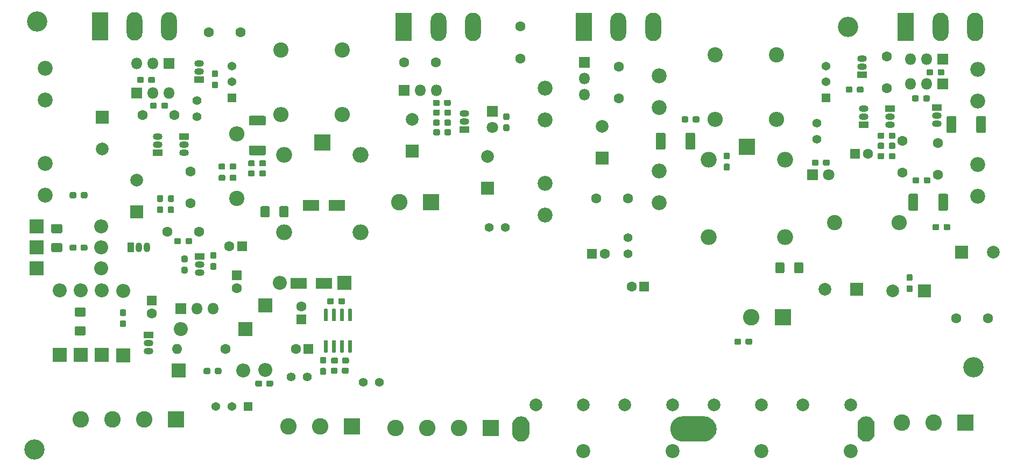
<source format=gbs>
%TF.GenerationSoftware,KiCad,Pcbnew,5.1.5-52549c5~84~ubuntu19.10.1*%
%TF.CreationDate,2020-02-07T20:24:03-05:00*%
%TF.ProjectId,AAMB,41414d42-2e6b-4696-9361-645f70636258,rev?*%
%TF.SameCoordinates,Original*%
%TF.FileFunction,Soldermask,Bot*%
%TF.FilePolarity,Negative*%
%FSLAX46Y46*%
G04 Gerber Fmt 4.6, Leading zero omitted, Abs format (unit mm)*
G04 Created by KiCad (PCBNEW 5.1.5-52549c5~84~ubuntu19.10.1) date 2020-02-07 20:24:03*
%MOMM*%
%LPD*%
G04 APERTURE LIST*
%ADD10C,0.002000*%
%ADD11C,3.200000*%
%ADD12C,0.100000*%
%ADD13C,1.600000*%
%ADD14R,1.600000X1.600000*%
%ADD15C,2.000000*%
%ADD16R,2.000000X2.000000*%
%ADD17R,2.600000X2.600000*%
%ADD18C,2.600000*%
%ADD19R,2.500000X2.500000*%
%ADD20O,2.500000X2.500000*%
%ADD21R,1.500000X1.050000*%
%ADD22O,1.500000X1.050000*%
%ADD23R,1.050000X1.500000*%
%ADD24O,1.050000X1.500000*%
%ADD25R,1.800000X1.800000*%
%ADD26O,1.800000X1.800000*%
%ADD27R,2.500000X4.500000*%
%ADD28O,2.500000X4.500000*%
%ADD29R,2.200000X2.200000*%
%ADD30O,2.200000X2.200000*%
%ADD31R,2.500000X1.800000*%
%ADD32C,1.800000*%
%ADD33C,2.350000*%
%ADD34O,1.600000X1.600000*%
%ADD35O,2.400000X2.400000*%
%ADD36C,2.400000*%
%ADD37R,1.371600X1.371600*%
%ADD38C,1.371600*%
%ADD39C,1.400000*%
%ADD40C,2.200000*%
G04 APERTURE END LIST*
D10*
G36*
X192726000Y-129439000D02*
G01*
X192742000Y-129643000D01*
X192790000Y-129841000D01*
X192868000Y-130030000D01*
X192975000Y-130204000D01*
X193108000Y-130359000D01*
X193263000Y-130492000D01*
X193437000Y-130599000D01*
X193626000Y-130677000D01*
X193824000Y-130725000D01*
X194028000Y-130741000D01*
X194232000Y-130725000D01*
X194430000Y-130677000D01*
X194619000Y-130599000D01*
X194793000Y-130492000D01*
X194948000Y-130359000D01*
X195081000Y-130204000D01*
X195188000Y-130030000D01*
X195266000Y-129841000D01*
X195314000Y-129643000D01*
X195330000Y-129439000D01*
X195330000Y-128139000D01*
X195314000Y-127935000D01*
X195266000Y-127737000D01*
X195188000Y-127548000D01*
X195081000Y-127374000D01*
X194948000Y-127219000D01*
X194793000Y-127086000D01*
X194619000Y-126979000D01*
X194430000Y-126901000D01*
X194232000Y-126853000D01*
X194028000Y-126837000D01*
X193824000Y-126853000D01*
X193626000Y-126901000D01*
X193437000Y-126979000D01*
X193263000Y-127086000D01*
X193108000Y-127219000D01*
X192975000Y-127374000D01*
X192868000Y-127548000D01*
X192790000Y-127737000D01*
X192742000Y-127935000D01*
X192726000Y-128139000D01*
X192726000Y-129439000D01*
G37*
X192726000Y-129439000D02*
X192742000Y-129643000D01*
X192790000Y-129841000D01*
X192868000Y-130030000D01*
X192975000Y-130204000D01*
X193108000Y-130359000D01*
X193263000Y-130492000D01*
X193437000Y-130599000D01*
X193626000Y-130677000D01*
X193824000Y-130725000D01*
X194028000Y-130741000D01*
X194232000Y-130725000D01*
X194430000Y-130677000D01*
X194619000Y-130599000D01*
X194793000Y-130492000D01*
X194948000Y-130359000D01*
X195081000Y-130204000D01*
X195188000Y-130030000D01*
X195266000Y-129841000D01*
X195314000Y-129643000D01*
X195330000Y-129439000D01*
X195330000Y-128139000D01*
X195314000Y-127935000D01*
X195266000Y-127737000D01*
X195188000Y-127548000D01*
X195081000Y-127374000D01*
X194948000Y-127219000D01*
X194793000Y-127086000D01*
X194619000Y-126979000D01*
X194430000Y-126901000D01*
X194232000Y-126853000D01*
X194028000Y-126837000D01*
X193824000Y-126853000D01*
X193626000Y-126901000D01*
X193437000Y-126979000D01*
X193263000Y-127086000D01*
X193108000Y-127219000D01*
X192975000Y-127374000D01*
X192868000Y-127548000D01*
X192790000Y-127737000D01*
X192742000Y-127935000D01*
X192726000Y-128139000D01*
X192726000Y-129439000D01*
G36*
X138426000Y-129439000D02*
G01*
X138442000Y-129643000D01*
X138490000Y-129841000D01*
X138568000Y-130030000D01*
X138675000Y-130204000D01*
X138808000Y-130359000D01*
X138963000Y-130492000D01*
X139137000Y-130599000D01*
X139326000Y-130677000D01*
X139524000Y-130725000D01*
X139728000Y-130741000D01*
X139932000Y-130725000D01*
X140130000Y-130677000D01*
X140319000Y-130599000D01*
X140493000Y-130492000D01*
X140648000Y-130359000D01*
X140781000Y-130204000D01*
X140888000Y-130030000D01*
X140966000Y-129841000D01*
X141014000Y-129643000D01*
X141030000Y-129439000D01*
X141030000Y-128139000D01*
X141014000Y-127935000D01*
X140966000Y-127737000D01*
X140888000Y-127548000D01*
X140781000Y-127374000D01*
X140648000Y-127219000D01*
X140493000Y-127086000D01*
X140319000Y-126979000D01*
X140130000Y-126901000D01*
X139932000Y-126853000D01*
X139728000Y-126837000D01*
X139524000Y-126853000D01*
X139326000Y-126901000D01*
X139137000Y-126979000D01*
X138963000Y-127086000D01*
X138808000Y-127219000D01*
X138675000Y-127374000D01*
X138568000Y-127548000D01*
X138490000Y-127737000D01*
X138442000Y-127935000D01*
X138426000Y-128139000D01*
X138426000Y-129439000D01*
G37*
X138426000Y-129439000D02*
X138442000Y-129643000D01*
X138490000Y-129841000D01*
X138568000Y-130030000D01*
X138675000Y-130204000D01*
X138808000Y-130359000D01*
X138963000Y-130492000D01*
X139137000Y-130599000D01*
X139326000Y-130677000D01*
X139524000Y-130725000D01*
X139728000Y-130741000D01*
X139932000Y-130725000D01*
X140130000Y-130677000D01*
X140319000Y-130599000D01*
X140493000Y-130492000D01*
X140648000Y-130359000D01*
X140781000Y-130204000D01*
X140888000Y-130030000D01*
X140966000Y-129841000D01*
X141014000Y-129643000D01*
X141030000Y-129439000D01*
X141030000Y-128139000D01*
X141014000Y-127935000D01*
X140966000Y-127737000D01*
X140888000Y-127548000D01*
X140781000Y-127374000D01*
X140648000Y-127219000D01*
X140493000Y-127086000D01*
X140319000Y-126979000D01*
X140130000Y-126901000D01*
X139932000Y-126853000D01*
X139728000Y-126837000D01*
X139524000Y-126853000D01*
X139326000Y-126901000D01*
X139137000Y-126979000D01*
X138963000Y-127086000D01*
X138808000Y-127219000D01*
X138675000Y-127374000D01*
X138568000Y-127548000D01*
X138490000Y-127737000D01*
X138442000Y-127935000D01*
X138426000Y-128139000D01*
X138426000Y-129439000D01*
G36*
X168528000Y-130741000D02*
G01*
X168833000Y-130717000D01*
X169131000Y-130645000D01*
X169414000Y-130528000D01*
X169675000Y-130368000D01*
X169908000Y-130169000D01*
X170107000Y-129936000D01*
X170267000Y-129675000D01*
X170384000Y-129392000D01*
X170456000Y-129094000D01*
X170480000Y-128789000D01*
X170456000Y-128484000D01*
X170384000Y-128186000D01*
X170267000Y-127903000D01*
X170107000Y-127642000D01*
X169908000Y-127409000D01*
X169675000Y-127210000D01*
X169414000Y-127050000D01*
X169131000Y-126933000D01*
X168833000Y-126861000D01*
X168528000Y-126837000D01*
X165228000Y-126837000D01*
X164923000Y-126861000D01*
X164625000Y-126933000D01*
X164342000Y-127050000D01*
X164081000Y-127210000D01*
X163848000Y-127409000D01*
X163649000Y-127642000D01*
X163489000Y-127903000D01*
X163372000Y-128186000D01*
X163300000Y-128484000D01*
X163276000Y-128789000D01*
X163300000Y-129094000D01*
X163372000Y-129392000D01*
X163489000Y-129675000D01*
X163649000Y-129936000D01*
X163848000Y-130169000D01*
X164081000Y-130368000D01*
X164342000Y-130528000D01*
X164625000Y-130645000D01*
X164923000Y-130717000D01*
X165228000Y-130741000D01*
X168528000Y-130741000D01*
G37*
X168528000Y-130741000D02*
X168833000Y-130717000D01*
X169131000Y-130645000D01*
X169414000Y-130528000D01*
X169675000Y-130368000D01*
X169908000Y-130169000D01*
X170107000Y-129936000D01*
X170267000Y-129675000D01*
X170384000Y-129392000D01*
X170456000Y-129094000D01*
X170480000Y-128789000D01*
X170456000Y-128484000D01*
X170384000Y-128186000D01*
X170267000Y-127903000D01*
X170107000Y-127642000D01*
X169908000Y-127409000D01*
X169675000Y-127210000D01*
X169414000Y-127050000D01*
X169131000Y-126933000D01*
X168833000Y-126861000D01*
X168528000Y-126837000D01*
X165228000Y-126837000D01*
X164923000Y-126861000D01*
X164625000Y-126933000D01*
X164342000Y-127050000D01*
X164081000Y-127210000D01*
X163848000Y-127409000D01*
X163649000Y-127642000D01*
X163489000Y-127903000D01*
X163372000Y-128186000D01*
X163300000Y-128484000D01*
X163276000Y-128789000D01*
X163300000Y-129094000D01*
X163372000Y-129392000D01*
X163489000Y-129675000D01*
X163649000Y-129936000D01*
X163848000Y-130169000D01*
X164081000Y-130368000D01*
X164342000Y-130528000D01*
X164625000Y-130645000D01*
X164923000Y-130717000D01*
X165228000Y-130741000D01*
X168528000Y-130741000D01*
D11*
X191262000Y-65532000D03*
X210947000Y-119126000D03*
X63246000Y-132080000D03*
X63627000Y-64643000D03*
D12*
G36*
X110751779Y-117572144D02*
G01*
X110774834Y-117575563D01*
X110797443Y-117581227D01*
X110819387Y-117589079D01*
X110840457Y-117599044D01*
X110860448Y-117611026D01*
X110879168Y-117624910D01*
X110896438Y-117640562D01*
X110912090Y-117657832D01*
X110925974Y-117676552D01*
X110937956Y-117696543D01*
X110947921Y-117717613D01*
X110955773Y-117739557D01*
X110961437Y-117762166D01*
X110964856Y-117785221D01*
X110966000Y-117808500D01*
X110966000Y-118283500D01*
X110964856Y-118306779D01*
X110961437Y-118329834D01*
X110955773Y-118352443D01*
X110947921Y-118374387D01*
X110937956Y-118395457D01*
X110925974Y-118415448D01*
X110912090Y-118434168D01*
X110896438Y-118451438D01*
X110879168Y-118467090D01*
X110860448Y-118480974D01*
X110840457Y-118492956D01*
X110819387Y-118502921D01*
X110797443Y-118510773D01*
X110774834Y-118516437D01*
X110751779Y-118519856D01*
X110728500Y-118521000D01*
X110153500Y-118521000D01*
X110130221Y-118519856D01*
X110107166Y-118516437D01*
X110084557Y-118510773D01*
X110062613Y-118502921D01*
X110041543Y-118492956D01*
X110021552Y-118480974D01*
X110002832Y-118467090D01*
X109985562Y-118451438D01*
X109969910Y-118434168D01*
X109956026Y-118415448D01*
X109944044Y-118395457D01*
X109934079Y-118374387D01*
X109926227Y-118352443D01*
X109920563Y-118329834D01*
X109917144Y-118306779D01*
X109916000Y-118283500D01*
X109916000Y-117808500D01*
X109917144Y-117785221D01*
X109920563Y-117762166D01*
X109926227Y-117739557D01*
X109934079Y-117717613D01*
X109944044Y-117696543D01*
X109956026Y-117676552D01*
X109969910Y-117657832D01*
X109985562Y-117640562D01*
X110002832Y-117624910D01*
X110021552Y-117611026D01*
X110041543Y-117599044D01*
X110062613Y-117589079D01*
X110084557Y-117581227D01*
X110107166Y-117575563D01*
X110130221Y-117572144D01*
X110153500Y-117571000D01*
X110728500Y-117571000D01*
X110751779Y-117572144D01*
G37*
G36*
X112501779Y-117572144D02*
G01*
X112524834Y-117575563D01*
X112547443Y-117581227D01*
X112569387Y-117589079D01*
X112590457Y-117599044D01*
X112610448Y-117611026D01*
X112629168Y-117624910D01*
X112646438Y-117640562D01*
X112662090Y-117657832D01*
X112675974Y-117676552D01*
X112687956Y-117696543D01*
X112697921Y-117717613D01*
X112705773Y-117739557D01*
X112711437Y-117762166D01*
X112714856Y-117785221D01*
X112716000Y-117808500D01*
X112716000Y-118283500D01*
X112714856Y-118306779D01*
X112711437Y-118329834D01*
X112705773Y-118352443D01*
X112697921Y-118374387D01*
X112687956Y-118395457D01*
X112675974Y-118415448D01*
X112662090Y-118434168D01*
X112646438Y-118451438D01*
X112629168Y-118467090D01*
X112610448Y-118480974D01*
X112590457Y-118492956D01*
X112569387Y-118502921D01*
X112547443Y-118510773D01*
X112524834Y-118516437D01*
X112501779Y-118519856D01*
X112478500Y-118521000D01*
X111903500Y-118521000D01*
X111880221Y-118519856D01*
X111857166Y-118516437D01*
X111834557Y-118510773D01*
X111812613Y-118502921D01*
X111791543Y-118492956D01*
X111771552Y-118480974D01*
X111752832Y-118467090D01*
X111735562Y-118451438D01*
X111719910Y-118434168D01*
X111706026Y-118415448D01*
X111694044Y-118395457D01*
X111684079Y-118374387D01*
X111676227Y-118352443D01*
X111670563Y-118329834D01*
X111667144Y-118306779D01*
X111666000Y-118283500D01*
X111666000Y-117808500D01*
X111667144Y-117785221D01*
X111670563Y-117762166D01*
X111676227Y-117739557D01*
X111684079Y-117717613D01*
X111694044Y-117696543D01*
X111706026Y-117676552D01*
X111719910Y-117657832D01*
X111735562Y-117640562D01*
X111752832Y-117624910D01*
X111771552Y-117611026D01*
X111791543Y-117599044D01*
X111812613Y-117589079D01*
X111834557Y-117581227D01*
X111857166Y-117575563D01*
X111880221Y-117572144D01*
X111903500Y-117571000D01*
X112478500Y-117571000D01*
X112501779Y-117572144D01*
G37*
D13*
X152940000Y-101219000D03*
D14*
X150940000Y-101219000D03*
D13*
X104362000Y-116268000D03*
D14*
X106362000Y-116268000D03*
D13*
X93885000Y-100076000D03*
D14*
X95885000Y-100076000D03*
D13*
X89137500Y-97790000D03*
X84137500Y-97790000D03*
D15*
X79311500Y-89615000D03*
D16*
X79311500Y-94615000D03*
D13*
X80280500Y-79375000D03*
X85280500Y-79375000D03*
D17*
X113157000Y-128397000D03*
D18*
X108157000Y-128397000D03*
X103157000Y-128397000D03*
X199677000Y-127826000D03*
X204677000Y-127826000D03*
D17*
X209677000Y-127826000D03*
D18*
X120064000Y-128714000D03*
X125064000Y-128714000D03*
X130064000Y-128714000D03*
D17*
X135064000Y-128714000D03*
D19*
X108522000Y-83693000D03*
D20*
X102522000Y-85693000D03*
X102522000Y-97893000D03*
X114522000Y-97893000D03*
X114522000Y-85693000D03*
D21*
X81216500Y-114046000D03*
D22*
X81216500Y-116586000D03*
X81216500Y-115316000D03*
D23*
X78422500Y-100266000D03*
D24*
X80962500Y-100266000D03*
X79692500Y-100266000D03*
D22*
X89217500Y-102934000D03*
X89217500Y-104204000D03*
D21*
X89217500Y-101664000D03*
D25*
X86233000Y-109855000D03*
D26*
X88773000Y-109855000D03*
X91313000Y-109855000D03*
D22*
X86741000Y-84074000D03*
X86741000Y-85344000D03*
D21*
X86741000Y-82804000D03*
D22*
X82613500Y-84074000D03*
X82613500Y-82804000D03*
D21*
X82613500Y-85344000D03*
X130874000Y-81724500D03*
D22*
X130874000Y-79184500D03*
X130874000Y-80454500D03*
D25*
X79311500Y-75946000D03*
D26*
X81851500Y-75946000D03*
X84391500Y-75946000D03*
X79311500Y-71310500D03*
X81851500Y-71310500D03*
D25*
X84391500Y-71310500D03*
D26*
X126492000Y-75501500D03*
X123952000Y-75501500D03*
D25*
X121412000Y-75501500D03*
D27*
X73533000Y-65468500D03*
D28*
X78983000Y-65468500D03*
X84433000Y-65468500D03*
X132248000Y-65532000D03*
X126798000Y-65532000D03*
D27*
X121348000Y-65532000D03*
D22*
X89154000Y-72580500D03*
X89154000Y-71310500D03*
D21*
X89154000Y-73850500D03*
D16*
X122682000Y-85090000D03*
D15*
X122682000Y-80090000D03*
D13*
X126365000Y-71120000D03*
X121365000Y-71120000D03*
X87757000Y-93265000D03*
X87757000Y-88265000D03*
X95678000Y-66357500D03*
X90678000Y-66357500D03*
X139700000Y-65468500D03*
X139700000Y-70468500D03*
D16*
X73914000Y-79756000D03*
D15*
X73914000Y-84756000D03*
X134493000Y-85932000D03*
D16*
X134493000Y-90932000D03*
D14*
X192342000Y-85534500D03*
D13*
X194342000Y-85534500D03*
X199834000Y-88455500D03*
X199834000Y-83455500D03*
D15*
X198289000Y-107061000D03*
D16*
X203289000Y-107061000D03*
D13*
X197358000Y-70184000D03*
X197358000Y-75184000D03*
D16*
X192596000Y-106870000D03*
D15*
X187596000Y-106870000D03*
D13*
X151625000Y-92481400D03*
X156625000Y-92481400D03*
X205359000Y-88773000D03*
X205359000Y-83773000D03*
X213233000Y-111442000D03*
X208233000Y-111442000D03*
X155194000Y-71771500D03*
X155194000Y-76771500D03*
D16*
X209106000Y-101028000D03*
D15*
X214106000Y-101028000D03*
D29*
X67246500Y-117158000D03*
D30*
X67246500Y-106998000D03*
D29*
X77216000Y-117221000D03*
D30*
X77216000Y-107061000D03*
X99568000Y-119507000D03*
D29*
X99568000Y-109347000D03*
X85915500Y-119634000D03*
D30*
X96075500Y-119634000D03*
X86296500Y-113094000D03*
D29*
X96456500Y-113094000D03*
D31*
X106776000Y-93599000D03*
X110776000Y-93599000D03*
D30*
X101854000Y-105791000D03*
D29*
X112014000Y-105791000D03*
D31*
X108807000Y-105918000D03*
X104807000Y-105918000D03*
D25*
X135255000Y-78803500D03*
D32*
X135255000Y-81343500D03*
D33*
X64897000Y-77011500D03*
X64897000Y-72011500D03*
X64897000Y-87011500D03*
X64897000Y-92011500D03*
X143574000Y-95186500D03*
X143574000Y-90186500D03*
X143574000Y-75186500D03*
X143574000Y-80186500D03*
X211620000Y-92176600D03*
X211620000Y-87176600D03*
X211620000Y-72176600D03*
X211620000Y-77176600D03*
X161544000Y-78218000D03*
X161544000Y-73218000D03*
X161544000Y-88218000D03*
X161544000Y-93218000D03*
D17*
X85534500Y-127318000D03*
D18*
X80534500Y-127318000D03*
X75534500Y-127318000D03*
X70534500Y-127318000D03*
D17*
X125666000Y-93154500D03*
D18*
X120666000Y-93154500D03*
X175975000Y-111252000D03*
D17*
X180975000Y-111252000D03*
D29*
X70510400Y-117170000D03*
D30*
X70510400Y-107010000D03*
X73723500Y-103505000D03*
D29*
X63563500Y-103505000D03*
D21*
X197866000Y-78371700D03*
D22*
X197866000Y-80911700D03*
X197866000Y-79641700D03*
X205232000Y-79502000D03*
X205232000Y-80772000D03*
D21*
X205232000Y-78232000D03*
D22*
X193738000Y-79641700D03*
X193738000Y-78371700D03*
D21*
X193738000Y-80911700D03*
D25*
X206121000Y-74485500D03*
D26*
X203581000Y-74485500D03*
X201041000Y-74485500D03*
X201041000Y-70612000D03*
X203581000Y-70612000D03*
D25*
X206121000Y-70612000D03*
X149733000Y-71120000D03*
D26*
X149733000Y-73660000D03*
X149733000Y-76200000D03*
D28*
X211226400Y-65532000D03*
X205776400Y-65532000D03*
D27*
X200326400Y-65532000D03*
X149670000Y-65532000D03*
D28*
X155120000Y-65532000D03*
X160570000Y-65532000D03*
D21*
X193421000Y-73088500D03*
D22*
X193421000Y-70548500D03*
X193421000Y-71818500D03*
D12*
G36*
X94784779Y-88807144D02*
G01*
X94807834Y-88810563D01*
X94830443Y-88816227D01*
X94852387Y-88824079D01*
X94873457Y-88834044D01*
X94893448Y-88846026D01*
X94912168Y-88859910D01*
X94929438Y-88875562D01*
X94945090Y-88892832D01*
X94958974Y-88911552D01*
X94970956Y-88931543D01*
X94980921Y-88952613D01*
X94988773Y-88974557D01*
X94994437Y-88997166D01*
X94997856Y-89020221D01*
X94999000Y-89043500D01*
X94999000Y-89518500D01*
X94997856Y-89541779D01*
X94994437Y-89564834D01*
X94988773Y-89587443D01*
X94980921Y-89609387D01*
X94970956Y-89630457D01*
X94958974Y-89650448D01*
X94945090Y-89669168D01*
X94929438Y-89686438D01*
X94912168Y-89702090D01*
X94893448Y-89715974D01*
X94873457Y-89727956D01*
X94852387Y-89737921D01*
X94830443Y-89745773D01*
X94807834Y-89751437D01*
X94784779Y-89754856D01*
X94761500Y-89756000D01*
X94186500Y-89756000D01*
X94163221Y-89754856D01*
X94140166Y-89751437D01*
X94117557Y-89745773D01*
X94095613Y-89737921D01*
X94074543Y-89727956D01*
X94054552Y-89715974D01*
X94035832Y-89702090D01*
X94018562Y-89686438D01*
X94002910Y-89669168D01*
X93989026Y-89650448D01*
X93977044Y-89630457D01*
X93967079Y-89609387D01*
X93959227Y-89587443D01*
X93953563Y-89564834D01*
X93950144Y-89541779D01*
X93949000Y-89518500D01*
X93949000Y-89043500D01*
X93950144Y-89020221D01*
X93953563Y-88997166D01*
X93959227Y-88974557D01*
X93967079Y-88952613D01*
X93977044Y-88931543D01*
X93989026Y-88911552D01*
X94002910Y-88892832D01*
X94018562Y-88875562D01*
X94035832Y-88859910D01*
X94054552Y-88846026D01*
X94074543Y-88834044D01*
X94095613Y-88824079D01*
X94117557Y-88816227D01*
X94140166Y-88810563D01*
X94163221Y-88807144D01*
X94186500Y-88806000D01*
X94761500Y-88806000D01*
X94784779Y-88807144D01*
G37*
G36*
X93034779Y-88807144D02*
G01*
X93057834Y-88810563D01*
X93080443Y-88816227D01*
X93102387Y-88824079D01*
X93123457Y-88834044D01*
X93143448Y-88846026D01*
X93162168Y-88859910D01*
X93179438Y-88875562D01*
X93195090Y-88892832D01*
X93208974Y-88911552D01*
X93220956Y-88931543D01*
X93230921Y-88952613D01*
X93238773Y-88974557D01*
X93244437Y-88997166D01*
X93247856Y-89020221D01*
X93249000Y-89043500D01*
X93249000Y-89518500D01*
X93247856Y-89541779D01*
X93244437Y-89564834D01*
X93238773Y-89587443D01*
X93230921Y-89609387D01*
X93220956Y-89630457D01*
X93208974Y-89650448D01*
X93195090Y-89669168D01*
X93179438Y-89686438D01*
X93162168Y-89702090D01*
X93143448Y-89715974D01*
X93123457Y-89727956D01*
X93102387Y-89737921D01*
X93080443Y-89745773D01*
X93057834Y-89751437D01*
X93034779Y-89754856D01*
X93011500Y-89756000D01*
X92436500Y-89756000D01*
X92413221Y-89754856D01*
X92390166Y-89751437D01*
X92367557Y-89745773D01*
X92345613Y-89737921D01*
X92324543Y-89727956D01*
X92304552Y-89715974D01*
X92285832Y-89702090D01*
X92268562Y-89686438D01*
X92252910Y-89669168D01*
X92239026Y-89650448D01*
X92227044Y-89630457D01*
X92217079Y-89609387D01*
X92209227Y-89587443D01*
X92203563Y-89564834D01*
X92200144Y-89541779D01*
X92199000Y-89518500D01*
X92199000Y-89043500D01*
X92200144Y-89020221D01*
X92203563Y-88997166D01*
X92209227Y-88974557D01*
X92217079Y-88952613D01*
X92227044Y-88931543D01*
X92239026Y-88911552D01*
X92252910Y-88892832D01*
X92268562Y-88875562D01*
X92285832Y-88859910D01*
X92304552Y-88846026D01*
X92324543Y-88834044D01*
X92345613Y-88824079D01*
X92367557Y-88816227D01*
X92390166Y-88810563D01*
X92413221Y-88807144D01*
X92436500Y-88806000D01*
X93011500Y-88806000D01*
X93034779Y-88807144D01*
G37*
G36*
X69603279Y-91537644D02*
G01*
X69626334Y-91541063D01*
X69648943Y-91546727D01*
X69670887Y-91554579D01*
X69691957Y-91564544D01*
X69711948Y-91576526D01*
X69730668Y-91590410D01*
X69747938Y-91606062D01*
X69763590Y-91623332D01*
X69777474Y-91642052D01*
X69789456Y-91662043D01*
X69799421Y-91683113D01*
X69807273Y-91705057D01*
X69812937Y-91727666D01*
X69816356Y-91750721D01*
X69817500Y-91774000D01*
X69817500Y-92249000D01*
X69816356Y-92272279D01*
X69812937Y-92295334D01*
X69807273Y-92317943D01*
X69799421Y-92339887D01*
X69789456Y-92360957D01*
X69777474Y-92380948D01*
X69763590Y-92399668D01*
X69747938Y-92416938D01*
X69730668Y-92432590D01*
X69711948Y-92446474D01*
X69691957Y-92458456D01*
X69670887Y-92468421D01*
X69648943Y-92476273D01*
X69626334Y-92481937D01*
X69603279Y-92485356D01*
X69580000Y-92486500D01*
X69005000Y-92486500D01*
X68981721Y-92485356D01*
X68958666Y-92481937D01*
X68936057Y-92476273D01*
X68914113Y-92468421D01*
X68893043Y-92458456D01*
X68873052Y-92446474D01*
X68854332Y-92432590D01*
X68837062Y-92416938D01*
X68821410Y-92399668D01*
X68807526Y-92380948D01*
X68795544Y-92360957D01*
X68785579Y-92339887D01*
X68777727Y-92317943D01*
X68772063Y-92295334D01*
X68768644Y-92272279D01*
X68767500Y-92249000D01*
X68767500Y-91774000D01*
X68768644Y-91750721D01*
X68772063Y-91727666D01*
X68777727Y-91705057D01*
X68785579Y-91683113D01*
X68795544Y-91662043D01*
X68807526Y-91642052D01*
X68821410Y-91623332D01*
X68837062Y-91606062D01*
X68854332Y-91590410D01*
X68873052Y-91576526D01*
X68893043Y-91564544D01*
X68914113Y-91554579D01*
X68936057Y-91546727D01*
X68958666Y-91541063D01*
X68981721Y-91537644D01*
X69005000Y-91536500D01*
X69580000Y-91536500D01*
X69603279Y-91537644D01*
G37*
G36*
X71353279Y-91537644D02*
G01*
X71376334Y-91541063D01*
X71398943Y-91546727D01*
X71420887Y-91554579D01*
X71441957Y-91564544D01*
X71461948Y-91576526D01*
X71480668Y-91590410D01*
X71497938Y-91606062D01*
X71513590Y-91623332D01*
X71527474Y-91642052D01*
X71539456Y-91662043D01*
X71549421Y-91683113D01*
X71557273Y-91705057D01*
X71562937Y-91727666D01*
X71566356Y-91750721D01*
X71567500Y-91774000D01*
X71567500Y-92249000D01*
X71566356Y-92272279D01*
X71562937Y-92295334D01*
X71557273Y-92317943D01*
X71549421Y-92339887D01*
X71539456Y-92360957D01*
X71527474Y-92380948D01*
X71513590Y-92399668D01*
X71497938Y-92416938D01*
X71480668Y-92432590D01*
X71461948Y-92446474D01*
X71441957Y-92458456D01*
X71420887Y-92468421D01*
X71398943Y-92476273D01*
X71376334Y-92481937D01*
X71353279Y-92485356D01*
X71330000Y-92486500D01*
X70755000Y-92486500D01*
X70731721Y-92485356D01*
X70708666Y-92481937D01*
X70686057Y-92476273D01*
X70664113Y-92468421D01*
X70643043Y-92458456D01*
X70623052Y-92446474D01*
X70604332Y-92432590D01*
X70587062Y-92416938D01*
X70571410Y-92399668D01*
X70557526Y-92380948D01*
X70545544Y-92360957D01*
X70535579Y-92339887D01*
X70527727Y-92317943D01*
X70522063Y-92295334D01*
X70518644Y-92272279D01*
X70517500Y-92249000D01*
X70517500Y-91774000D01*
X70518644Y-91750721D01*
X70522063Y-91727666D01*
X70527727Y-91705057D01*
X70535579Y-91683113D01*
X70545544Y-91662043D01*
X70557526Y-91642052D01*
X70571410Y-91623332D01*
X70587062Y-91606062D01*
X70604332Y-91590410D01*
X70623052Y-91576526D01*
X70643043Y-91564544D01*
X70664113Y-91554579D01*
X70686057Y-91546727D01*
X70708666Y-91541063D01*
X70731721Y-91537644D01*
X70755000Y-91536500D01*
X71330000Y-91536500D01*
X71353279Y-91537644D01*
G37*
G36*
X77413279Y-111730144D02*
G01*
X77436334Y-111733563D01*
X77458943Y-111739227D01*
X77480887Y-111747079D01*
X77501957Y-111757044D01*
X77521948Y-111769026D01*
X77540668Y-111782910D01*
X77557938Y-111798562D01*
X77573590Y-111815832D01*
X77587474Y-111834552D01*
X77599456Y-111854543D01*
X77609421Y-111875613D01*
X77617273Y-111897557D01*
X77622937Y-111920166D01*
X77626356Y-111943221D01*
X77627500Y-111966500D01*
X77627500Y-112541500D01*
X77626356Y-112564779D01*
X77622937Y-112587834D01*
X77617273Y-112610443D01*
X77609421Y-112632387D01*
X77599456Y-112653457D01*
X77587474Y-112673448D01*
X77573590Y-112692168D01*
X77557938Y-112709438D01*
X77540668Y-112725090D01*
X77521948Y-112738974D01*
X77501957Y-112750956D01*
X77480887Y-112760921D01*
X77458943Y-112768773D01*
X77436334Y-112774437D01*
X77413279Y-112777856D01*
X77390000Y-112779000D01*
X76915000Y-112779000D01*
X76891721Y-112777856D01*
X76868666Y-112774437D01*
X76846057Y-112768773D01*
X76824113Y-112760921D01*
X76803043Y-112750956D01*
X76783052Y-112738974D01*
X76764332Y-112725090D01*
X76747062Y-112709438D01*
X76731410Y-112692168D01*
X76717526Y-112673448D01*
X76705544Y-112653457D01*
X76695579Y-112632387D01*
X76687727Y-112610443D01*
X76682063Y-112587834D01*
X76678644Y-112564779D01*
X76677500Y-112541500D01*
X76677500Y-111966500D01*
X76678644Y-111943221D01*
X76682063Y-111920166D01*
X76687727Y-111897557D01*
X76695579Y-111875613D01*
X76705544Y-111854543D01*
X76717526Y-111834552D01*
X76731410Y-111815832D01*
X76747062Y-111798562D01*
X76764332Y-111782910D01*
X76783052Y-111769026D01*
X76803043Y-111757044D01*
X76824113Y-111747079D01*
X76846057Y-111739227D01*
X76868666Y-111733563D01*
X76891721Y-111730144D01*
X76915000Y-111729000D01*
X77390000Y-111729000D01*
X77413279Y-111730144D01*
G37*
G36*
X77413279Y-109980144D02*
G01*
X77436334Y-109983563D01*
X77458943Y-109989227D01*
X77480887Y-109997079D01*
X77501957Y-110007044D01*
X77521948Y-110019026D01*
X77540668Y-110032910D01*
X77557938Y-110048562D01*
X77573590Y-110065832D01*
X77587474Y-110084552D01*
X77599456Y-110104543D01*
X77609421Y-110125613D01*
X77617273Y-110147557D01*
X77622937Y-110170166D01*
X77626356Y-110193221D01*
X77627500Y-110216500D01*
X77627500Y-110791500D01*
X77626356Y-110814779D01*
X77622937Y-110837834D01*
X77617273Y-110860443D01*
X77609421Y-110882387D01*
X77599456Y-110903457D01*
X77587474Y-110923448D01*
X77573590Y-110942168D01*
X77557938Y-110959438D01*
X77540668Y-110975090D01*
X77521948Y-110988974D01*
X77501957Y-111000956D01*
X77480887Y-111010921D01*
X77458943Y-111018773D01*
X77436334Y-111024437D01*
X77413279Y-111027856D01*
X77390000Y-111029000D01*
X76915000Y-111029000D01*
X76891721Y-111027856D01*
X76868666Y-111024437D01*
X76846057Y-111018773D01*
X76824113Y-111010921D01*
X76803043Y-111000956D01*
X76783052Y-110988974D01*
X76764332Y-110975090D01*
X76747062Y-110959438D01*
X76731410Y-110942168D01*
X76717526Y-110923448D01*
X76705544Y-110903457D01*
X76695579Y-110882387D01*
X76687727Y-110860443D01*
X76682063Y-110837834D01*
X76678644Y-110814779D01*
X76677500Y-110791500D01*
X76677500Y-110216500D01*
X76678644Y-110193221D01*
X76682063Y-110170166D01*
X76687727Y-110147557D01*
X76695579Y-110125613D01*
X76705544Y-110104543D01*
X76717526Y-110084552D01*
X76731410Y-110065832D01*
X76747062Y-110048562D01*
X76764332Y-110032910D01*
X76783052Y-110019026D01*
X76803043Y-110007044D01*
X76824113Y-109997079D01*
X76846057Y-109989227D01*
X76868666Y-109983563D01*
X76891721Y-109980144D01*
X76915000Y-109979000D01*
X77390000Y-109979000D01*
X77413279Y-109980144D01*
G37*
G36*
X87103379Y-101535144D02*
G01*
X87126434Y-101538563D01*
X87149043Y-101544227D01*
X87170987Y-101552079D01*
X87192057Y-101562044D01*
X87212048Y-101574026D01*
X87230768Y-101587910D01*
X87248038Y-101603562D01*
X87263690Y-101620832D01*
X87277574Y-101639552D01*
X87289556Y-101659543D01*
X87299521Y-101680613D01*
X87307373Y-101702557D01*
X87313037Y-101725166D01*
X87316456Y-101748221D01*
X87317600Y-101771500D01*
X87317600Y-102346500D01*
X87316456Y-102369779D01*
X87313037Y-102392834D01*
X87307373Y-102415443D01*
X87299521Y-102437387D01*
X87289556Y-102458457D01*
X87277574Y-102478448D01*
X87263690Y-102497168D01*
X87248038Y-102514438D01*
X87230768Y-102530090D01*
X87212048Y-102543974D01*
X87192057Y-102555956D01*
X87170987Y-102565921D01*
X87149043Y-102573773D01*
X87126434Y-102579437D01*
X87103379Y-102582856D01*
X87080100Y-102584000D01*
X86605100Y-102584000D01*
X86581821Y-102582856D01*
X86558766Y-102579437D01*
X86536157Y-102573773D01*
X86514213Y-102565921D01*
X86493143Y-102555956D01*
X86473152Y-102543974D01*
X86454432Y-102530090D01*
X86437162Y-102514438D01*
X86421510Y-102497168D01*
X86407626Y-102478448D01*
X86395644Y-102458457D01*
X86385679Y-102437387D01*
X86377827Y-102415443D01*
X86372163Y-102392834D01*
X86368744Y-102369779D01*
X86367600Y-102346500D01*
X86367600Y-101771500D01*
X86368744Y-101748221D01*
X86372163Y-101725166D01*
X86377827Y-101702557D01*
X86385679Y-101680613D01*
X86395644Y-101659543D01*
X86407626Y-101639552D01*
X86421510Y-101620832D01*
X86437162Y-101603562D01*
X86454432Y-101587910D01*
X86473152Y-101574026D01*
X86493143Y-101562044D01*
X86514213Y-101552079D01*
X86536157Y-101544227D01*
X86558766Y-101538563D01*
X86581821Y-101535144D01*
X86605100Y-101534000D01*
X87080100Y-101534000D01*
X87103379Y-101535144D01*
G37*
G36*
X87103379Y-103285144D02*
G01*
X87126434Y-103288563D01*
X87149043Y-103294227D01*
X87170987Y-103302079D01*
X87192057Y-103312044D01*
X87212048Y-103324026D01*
X87230768Y-103337910D01*
X87248038Y-103353562D01*
X87263690Y-103370832D01*
X87277574Y-103389552D01*
X87289556Y-103409543D01*
X87299521Y-103430613D01*
X87307373Y-103452557D01*
X87313037Y-103475166D01*
X87316456Y-103498221D01*
X87317600Y-103521500D01*
X87317600Y-104096500D01*
X87316456Y-104119779D01*
X87313037Y-104142834D01*
X87307373Y-104165443D01*
X87299521Y-104187387D01*
X87289556Y-104208457D01*
X87277574Y-104228448D01*
X87263690Y-104247168D01*
X87248038Y-104264438D01*
X87230768Y-104280090D01*
X87212048Y-104293974D01*
X87192057Y-104305956D01*
X87170987Y-104315921D01*
X87149043Y-104323773D01*
X87126434Y-104329437D01*
X87103379Y-104332856D01*
X87080100Y-104334000D01*
X86605100Y-104334000D01*
X86581821Y-104332856D01*
X86558766Y-104329437D01*
X86536157Y-104323773D01*
X86514213Y-104315921D01*
X86493143Y-104305956D01*
X86473152Y-104293974D01*
X86454432Y-104280090D01*
X86437162Y-104264438D01*
X86421510Y-104247168D01*
X86407626Y-104228448D01*
X86395644Y-104208457D01*
X86385679Y-104187387D01*
X86377827Y-104165443D01*
X86372163Y-104142834D01*
X86368744Y-104119779D01*
X86367600Y-104096500D01*
X86367600Y-103521500D01*
X86368744Y-103498221D01*
X86372163Y-103475166D01*
X86377827Y-103452557D01*
X86385679Y-103430613D01*
X86395644Y-103409543D01*
X86407626Y-103389552D01*
X86421510Y-103370832D01*
X86437162Y-103353562D01*
X86454432Y-103337910D01*
X86473152Y-103324026D01*
X86493143Y-103312044D01*
X86514213Y-103302079D01*
X86536157Y-103294227D01*
X86558766Y-103288563D01*
X86581821Y-103285144D01*
X86605100Y-103284000D01*
X87080100Y-103284000D01*
X87103379Y-103285144D01*
G37*
G36*
X91637279Y-102699144D02*
G01*
X91660334Y-102702563D01*
X91682943Y-102708227D01*
X91704887Y-102716079D01*
X91725957Y-102726044D01*
X91745948Y-102738026D01*
X91764668Y-102751910D01*
X91781938Y-102767562D01*
X91797590Y-102784832D01*
X91811474Y-102803552D01*
X91823456Y-102823543D01*
X91833421Y-102844613D01*
X91841273Y-102866557D01*
X91846937Y-102889166D01*
X91850356Y-102912221D01*
X91851500Y-102935500D01*
X91851500Y-103510500D01*
X91850356Y-103533779D01*
X91846937Y-103556834D01*
X91841273Y-103579443D01*
X91833421Y-103601387D01*
X91823456Y-103622457D01*
X91811474Y-103642448D01*
X91797590Y-103661168D01*
X91781938Y-103678438D01*
X91764668Y-103694090D01*
X91745948Y-103707974D01*
X91725957Y-103719956D01*
X91704887Y-103729921D01*
X91682943Y-103737773D01*
X91660334Y-103743437D01*
X91637279Y-103746856D01*
X91614000Y-103748000D01*
X91139000Y-103748000D01*
X91115721Y-103746856D01*
X91092666Y-103743437D01*
X91070057Y-103737773D01*
X91048113Y-103729921D01*
X91027043Y-103719956D01*
X91007052Y-103707974D01*
X90988332Y-103694090D01*
X90971062Y-103678438D01*
X90955410Y-103661168D01*
X90941526Y-103642448D01*
X90929544Y-103622457D01*
X90919579Y-103601387D01*
X90911727Y-103579443D01*
X90906063Y-103556834D01*
X90902644Y-103533779D01*
X90901500Y-103510500D01*
X90901500Y-102935500D01*
X90902644Y-102912221D01*
X90906063Y-102889166D01*
X90911727Y-102866557D01*
X90919579Y-102844613D01*
X90929544Y-102823543D01*
X90941526Y-102803552D01*
X90955410Y-102784832D01*
X90971062Y-102767562D01*
X90988332Y-102751910D01*
X91007052Y-102738026D01*
X91027043Y-102726044D01*
X91048113Y-102716079D01*
X91070057Y-102708227D01*
X91092666Y-102702563D01*
X91115721Y-102699144D01*
X91139000Y-102698000D01*
X91614000Y-102698000D01*
X91637279Y-102699144D01*
G37*
G36*
X91637279Y-100949144D02*
G01*
X91660334Y-100952563D01*
X91682943Y-100958227D01*
X91704887Y-100966079D01*
X91725957Y-100976044D01*
X91745948Y-100988026D01*
X91764668Y-101001910D01*
X91781938Y-101017562D01*
X91797590Y-101034832D01*
X91811474Y-101053552D01*
X91823456Y-101073543D01*
X91833421Y-101094613D01*
X91841273Y-101116557D01*
X91846937Y-101139166D01*
X91850356Y-101162221D01*
X91851500Y-101185500D01*
X91851500Y-101760500D01*
X91850356Y-101783779D01*
X91846937Y-101806834D01*
X91841273Y-101829443D01*
X91833421Y-101851387D01*
X91823456Y-101872457D01*
X91811474Y-101892448D01*
X91797590Y-101911168D01*
X91781938Y-101928438D01*
X91764668Y-101944090D01*
X91745948Y-101957974D01*
X91725957Y-101969956D01*
X91704887Y-101979921D01*
X91682943Y-101987773D01*
X91660334Y-101993437D01*
X91637279Y-101996856D01*
X91614000Y-101998000D01*
X91139000Y-101998000D01*
X91115721Y-101996856D01*
X91092666Y-101993437D01*
X91070057Y-101987773D01*
X91048113Y-101979921D01*
X91027043Y-101969956D01*
X91007052Y-101957974D01*
X90988332Y-101944090D01*
X90971062Y-101928438D01*
X90955410Y-101911168D01*
X90941526Y-101892448D01*
X90929544Y-101872457D01*
X90919579Y-101851387D01*
X90911727Y-101829443D01*
X90906063Y-101806834D01*
X90902644Y-101783779D01*
X90901500Y-101760500D01*
X90901500Y-101185500D01*
X90902644Y-101162221D01*
X90906063Y-101139166D01*
X90911727Y-101116557D01*
X90919579Y-101094613D01*
X90929544Y-101073543D01*
X90941526Y-101053552D01*
X90955410Y-101034832D01*
X90971062Y-101017562D01*
X90988332Y-101001910D01*
X91007052Y-100988026D01*
X91027043Y-100976044D01*
X91048113Y-100966079D01*
X91070057Y-100958227D01*
X91092666Y-100952563D01*
X91115721Y-100949144D01*
X91139000Y-100948000D01*
X91614000Y-100948000D01*
X91637279Y-100949144D01*
G37*
G36*
X98813279Y-121192144D02*
G01*
X98836334Y-121195563D01*
X98858943Y-121201227D01*
X98880887Y-121209079D01*
X98901957Y-121219044D01*
X98921948Y-121231026D01*
X98940668Y-121244910D01*
X98957938Y-121260562D01*
X98973590Y-121277832D01*
X98987474Y-121296552D01*
X98999456Y-121316543D01*
X99009421Y-121337613D01*
X99017273Y-121359557D01*
X99022937Y-121382166D01*
X99026356Y-121405221D01*
X99027500Y-121428500D01*
X99027500Y-121903500D01*
X99026356Y-121926779D01*
X99022937Y-121949834D01*
X99017273Y-121972443D01*
X99009421Y-121994387D01*
X98999456Y-122015457D01*
X98987474Y-122035448D01*
X98973590Y-122054168D01*
X98957938Y-122071438D01*
X98940668Y-122087090D01*
X98921948Y-122100974D01*
X98901957Y-122112956D01*
X98880887Y-122122921D01*
X98858943Y-122130773D01*
X98836334Y-122136437D01*
X98813279Y-122139856D01*
X98790000Y-122141000D01*
X98215000Y-122141000D01*
X98191721Y-122139856D01*
X98168666Y-122136437D01*
X98146057Y-122130773D01*
X98124113Y-122122921D01*
X98103043Y-122112956D01*
X98083052Y-122100974D01*
X98064332Y-122087090D01*
X98047062Y-122071438D01*
X98031410Y-122054168D01*
X98017526Y-122035448D01*
X98005544Y-122015457D01*
X97995579Y-121994387D01*
X97987727Y-121972443D01*
X97982063Y-121949834D01*
X97978644Y-121926779D01*
X97977500Y-121903500D01*
X97977500Y-121428500D01*
X97978644Y-121405221D01*
X97982063Y-121382166D01*
X97987727Y-121359557D01*
X97995579Y-121337613D01*
X98005544Y-121316543D01*
X98017526Y-121296552D01*
X98031410Y-121277832D01*
X98047062Y-121260562D01*
X98064332Y-121244910D01*
X98083052Y-121231026D01*
X98103043Y-121219044D01*
X98124113Y-121209079D01*
X98146057Y-121201227D01*
X98168666Y-121195563D01*
X98191721Y-121192144D01*
X98215000Y-121191000D01*
X98790000Y-121191000D01*
X98813279Y-121192144D01*
G37*
G36*
X100563279Y-121192144D02*
G01*
X100586334Y-121195563D01*
X100608943Y-121201227D01*
X100630887Y-121209079D01*
X100651957Y-121219044D01*
X100671948Y-121231026D01*
X100690668Y-121244910D01*
X100707938Y-121260562D01*
X100723590Y-121277832D01*
X100737474Y-121296552D01*
X100749456Y-121316543D01*
X100759421Y-121337613D01*
X100767273Y-121359557D01*
X100772937Y-121382166D01*
X100776356Y-121405221D01*
X100777500Y-121428500D01*
X100777500Y-121903500D01*
X100776356Y-121926779D01*
X100772937Y-121949834D01*
X100767273Y-121972443D01*
X100759421Y-121994387D01*
X100749456Y-122015457D01*
X100737474Y-122035448D01*
X100723590Y-122054168D01*
X100707938Y-122071438D01*
X100690668Y-122087090D01*
X100671948Y-122100974D01*
X100651957Y-122112956D01*
X100630887Y-122122921D01*
X100608943Y-122130773D01*
X100586334Y-122136437D01*
X100563279Y-122139856D01*
X100540000Y-122141000D01*
X99965000Y-122141000D01*
X99941721Y-122139856D01*
X99918666Y-122136437D01*
X99896057Y-122130773D01*
X99874113Y-122122921D01*
X99853043Y-122112956D01*
X99833052Y-122100974D01*
X99814332Y-122087090D01*
X99797062Y-122071438D01*
X99781410Y-122054168D01*
X99767526Y-122035448D01*
X99755544Y-122015457D01*
X99745579Y-121994387D01*
X99737727Y-121972443D01*
X99732063Y-121949834D01*
X99728644Y-121926779D01*
X99727500Y-121903500D01*
X99727500Y-121428500D01*
X99728644Y-121405221D01*
X99732063Y-121382166D01*
X99737727Y-121359557D01*
X99745579Y-121337613D01*
X99755544Y-121316543D01*
X99767526Y-121296552D01*
X99781410Y-121277832D01*
X99797062Y-121260562D01*
X99814332Y-121244910D01*
X99833052Y-121231026D01*
X99853043Y-121219044D01*
X99874113Y-121209079D01*
X99896057Y-121201227D01*
X99918666Y-121195563D01*
X99941721Y-121192144D01*
X99965000Y-121191000D01*
X100540000Y-121191000D01*
X100563279Y-121192144D01*
G37*
D13*
X93281500Y-116205000D03*
D34*
X85661500Y-116205000D03*
D35*
X199263000Y-96329500D03*
D36*
X189103000Y-96329500D03*
D12*
G36*
X110115779Y-108238144D02*
G01*
X110138834Y-108241563D01*
X110161443Y-108247227D01*
X110183387Y-108255079D01*
X110204457Y-108265044D01*
X110224448Y-108277026D01*
X110243168Y-108290910D01*
X110260438Y-108306562D01*
X110276090Y-108323832D01*
X110289974Y-108342552D01*
X110301956Y-108362543D01*
X110311921Y-108383613D01*
X110319773Y-108405557D01*
X110325437Y-108428166D01*
X110328856Y-108451221D01*
X110330000Y-108474500D01*
X110330000Y-108949500D01*
X110328856Y-108972779D01*
X110325437Y-108995834D01*
X110319773Y-109018443D01*
X110311921Y-109040387D01*
X110301956Y-109061457D01*
X110289974Y-109081448D01*
X110276090Y-109100168D01*
X110260438Y-109117438D01*
X110243168Y-109133090D01*
X110224448Y-109146974D01*
X110204457Y-109158956D01*
X110183387Y-109168921D01*
X110161443Y-109176773D01*
X110138834Y-109182437D01*
X110115779Y-109185856D01*
X110092500Y-109187000D01*
X109517500Y-109187000D01*
X109494221Y-109185856D01*
X109471166Y-109182437D01*
X109448557Y-109176773D01*
X109426613Y-109168921D01*
X109405543Y-109158956D01*
X109385552Y-109146974D01*
X109366832Y-109133090D01*
X109349562Y-109117438D01*
X109333910Y-109100168D01*
X109320026Y-109081448D01*
X109308044Y-109061457D01*
X109298079Y-109040387D01*
X109290227Y-109018443D01*
X109284563Y-108995834D01*
X109281144Y-108972779D01*
X109280000Y-108949500D01*
X109280000Y-108474500D01*
X109281144Y-108451221D01*
X109284563Y-108428166D01*
X109290227Y-108405557D01*
X109298079Y-108383613D01*
X109308044Y-108362543D01*
X109320026Y-108342552D01*
X109333910Y-108323832D01*
X109349562Y-108306562D01*
X109366832Y-108290910D01*
X109385552Y-108277026D01*
X109405543Y-108265044D01*
X109426613Y-108255079D01*
X109448557Y-108247227D01*
X109471166Y-108241563D01*
X109494221Y-108238144D01*
X109517500Y-108237000D01*
X110092500Y-108237000D01*
X110115779Y-108238144D01*
G37*
G36*
X111865779Y-108238144D02*
G01*
X111888834Y-108241563D01*
X111911443Y-108247227D01*
X111933387Y-108255079D01*
X111954457Y-108265044D01*
X111974448Y-108277026D01*
X111993168Y-108290910D01*
X112010438Y-108306562D01*
X112026090Y-108323832D01*
X112039974Y-108342552D01*
X112051956Y-108362543D01*
X112061921Y-108383613D01*
X112069773Y-108405557D01*
X112075437Y-108428166D01*
X112078856Y-108451221D01*
X112080000Y-108474500D01*
X112080000Y-108949500D01*
X112078856Y-108972779D01*
X112075437Y-108995834D01*
X112069773Y-109018443D01*
X112061921Y-109040387D01*
X112051956Y-109061457D01*
X112039974Y-109081448D01*
X112026090Y-109100168D01*
X112010438Y-109117438D01*
X111993168Y-109133090D01*
X111974448Y-109146974D01*
X111954457Y-109158956D01*
X111933387Y-109168921D01*
X111911443Y-109176773D01*
X111888834Y-109182437D01*
X111865779Y-109185856D01*
X111842500Y-109187000D01*
X111267500Y-109187000D01*
X111244221Y-109185856D01*
X111221166Y-109182437D01*
X111198557Y-109176773D01*
X111176613Y-109168921D01*
X111155543Y-109158956D01*
X111135552Y-109146974D01*
X111116832Y-109133090D01*
X111099562Y-109117438D01*
X111083910Y-109100168D01*
X111070026Y-109081448D01*
X111058044Y-109061457D01*
X111048079Y-109040387D01*
X111040227Y-109018443D01*
X111034563Y-108995834D01*
X111031144Y-108972779D01*
X111030000Y-108949500D01*
X111030000Y-108474500D01*
X111031144Y-108451221D01*
X111034563Y-108428166D01*
X111040227Y-108405557D01*
X111048079Y-108383613D01*
X111058044Y-108362543D01*
X111070026Y-108342552D01*
X111083910Y-108323832D01*
X111099562Y-108306562D01*
X111116832Y-108290910D01*
X111135552Y-108277026D01*
X111155543Y-108265044D01*
X111176613Y-108255079D01*
X111198557Y-108247227D01*
X111221166Y-108241563D01*
X111244221Y-108238144D01*
X111267500Y-108237000D01*
X111842500Y-108237000D01*
X111865779Y-108238144D01*
G37*
G36*
X110687779Y-119160144D02*
G01*
X110710834Y-119163563D01*
X110733443Y-119169227D01*
X110755387Y-119177079D01*
X110776457Y-119187044D01*
X110796448Y-119199026D01*
X110815168Y-119212910D01*
X110832438Y-119228562D01*
X110848090Y-119245832D01*
X110861974Y-119264552D01*
X110873956Y-119284543D01*
X110883921Y-119305613D01*
X110891773Y-119327557D01*
X110897437Y-119350166D01*
X110900856Y-119373221D01*
X110902000Y-119396500D01*
X110902000Y-119871500D01*
X110900856Y-119894779D01*
X110897437Y-119917834D01*
X110891773Y-119940443D01*
X110883921Y-119962387D01*
X110873956Y-119983457D01*
X110861974Y-120003448D01*
X110848090Y-120022168D01*
X110832438Y-120039438D01*
X110815168Y-120055090D01*
X110796448Y-120068974D01*
X110776457Y-120080956D01*
X110755387Y-120090921D01*
X110733443Y-120098773D01*
X110710834Y-120104437D01*
X110687779Y-120107856D01*
X110664500Y-120109000D01*
X110089500Y-120109000D01*
X110066221Y-120107856D01*
X110043166Y-120104437D01*
X110020557Y-120098773D01*
X109998613Y-120090921D01*
X109977543Y-120080956D01*
X109957552Y-120068974D01*
X109938832Y-120055090D01*
X109921562Y-120039438D01*
X109905910Y-120022168D01*
X109892026Y-120003448D01*
X109880044Y-119983457D01*
X109870079Y-119962387D01*
X109862227Y-119940443D01*
X109856563Y-119917834D01*
X109853144Y-119894779D01*
X109852000Y-119871500D01*
X109852000Y-119396500D01*
X109853144Y-119373221D01*
X109856563Y-119350166D01*
X109862227Y-119327557D01*
X109870079Y-119305613D01*
X109880044Y-119284543D01*
X109892026Y-119264552D01*
X109905910Y-119245832D01*
X109921562Y-119228562D01*
X109938832Y-119212910D01*
X109957552Y-119199026D01*
X109977543Y-119187044D01*
X109998613Y-119177079D01*
X110020557Y-119169227D01*
X110043166Y-119163563D01*
X110066221Y-119160144D01*
X110089500Y-119159000D01*
X110664500Y-119159000D01*
X110687779Y-119160144D01*
G37*
G36*
X112437779Y-119160144D02*
G01*
X112460834Y-119163563D01*
X112483443Y-119169227D01*
X112505387Y-119177079D01*
X112526457Y-119187044D01*
X112546448Y-119199026D01*
X112565168Y-119212910D01*
X112582438Y-119228562D01*
X112598090Y-119245832D01*
X112611974Y-119264552D01*
X112623956Y-119284543D01*
X112633921Y-119305613D01*
X112641773Y-119327557D01*
X112647437Y-119350166D01*
X112650856Y-119373221D01*
X112652000Y-119396500D01*
X112652000Y-119871500D01*
X112650856Y-119894779D01*
X112647437Y-119917834D01*
X112641773Y-119940443D01*
X112633921Y-119962387D01*
X112623956Y-119983457D01*
X112611974Y-120003448D01*
X112598090Y-120022168D01*
X112582438Y-120039438D01*
X112565168Y-120055090D01*
X112546448Y-120068974D01*
X112526457Y-120080956D01*
X112505387Y-120090921D01*
X112483443Y-120098773D01*
X112460834Y-120104437D01*
X112437779Y-120107856D01*
X112414500Y-120109000D01*
X111839500Y-120109000D01*
X111816221Y-120107856D01*
X111793166Y-120104437D01*
X111770557Y-120098773D01*
X111748613Y-120090921D01*
X111727543Y-120080956D01*
X111707552Y-120068974D01*
X111688832Y-120055090D01*
X111671562Y-120039438D01*
X111655910Y-120022168D01*
X111642026Y-120003448D01*
X111630044Y-119983457D01*
X111620079Y-119962387D01*
X111612227Y-119940443D01*
X111606563Y-119917834D01*
X111603144Y-119894779D01*
X111602000Y-119871500D01*
X111602000Y-119396500D01*
X111603144Y-119373221D01*
X111606563Y-119350166D01*
X111612227Y-119327557D01*
X111620079Y-119305613D01*
X111630044Y-119284543D01*
X111642026Y-119264552D01*
X111655910Y-119245832D01*
X111671562Y-119228562D01*
X111688832Y-119212910D01*
X111707552Y-119199026D01*
X111727543Y-119187044D01*
X111748613Y-119177079D01*
X111770557Y-119169227D01*
X111793166Y-119163563D01*
X111816221Y-119160144D01*
X111839500Y-119159000D01*
X112414500Y-119159000D01*
X112437779Y-119160144D01*
G37*
G36*
X108908779Y-119223144D02*
G01*
X108931834Y-119226563D01*
X108954443Y-119232227D01*
X108976387Y-119240079D01*
X108997457Y-119250044D01*
X109017448Y-119262026D01*
X109036168Y-119275910D01*
X109053438Y-119291562D01*
X109069090Y-119308832D01*
X109082974Y-119327552D01*
X109094956Y-119347543D01*
X109104921Y-119368613D01*
X109112773Y-119390557D01*
X109118437Y-119413166D01*
X109121856Y-119436221D01*
X109123000Y-119459500D01*
X109123000Y-120034500D01*
X109121856Y-120057779D01*
X109118437Y-120080834D01*
X109112773Y-120103443D01*
X109104921Y-120125387D01*
X109094956Y-120146457D01*
X109082974Y-120166448D01*
X109069090Y-120185168D01*
X109053438Y-120202438D01*
X109036168Y-120218090D01*
X109017448Y-120231974D01*
X108997457Y-120243956D01*
X108976387Y-120253921D01*
X108954443Y-120261773D01*
X108931834Y-120267437D01*
X108908779Y-120270856D01*
X108885500Y-120272000D01*
X108410500Y-120272000D01*
X108387221Y-120270856D01*
X108364166Y-120267437D01*
X108341557Y-120261773D01*
X108319613Y-120253921D01*
X108298543Y-120243956D01*
X108278552Y-120231974D01*
X108259832Y-120218090D01*
X108242562Y-120202438D01*
X108226910Y-120185168D01*
X108213026Y-120166448D01*
X108201044Y-120146457D01*
X108191079Y-120125387D01*
X108183227Y-120103443D01*
X108177563Y-120080834D01*
X108174144Y-120057779D01*
X108173000Y-120034500D01*
X108173000Y-119459500D01*
X108174144Y-119436221D01*
X108177563Y-119413166D01*
X108183227Y-119390557D01*
X108191079Y-119368613D01*
X108201044Y-119347543D01*
X108213026Y-119327552D01*
X108226910Y-119308832D01*
X108242562Y-119291562D01*
X108259832Y-119275910D01*
X108278552Y-119262026D01*
X108298543Y-119250044D01*
X108319613Y-119240079D01*
X108341557Y-119232227D01*
X108364166Y-119226563D01*
X108387221Y-119223144D01*
X108410500Y-119222000D01*
X108885500Y-119222000D01*
X108908779Y-119223144D01*
G37*
G36*
X108908779Y-117473144D02*
G01*
X108931834Y-117476563D01*
X108954443Y-117482227D01*
X108976387Y-117490079D01*
X108997457Y-117500044D01*
X109017448Y-117512026D01*
X109036168Y-117525910D01*
X109053438Y-117541562D01*
X109069090Y-117558832D01*
X109082974Y-117577552D01*
X109094956Y-117597543D01*
X109104921Y-117618613D01*
X109112773Y-117640557D01*
X109118437Y-117663166D01*
X109121856Y-117686221D01*
X109123000Y-117709500D01*
X109123000Y-118284500D01*
X109121856Y-118307779D01*
X109118437Y-118330834D01*
X109112773Y-118353443D01*
X109104921Y-118375387D01*
X109094956Y-118396457D01*
X109082974Y-118416448D01*
X109069090Y-118435168D01*
X109053438Y-118452438D01*
X109036168Y-118468090D01*
X109017448Y-118481974D01*
X108997457Y-118493956D01*
X108976387Y-118503921D01*
X108954443Y-118511773D01*
X108931834Y-118517437D01*
X108908779Y-118520856D01*
X108885500Y-118522000D01*
X108410500Y-118522000D01*
X108387221Y-118520856D01*
X108364166Y-118517437D01*
X108341557Y-118511773D01*
X108319613Y-118503921D01*
X108298543Y-118493956D01*
X108278552Y-118481974D01*
X108259832Y-118468090D01*
X108242562Y-118452438D01*
X108226910Y-118435168D01*
X108213026Y-118416448D01*
X108201044Y-118396457D01*
X108191079Y-118375387D01*
X108183227Y-118353443D01*
X108177563Y-118330834D01*
X108174144Y-118307779D01*
X108173000Y-118284500D01*
X108173000Y-117709500D01*
X108174144Y-117686221D01*
X108177563Y-117663166D01*
X108183227Y-117640557D01*
X108191079Y-117618613D01*
X108201044Y-117597543D01*
X108213026Y-117577552D01*
X108226910Y-117558832D01*
X108242562Y-117541562D01*
X108259832Y-117525910D01*
X108278552Y-117512026D01*
X108298543Y-117500044D01*
X108319613Y-117490079D01*
X108341557Y-117482227D01*
X108364166Y-117476563D01*
X108387221Y-117473144D01*
X108410500Y-117472000D01*
X108885500Y-117472000D01*
X108908779Y-117473144D01*
G37*
G36*
X175937779Y-114588144D02*
G01*
X175960834Y-114591563D01*
X175983443Y-114597227D01*
X176005387Y-114605079D01*
X176026457Y-114615044D01*
X176046448Y-114627026D01*
X176065168Y-114640910D01*
X176082438Y-114656562D01*
X176098090Y-114673832D01*
X176111974Y-114692552D01*
X176123956Y-114712543D01*
X176133921Y-114733613D01*
X176141773Y-114755557D01*
X176147437Y-114778166D01*
X176150856Y-114801221D01*
X176152000Y-114824500D01*
X176152000Y-115299500D01*
X176150856Y-115322779D01*
X176147437Y-115345834D01*
X176141773Y-115368443D01*
X176133921Y-115390387D01*
X176123956Y-115411457D01*
X176111974Y-115431448D01*
X176098090Y-115450168D01*
X176082438Y-115467438D01*
X176065168Y-115483090D01*
X176046448Y-115496974D01*
X176026457Y-115508956D01*
X176005387Y-115518921D01*
X175983443Y-115526773D01*
X175960834Y-115532437D01*
X175937779Y-115535856D01*
X175914500Y-115537000D01*
X175339500Y-115537000D01*
X175316221Y-115535856D01*
X175293166Y-115532437D01*
X175270557Y-115526773D01*
X175248613Y-115518921D01*
X175227543Y-115508956D01*
X175207552Y-115496974D01*
X175188832Y-115483090D01*
X175171562Y-115467438D01*
X175155910Y-115450168D01*
X175142026Y-115431448D01*
X175130044Y-115411457D01*
X175120079Y-115390387D01*
X175112227Y-115368443D01*
X175106563Y-115345834D01*
X175103144Y-115322779D01*
X175102000Y-115299500D01*
X175102000Y-114824500D01*
X175103144Y-114801221D01*
X175106563Y-114778166D01*
X175112227Y-114755557D01*
X175120079Y-114733613D01*
X175130044Y-114712543D01*
X175142026Y-114692552D01*
X175155910Y-114673832D01*
X175171562Y-114656562D01*
X175188832Y-114640910D01*
X175207552Y-114627026D01*
X175227543Y-114615044D01*
X175248613Y-114605079D01*
X175270557Y-114597227D01*
X175293166Y-114591563D01*
X175316221Y-114588144D01*
X175339500Y-114587000D01*
X175914500Y-114587000D01*
X175937779Y-114588144D01*
G37*
G36*
X174187779Y-114588144D02*
G01*
X174210834Y-114591563D01*
X174233443Y-114597227D01*
X174255387Y-114605079D01*
X174276457Y-114615044D01*
X174296448Y-114627026D01*
X174315168Y-114640910D01*
X174332438Y-114656562D01*
X174348090Y-114673832D01*
X174361974Y-114692552D01*
X174373956Y-114712543D01*
X174383921Y-114733613D01*
X174391773Y-114755557D01*
X174397437Y-114778166D01*
X174400856Y-114801221D01*
X174402000Y-114824500D01*
X174402000Y-115299500D01*
X174400856Y-115322779D01*
X174397437Y-115345834D01*
X174391773Y-115368443D01*
X174383921Y-115390387D01*
X174373956Y-115411457D01*
X174361974Y-115431448D01*
X174348090Y-115450168D01*
X174332438Y-115467438D01*
X174315168Y-115483090D01*
X174296448Y-115496974D01*
X174276457Y-115508956D01*
X174255387Y-115518921D01*
X174233443Y-115526773D01*
X174210834Y-115532437D01*
X174187779Y-115535856D01*
X174164500Y-115537000D01*
X173589500Y-115537000D01*
X173566221Y-115535856D01*
X173543166Y-115532437D01*
X173520557Y-115526773D01*
X173498613Y-115518921D01*
X173477543Y-115508956D01*
X173457552Y-115496974D01*
X173438832Y-115483090D01*
X173421562Y-115467438D01*
X173405910Y-115450168D01*
X173392026Y-115431448D01*
X173380044Y-115411457D01*
X173370079Y-115390387D01*
X173362227Y-115368443D01*
X173356563Y-115345834D01*
X173353144Y-115322779D01*
X173352000Y-115299500D01*
X173352000Y-114824500D01*
X173353144Y-114801221D01*
X173356563Y-114778166D01*
X173362227Y-114755557D01*
X173370079Y-114733613D01*
X173380044Y-114712543D01*
X173392026Y-114692552D01*
X173405910Y-114673832D01*
X173421562Y-114656562D01*
X173438832Y-114640910D01*
X173457552Y-114627026D01*
X173477543Y-114615044D01*
X173498613Y-114605079D01*
X173520557Y-114597227D01*
X173543166Y-114591563D01*
X173566221Y-114588144D01*
X173589500Y-114587000D01*
X174164500Y-114587000D01*
X174187779Y-114588144D01*
G37*
G36*
X87813779Y-98776644D02*
G01*
X87836834Y-98780063D01*
X87859443Y-98785727D01*
X87881387Y-98793579D01*
X87902457Y-98803544D01*
X87922448Y-98815526D01*
X87941168Y-98829410D01*
X87958438Y-98845062D01*
X87974090Y-98862332D01*
X87987974Y-98881052D01*
X87999956Y-98901043D01*
X88009921Y-98922113D01*
X88017773Y-98944057D01*
X88023437Y-98966666D01*
X88026856Y-98989721D01*
X88028000Y-99013000D01*
X88028000Y-99488000D01*
X88026856Y-99511279D01*
X88023437Y-99534334D01*
X88017773Y-99556943D01*
X88009921Y-99578887D01*
X87999956Y-99599957D01*
X87987974Y-99619948D01*
X87974090Y-99638668D01*
X87958438Y-99655938D01*
X87941168Y-99671590D01*
X87922448Y-99685474D01*
X87902457Y-99697456D01*
X87881387Y-99707421D01*
X87859443Y-99715273D01*
X87836834Y-99720937D01*
X87813779Y-99724356D01*
X87790500Y-99725500D01*
X87215500Y-99725500D01*
X87192221Y-99724356D01*
X87169166Y-99720937D01*
X87146557Y-99715273D01*
X87124613Y-99707421D01*
X87103543Y-99697456D01*
X87083552Y-99685474D01*
X87064832Y-99671590D01*
X87047562Y-99655938D01*
X87031910Y-99638668D01*
X87018026Y-99619948D01*
X87006044Y-99599957D01*
X86996079Y-99578887D01*
X86988227Y-99556943D01*
X86982563Y-99534334D01*
X86979144Y-99511279D01*
X86978000Y-99488000D01*
X86978000Y-99013000D01*
X86979144Y-98989721D01*
X86982563Y-98966666D01*
X86988227Y-98944057D01*
X86996079Y-98922113D01*
X87006044Y-98901043D01*
X87018026Y-98881052D01*
X87031910Y-98862332D01*
X87047562Y-98845062D01*
X87064832Y-98829410D01*
X87083552Y-98815526D01*
X87103543Y-98803544D01*
X87124613Y-98793579D01*
X87146557Y-98785727D01*
X87169166Y-98780063D01*
X87192221Y-98776644D01*
X87215500Y-98775500D01*
X87790500Y-98775500D01*
X87813779Y-98776644D01*
G37*
G36*
X86063779Y-98776644D02*
G01*
X86086834Y-98780063D01*
X86109443Y-98785727D01*
X86131387Y-98793579D01*
X86152457Y-98803544D01*
X86172448Y-98815526D01*
X86191168Y-98829410D01*
X86208438Y-98845062D01*
X86224090Y-98862332D01*
X86237974Y-98881052D01*
X86249956Y-98901043D01*
X86259921Y-98922113D01*
X86267773Y-98944057D01*
X86273437Y-98966666D01*
X86276856Y-98989721D01*
X86278000Y-99013000D01*
X86278000Y-99488000D01*
X86276856Y-99511279D01*
X86273437Y-99534334D01*
X86267773Y-99556943D01*
X86259921Y-99578887D01*
X86249956Y-99599957D01*
X86237974Y-99619948D01*
X86224090Y-99638668D01*
X86208438Y-99655938D01*
X86191168Y-99671590D01*
X86172448Y-99685474D01*
X86152457Y-99697456D01*
X86131387Y-99707421D01*
X86109443Y-99715273D01*
X86086834Y-99720937D01*
X86063779Y-99724356D01*
X86040500Y-99725500D01*
X85465500Y-99725500D01*
X85442221Y-99724356D01*
X85419166Y-99720937D01*
X85396557Y-99715273D01*
X85374613Y-99707421D01*
X85353543Y-99697456D01*
X85333552Y-99685474D01*
X85314832Y-99671590D01*
X85297562Y-99655938D01*
X85281910Y-99638668D01*
X85268026Y-99619948D01*
X85256044Y-99599957D01*
X85246079Y-99578887D01*
X85238227Y-99556943D01*
X85232563Y-99534334D01*
X85229144Y-99511279D01*
X85228000Y-99488000D01*
X85228000Y-99013000D01*
X85229144Y-98989721D01*
X85232563Y-98966666D01*
X85238227Y-98944057D01*
X85246079Y-98922113D01*
X85256044Y-98901043D01*
X85268026Y-98881052D01*
X85281910Y-98862332D01*
X85297562Y-98845062D01*
X85314832Y-98829410D01*
X85333552Y-98815526D01*
X85353543Y-98803544D01*
X85374613Y-98793579D01*
X85396557Y-98785727D01*
X85419166Y-98780063D01*
X85442221Y-98776644D01*
X85465500Y-98775500D01*
X86040500Y-98775500D01*
X86063779Y-98776644D01*
G37*
G36*
X84969779Y-93773644D02*
G01*
X84992834Y-93777063D01*
X85015443Y-93782727D01*
X85037387Y-93790579D01*
X85058457Y-93800544D01*
X85078448Y-93812526D01*
X85097168Y-93826410D01*
X85114438Y-93842062D01*
X85130090Y-93859332D01*
X85143974Y-93878052D01*
X85155956Y-93898043D01*
X85165921Y-93919113D01*
X85173773Y-93941057D01*
X85179437Y-93963666D01*
X85182856Y-93986721D01*
X85184000Y-94010000D01*
X85184000Y-94585000D01*
X85182856Y-94608279D01*
X85179437Y-94631334D01*
X85173773Y-94653943D01*
X85165921Y-94675887D01*
X85155956Y-94696957D01*
X85143974Y-94716948D01*
X85130090Y-94735668D01*
X85114438Y-94752938D01*
X85097168Y-94768590D01*
X85078448Y-94782474D01*
X85058457Y-94794456D01*
X85037387Y-94804421D01*
X85015443Y-94812273D01*
X84992834Y-94817937D01*
X84969779Y-94821356D01*
X84946500Y-94822500D01*
X84471500Y-94822500D01*
X84448221Y-94821356D01*
X84425166Y-94817937D01*
X84402557Y-94812273D01*
X84380613Y-94804421D01*
X84359543Y-94794456D01*
X84339552Y-94782474D01*
X84320832Y-94768590D01*
X84303562Y-94752938D01*
X84287910Y-94735668D01*
X84274026Y-94716948D01*
X84262044Y-94696957D01*
X84252079Y-94675887D01*
X84244227Y-94653943D01*
X84238563Y-94631334D01*
X84235144Y-94608279D01*
X84234000Y-94585000D01*
X84234000Y-94010000D01*
X84235144Y-93986721D01*
X84238563Y-93963666D01*
X84244227Y-93941057D01*
X84252079Y-93919113D01*
X84262044Y-93898043D01*
X84274026Y-93878052D01*
X84287910Y-93859332D01*
X84303562Y-93842062D01*
X84320832Y-93826410D01*
X84339552Y-93812526D01*
X84359543Y-93800544D01*
X84380613Y-93790579D01*
X84402557Y-93782727D01*
X84425166Y-93777063D01*
X84448221Y-93773644D01*
X84471500Y-93772500D01*
X84946500Y-93772500D01*
X84969779Y-93773644D01*
G37*
G36*
X84969779Y-92023644D02*
G01*
X84992834Y-92027063D01*
X85015443Y-92032727D01*
X85037387Y-92040579D01*
X85058457Y-92050544D01*
X85078448Y-92062526D01*
X85097168Y-92076410D01*
X85114438Y-92092062D01*
X85130090Y-92109332D01*
X85143974Y-92128052D01*
X85155956Y-92148043D01*
X85165921Y-92169113D01*
X85173773Y-92191057D01*
X85179437Y-92213666D01*
X85182856Y-92236721D01*
X85184000Y-92260000D01*
X85184000Y-92835000D01*
X85182856Y-92858279D01*
X85179437Y-92881334D01*
X85173773Y-92903943D01*
X85165921Y-92925887D01*
X85155956Y-92946957D01*
X85143974Y-92966948D01*
X85130090Y-92985668D01*
X85114438Y-93002938D01*
X85097168Y-93018590D01*
X85078448Y-93032474D01*
X85058457Y-93044456D01*
X85037387Y-93054421D01*
X85015443Y-93062273D01*
X84992834Y-93067937D01*
X84969779Y-93071356D01*
X84946500Y-93072500D01*
X84471500Y-93072500D01*
X84448221Y-93071356D01*
X84425166Y-93067937D01*
X84402557Y-93062273D01*
X84380613Y-93054421D01*
X84359543Y-93044456D01*
X84339552Y-93032474D01*
X84320832Y-93018590D01*
X84303562Y-93002938D01*
X84287910Y-92985668D01*
X84274026Y-92966948D01*
X84262044Y-92946957D01*
X84252079Y-92925887D01*
X84244227Y-92903943D01*
X84238563Y-92881334D01*
X84235144Y-92858279D01*
X84234000Y-92835000D01*
X84234000Y-92260000D01*
X84235144Y-92236721D01*
X84238563Y-92213666D01*
X84244227Y-92191057D01*
X84252079Y-92169113D01*
X84262044Y-92148043D01*
X84274026Y-92128052D01*
X84287910Y-92109332D01*
X84303562Y-92092062D01*
X84320832Y-92076410D01*
X84339552Y-92062526D01*
X84359543Y-92050544D01*
X84380613Y-92040579D01*
X84402557Y-92032727D01*
X84425166Y-92027063D01*
X84448221Y-92023644D01*
X84471500Y-92022500D01*
X84946500Y-92022500D01*
X84969779Y-92023644D01*
G37*
G36*
X83255279Y-92023644D02*
G01*
X83278334Y-92027063D01*
X83300943Y-92032727D01*
X83322887Y-92040579D01*
X83343957Y-92050544D01*
X83363948Y-92062526D01*
X83382668Y-92076410D01*
X83399938Y-92092062D01*
X83415590Y-92109332D01*
X83429474Y-92128052D01*
X83441456Y-92148043D01*
X83451421Y-92169113D01*
X83459273Y-92191057D01*
X83464937Y-92213666D01*
X83468356Y-92236721D01*
X83469500Y-92260000D01*
X83469500Y-92835000D01*
X83468356Y-92858279D01*
X83464937Y-92881334D01*
X83459273Y-92903943D01*
X83451421Y-92925887D01*
X83441456Y-92946957D01*
X83429474Y-92966948D01*
X83415590Y-92985668D01*
X83399938Y-93002938D01*
X83382668Y-93018590D01*
X83363948Y-93032474D01*
X83343957Y-93044456D01*
X83322887Y-93054421D01*
X83300943Y-93062273D01*
X83278334Y-93067937D01*
X83255279Y-93071356D01*
X83232000Y-93072500D01*
X82757000Y-93072500D01*
X82733721Y-93071356D01*
X82710666Y-93067937D01*
X82688057Y-93062273D01*
X82666113Y-93054421D01*
X82645043Y-93044456D01*
X82625052Y-93032474D01*
X82606332Y-93018590D01*
X82589062Y-93002938D01*
X82573410Y-92985668D01*
X82559526Y-92966948D01*
X82547544Y-92946957D01*
X82537579Y-92925887D01*
X82529727Y-92903943D01*
X82524063Y-92881334D01*
X82520644Y-92858279D01*
X82519500Y-92835000D01*
X82519500Y-92260000D01*
X82520644Y-92236721D01*
X82524063Y-92213666D01*
X82529727Y-92191057D01*
X82537579Y-92169113D01*
X82547544Y-92148043D01*
X82559526Y-92128052D01*
X82573410Y-92109332D01*
X82589062Y-92092062D01*
X82606332Y-92076410D01*
X82625052Y-92062526D01*
X82645043Y-92050544D01*
X82666113Y-92040579D01*
X82688057Y-92032727D01*
X82710666Y-92027063D01*
X82733721Y-92023644D01*
X82757000Y-92022500D01*
X83232000Y-92022500D01*
X83255279Y-92023644D01*
G37*
G36*
X83255279Y-93773644D02*
G01*
X83278334Y-93777063D01*
X83300943Y-93782727D01*
X83322887Y-93790579D01*
X83343957Y-93800544D01*
X83363948Y-93812526D01*
X83382668Y-93826410D01*
X83399938Y-93842062D01*
X83415590Y-93859332D01*
X83429474Y-93878052D01*
X83441456Y-93898043D01*
X83451421Y-93919113D01*
X83459273Y-93941057D01*
X83464937Y-93963666D01*
X83468356Y-93986721D01*
X83469500Y-94010000D01*
X83469500Y-94585000D01*
X83468356Y-94608279D01*
X83464937Y-94631334D01*
X83459273Y-94653943D01*
X83451421Y-94675887D01*
X83441456Y-94696957D01*
X83429474Y-94716948D01*
X83415590Y-94735668D01*
X83399938Y-94752938D01*
X83382668Y-94768590D01*
X83363948Y-94782474D01*
X83343957Y-94794456D01*
X83322887Y-94804421D01*
X83300943Y-94812273D01*
X83278334Y-94817937D01*
X83255279Y-94821356D01*
X83232000Y-94822500D01*
X82757000Y-94822500D01*
X82733721Y-94821356D01*
X82710666Y-94817937D01*
X82688057Y-94812273D01*
X82666113Y-94804421D01*
X82645043Y-94794456D01*
X82625052Y-94782474D01*
X82606332Y-94768590D01*
X82589062Y-94752938D01*
X82573410Y-94735668D01*
X82559526Y-94716948D01*
X82547544Y-94696957D01*
X82537579Y-94675887D01*
X82529727Y-94653943D01*
X82524063Y-94631334D01*
X82520644Y-94608279D01*
X82519500Y-94585000D01*
X82519500Y-94010000D01*
X82520644Y-93986721D01*
X82524063Y-93963666D01*
X82529727Y-93941057D01*
X82537579Y-93919113D01*
X82547544Y-93898043D01*
X82559526Y-93878052D01*
X82573410Y-93859332D01*
X82589062Y-93842062D01*
X82606332Y-93826410D01*
X82625052Y-93812526D01*
X82645043Y-93800544D01*
X82666113Y-93790579D01*
X82688057Y-93782727D01*
X82710666Y-93777063D01*
X82733721Y-93773644D01*
X82757000Y-93772500D01*
X83232000Y-93772500D01*
X83255279Y-93773644D01*
G37*
G36*
X99434279Y-88108644D02*
G01*
X99457334Y-88112063D01*
X99479943Y-88117727D01*
X99501887Y-88125579D01*
X99522957Y-88135544D01*
X99542948Y-88147526D01*
X99561668Y-88161410D01*
X99578938Y-88177062D01*
X99594590Y-88194332D01*
X99608474Y-88213052D01*
X99620456Y-88233043D01*
X99630421Y-88254113D01*
X99638273Y-88276057D01*
X99643937Y-88298666D01*
X99647356Y-88321721D01*
X99648500Y-88345000D01*
X99648500Y-88820000D01*
X99647356Y-88843279D01*
X99643937Y-88866334D01*
X99638273Y-88888943D01*
X99630421Y-88910887D01*
X99620456Y-88931957D01*
X99608474Y-88951948D01*
X99594590Y-88970668D01*
X99578938Y-88987938D01*
X99561668Y-89003590D01*
X99542948Y-89017474D01*
X99522957Y-89029456D01*
X99501887Y-89039421D01*
X99479943Y-89047273D01*
X99457334Y-89052937D01*
X99434279Y-89056356D01*
X99411000Y-89057500D01*
X98836000Y-89057500D01*
X98812721Y-89056356D01*
X98789666Y-89052937D01*
X98767057Y-89047273D01*
X98745113Y-89039421D01*
X98724043Y-89029456D01*
X98704052Y-89017474D01*
X98685332Y-89003590D01*
X98668062Y-88987938D01*
X98652410Y-88970668D01*
X98638526Y-88951948D01*
X98626544Y-88931957D01*
X98616579Y-88910887D01*
X98608727Y-88888943D01*
X98603063Y-88866334D01*
X98599644Y-88843279D01*
X98598500Y-88820000D01*
X98598500Y-88345000D01*
X98599644Y-88321721D01*
X98603063Y-88298666D01*
X98608727Y-88276057D01*
X98616579Y-88254113D01*
X98626544Y-88233043D01*
X98638526Y-88213052D01*
X98652410Y-88194332D01*
X98668062Y-88177062D01*
X98685332Y-88161410D01*
X98704052Y-88147526D01*
X98724043Y-88135544D01*
X98745113Y-88125579D01*
X98767057Y-88117727D01*
X98789666Y-88112063D01*
X98812721Y-88108644D01*
X98836000Y-88107500D01*
X99411000Y-88107500D01*
X99434279Y-88108644D01*
G37*
G36*
X97684279Y-88108644D02*
G01*
X97707334Y-88112063D01*
X97729943Y-88117727D01*
X97751887Y-88125579D01*
X97772957Y-88135544D01*
X97792948Y-88147526D01*
X97811668Y-88161410D01*
X97828938Y-88177062D01*
X97844590Y-88194332D01*
X97858474Y-88213052D01*
X97870456Y-88233043D01*
X97880421Y-88254113D01*
X97888273Y-88276057D01*
X97893937Y-88298666D01*
X97897356Y-88321721D01*
X97898500Y-88345000D01*
X97898500Y-88820000D01*
X97897356Y-88843279D01*
X97893937Y-88866334D01*
X97888273Y-88888943D01*
X97880421Y-88910887D01*
X97870456Y-88931957D01*
X97858474Y-88951948D01*
X97844590Y-88970668D01*
X97828938Y-88987938D01*
X97811668Y-89003590D01*
X97792948Y-89017474D01*
X97772957Y-89029456D01*
X97751887Y-89039421D01*
X97729943Y-89047273D01*
X97707334Y-89052937D01*
X97684279Y-89056356D01*
X97661000Y-89057500D01*
X97086000Y-89057500D01*
X97062721Y-89056356D01*
X97039666Y-89052937D01*
X97017057Y-89047273D01*
X96995113Y-89039421D01*
X96974043Y-89029456D01*
X96954052Y-89017474D01*
X96935332Y-89003590D01*
X96918062Y-88987938D01*
X96902410Y-88970668D01*
X96888526Y-88951948D01*
X96876544Y-88931957D01*
X96866579Y-88910887D01*
X96858727Y-88888943D01*
X96853063Y-88866334D01*
X96849644Y-88843279D01*
X96848500Y-88820000D01*
X96848500Y-88345000D01*
X96849644Y-88321721D01*
X96853063Y-88298666D01*
X96858727Y-88276057D01*
X96866579Y-88254113D01*
X96876544Y-88233043D01*
X96888526Y-88213052D01*
X96902410Y-88194332D01*
X96918062Y-88177062D01*
X96935332Y-88161410D01*
X96954052Y-88147526D01*
X96974043Y-88135544D01*
X96995113Y-88125579D01*
X97017057Y-88117727D01*
X97039666Y-88112063D01*
X97062721Y-88108644D01*
X97086000Y-88107500D01*
X97661000Y-88107500D01*
X97684279Y-88108644D01*
G37*
G36*
X99434279Y-86521144D02*
G01*
X99457334Y-86524563D01*
X99479943Y-86530227D01*
X99501887Y-86538079D01*
X99522957Y-86548044D01*
X99542948Y-86560026D01*
X99561668Y-86573910D01*
X99578938Y-86589562D01*
X99594590Y-86606832D01*
X99608474Y-86625552D01*
X99620456Y-86645543D01*
X99630421Y-86666613D01*
X99638273Y-86688557D01*
X99643937Y-86711166D01*
X99647356Y-86734221D01*
X99648500Y-86757500D01*
X99648500Y-87232500D01*
X99647356Y-87255779D01*
X99643937Y-87278834D01*
X99638273Y-87301443D01*
X99630421Y-87323387D01*
X99620456Y-87344457D01*
X99608474Y-87364448D01*
X99594590Y-87383168D01*
X99578938Y-87400438D01*
X99561668Y-87416090D01*
X99542948Y-87429974D01*
X99522957Y-87441956D01*
X99501887Y-87451921D01*
X99479943Y-87459773D01*
X99457334Y-87465437D01*
X99434279Y-87468856D01*
X99411000Y-87470000D01*
X98836000Y-87470000D01*
X98812721Y-87468856D01*
X98789666Y-87465437D01*
X98767057Y-87459773D01*
X98745113Y-87451921D01*
X98724043Y-87441956D01*
X98704052Y-87429974D01*
X98685332Y-87416090D01*
X98668062Y-87400438D01*
X98652410Y-87383168D01*
X98638526Y-87364448D01*
X98626544Y-87344457D01*
X98616579Y-87323387D01*
X98608727Y-87301443D01*
X98603063Y-87278834D01*
X98599644Y-87255779D01*
X98598500Y-87232500D01*
X98598500Y-86757500D01*
X98599644Y-86734221D01*
X98603063Y-86711166D01*
X98608727Y-86688557D01*
X98616579Y-86666613D01*
X98626544Y-86645543D01*
X98638526Y-86625552D01*
X98652410Y-86606832D01*
X98668062Y-86589562D01*
X98685332Y-86573910D01*
X98704052Y-86560026D01*
X98724043Y-86548044D01*
X98745113Y-86538079D01*
X98767057Y-86530227D01*
X98789666Y-86524563D01*
X98812721Y-86521144D01*
X98836000Y-86520000D01*
X99411000Y-86520000D01*
X99434279Y-86521144D01*
G37*
G36*
X97684279Y-86521144D02*
G01*
X97707334Y-86524563D01*
X97729943Y-86530227D01*
X97751887Y-86538079D01*
X97772957Y-86548044D01*
X97792948Y-86560026D01*
X97811668Y-86573910D01*
X97828938Y-86589562D01*
X97844590Y-86606832D01*
X97858474Y-86625552D01*
X97870456Y-86645543D01*
X97880421Y-86666613D01*
X97888273Y-86688557D01*
X97893937Y-86711166D01*
X97897356Y-86734221D01*
X97898500Y-86757500D01*
X97898500Y-87232500D01*
X97897356Y-87255779D01*
X97893937Y-87278834D01*
X97888273Y-87301443D01*
X97880421Y-87323387D01*
X97870456Y-87344457D01*
X97858474Y-87364448D01*
X97844590Y-87383168D01*
X97828938Y-87400438D01*
X97811668Y-87416090D01*
X97792948Y-87429974D01*
X97772957Y-87441956D01*
X97751887Y-87451921D01*
X97729943Y-87459773D01*
X97707334Y-87465437D01*
X97684279Y-87468856D01*
X97661000Y-87470000D01*
X97086000Y-87470000D01*
X97062721Y-87468856D01*
X97039666Y-87465437D01*
X97017057Y-87459773D01*
X96995113Y-87451921D01*
X96974043Y-87441956D01*
X96954052Y-87429974D01*
X96935332Y-87416090D01*
X96918062Y-87400438D01*
X96902410Y-87383168D01*
X96888526Y-87364448D01*
X96876544Y-87344457D01*
X96866579Y-87323387D01*
X96858727Y-87301443D01*
X96853063Y-87278834D01*
X96849644Y-87255779D01*
X96848500Y-87232500D01*
X96848500Y-86757500D01*
X96849644Y-86734221D01*
X96853063Y-86711166D01*
X96858727Y-86688557D01*
X96866579Y-86666613D01*
X96876544Y-86645543D01*
X96888526Y-86625552D01*
X96902410Y-86606832D01*
X96918062Y-86589562D01*
X96935332Y-86573910D01*
X96954052Y-86560026D01*
X96974043Y-86548044D01*
X96995113Y-86538079D01*
X97017057Y-86530227D01*
X97039666Y-86524563D01*
X97062721Y-86521144D01*
X97086000Y-86520000D01*
X97661000Y-86520000D01*
X97684279Y-86521144D01*
G37*
G36*
X82253779Y-77440644D02*
G01*
X82276834Y-77444063D01*
X82299443Y-77449727D01*
X82321387Y-77457579D01*
X82342457Y-77467544D01*
X82362448Y-77479526D01*
X82381168Y-77493410D01*
X82398438Y-77509062D01*
X82414090Y-77526332D01*
X82427974Y-77545052D01*
X82439956Y-77565043D01*
X82449921Y-77586113D01*
X82457773Y-77608057D01*
X82463437Y-77630666D01*
X82466856Y-77653721D01*
X82468000Y-77677000D01*
X82468000Y-78152000D01*
X82466856Y-78175279D01*
X82463437Y-78198334D01*
X82457773Y-78220943D01*
X82449921Y-78242887D01*
X82439956Y-78263957D01*
X82427974Y-78283948D01*
X82414090Y-78302668D01*
X82398438Y-78319938D01*
X82381168Y-78335590D01*
X82362448Y-78349474D01*
X82342457Y-78361456D01*
X82321387Y-78371421D01*
X82299443Y-78379273D01*
X82276834Y-78384937D01*
X82253779Y-78388356D01*
X82230500Y-78389500D01*
X81655500Y-78389500D01*
X81632221Y-78388356D01*
X81609166Y-78384937D01*
X81586557Y-78379273D01*
X81564613Y-78371421D01*
X81543543Y-78361456D01*
X81523552Y-78349474D01*
X81504832Y-78335590D01*
X81487562Y-78319938D01*
X81471910Y-78302668D01*
X81458026Y-78283948D01*
X81446044Y-78263957D01*
X81436079Y-78242887D01*
X81428227Y-78220943D01*
X81422563Y-78198334D01*
X81419144Y-78175279D01*
X81418000Y-78152000D01*
X81418000Y-77677000D01*
X81419144Y-77653721D01*
X81422563Y-77630666D01*
X81428227Y-77608057D01*
X81436079Y-77586113D01*
X81446044Y-77565043D01*
X81458026Y-77545052D01*
X81471910Y-77526332D01*
X81487562Y-77509062D01*
X81504832Y-77493410D01*
X81523552Y-77479526D01*
X81543543Y-77467544D01*
X81564613Y-77457579D01*
X81586557Y-77449727D01*
X81609166Y-77444063D01*
X81632221Y-77440644D01*
X81655500Y-77439500D01*
X82230500Y-77439500D01*
X82253779Y-77440644D01*
G37*
G36*
X84003779Y-77440644D02*
G01*
X84026834Y-77444063D01*
X84049443Y-77449727D01*
X84071387Y-77457579D01*
X84092457Y-77467544D01*
X84112448Y-77479526D01*
X84131168Y-77493410D01*
X84148438Y-77509062D01*
X84164090Y-77526332D01*
X84177974Y-77545052D01*
X84189956Y-77565043D01*
X84199921Y-77586113D01*
X84207773Y-77608057D01*
X84213437Y-77630666D01*
X84216856Y-77653721D01*
X84218000Y-77677000D01*
X84218000Y-78152000D01*
X84216856Y-78175279D01*
X84213437Y-78198334D01*
X84207773Y-78220943D01*
X84199921Y-78242887D01*
X84189956Y-78263957D01*
X84177974Y-78283948D01*
X84164090Y-78302668D01*
X84148438Y-78319938D01*
X84131168Y-78335590D01*
X84112448Y-78349474D01*
X84092457Y-78361456D01*
X84071387Y-78371421D01*
X84049443Y-78379273D01*
X84026834Y-78384937D01*
X84003779Y-78388356D01*
X83980500Y-78389500D01*
X83405500Y-78389500D01*
X83382221Y-78388356D01*
X83359166Y-78384937D01*
X83336557Y-78379273D01*
X83314613Y-78371421D01*
X83293543Y-78361456D01*
X83273552Y-78349474D01*
X83254832Y-78335590D01*
X83237562Y-78319938D01*
X83221910Y-78302668D01*
X83208026Y-78283948D01*
X83196044Y-78263957D01*
X83186079Y-78242887D01*
X83178227Y-78220943D01*
X83172563Y-78198334D01*
X83169144Y-78175279D01*
X83168000Y-78152000D01*
X83168000Y-77677000D01*
X83169144Y-77653721D01*
X83172563Y-77630666D01*
X83178227Y-77608057D01*
X83186079Y-77586113D01*
X83196044Y-77565043D01*
X83208026Y-77545052D01*
X83221910Y-77526332D01*
X83237562Y-77509062D01*
X83254832Y-77493410D01*
X83273552Y-77479526D01*
X83293543Y-77467544D01*
X83314613Y-77457579D01*
X83336557Y-77449727D01*
X83359166Y-77444063D01*
X83382221Y-77440644D01*
X83405500Y-77439500D01*
X83980500Y-77439500D01*
X84003779Y-77440644D01*
G37*
G36*
X128566779Y-81631644D02*
G01*
X128589834Y-81635063D01*
X128612443Y-81640727D01*
X128634387Y-81648579D01*
X128655457Y-81658544D01*
X128675448Y-81670526D01*
X128694168Y-81684410D01*
X128711438Y-81700062D01*
X128727090Y-81717332D01*
X128740974Y-81736052D01*
X128752956Y-81756043D01*
X128762921Y-81777113D01*
X128770773Y-81799057D01*
X128776437Y-81821666D01*
X128779856Y-81844721D01*
X128781000Y-81868000D01*
X128781000Y-82343000D01*
X128779856Y-82366279D01*
X128776437Y-82389334D01*
X128770773Y-82411943D01*
X128762921Y-82433887D01*
X128752956Y-82454957D01*
X128740974Y-82474948D01*
X128727090Y-82493668D01*
X128711438Y-82510938D01*
X128694168Y-82526590D01*
X128675448Y-82540474D01*
X128655457Y-82552456D01*
X128634387Y-82562421D01*
X128612443Y-82570273D01*
X128589834Y-82575937D01*
X128566779Y-82579356D01*
X128543500Y-82580500D01*
X127968500Y-82580500D01*
X127945221Y-82579356D01*
X127922166Y-82575937D01*
X127899557Y-82570273D01*
X127877613Y-82562421D01*
X127856543Y-82552456D01*
X127836552Y-82540474D01*
X127817832Y-82526590D01*
X127800562Y-82510938D01*
X127784910Y-82493668D01*
X127771026Y-82474948D01*
X127759044Y-82454957D01*
X127749079Y-82433887D01*
X127741227Y-82411943D01*
X127735563Y-82389334D01*
X127732144Y-82366279D01*
X127731000Y-82343000D01*
X127731000Y-81868000D01*
X127732144Y-81844721D01*
X127735563Y-81821666D01*
X127741227Y-81799057D01*
X127749079Y-81777113D01*
X127759044Y-81756043D01*
X127771026Y-81736052D01*
X127784910Y-81717332D01*
X127800562Y-81700062D01*
X127817832Y-81684410D01*
X127836552Y-81670526D01*
X127856543Y-81658544D01*
X127877613Y-81648579D01*
X127899557Y-81640727D01*
X127922166Y-81635063D01*
X127945221Y-81631644D01*
X127968500Y-81630500D01*
X128543500Y-81630500D01*
X128566779Y-81631644D01*
G37*
G36*
X126816779Y-81631644D02*
G01*
X126839834Y-81635063D01*
X126862443Y-81640727D01*
X126884387Y-81648579D01*
X126905457Y-81658544D01*
X126925448Y-81670526D01*
X126944168Y-81684410D01*
X126961438Y-81700062D01*
X126977090Y-81717332D01*
X126990974Y-81736052D01*
X127002956Y-81756043D01*
X127012921Y-81777113D01*
X127020773Y-81799057D01*
X127026437Y-81821666D01*
X127029856Y-81844721D01*
X127031000Y-81868000D01*
X127031000Y-82343000D01*
X127029856Y-82366279D01*
X127026437Y-82389334D01*
X127020773Y-82411943D01*
X127012921Y-82433887D01*
X127002956Y-82454957D01*
X126990974Y-82474948D01*
X126977090Y-82493668D01*
X126961438Y-82510938D01*
X126944168Y-82526590D01*
X126925448Y-82540474D01*
X126905457Y-82552456D01*
X126884387Y-82562421D01*
X126862443Y-82570273D01*
X126839834Y-82575937D01*
X126816779Y-82579356D01*
X126793500Y-82580500D01*
X126218500Y-82580500D01*
X126195221Y-82579356D01*
X126172166Y-82575937D01*
X126149557Y-82570273D01*
X126127613Y-82562421D01*
X126106543Y-82552456D01*
X126086552Y-82540474D01*
X126067832Y-82526590D01*
X126050562Y-82510938D01*
X126034910Y-82493668D01*
X126021026Y-82474948D01*
X126009044Y-82454957D01*
X125999079Y-82433887D01*
X125991227Y-82411943D01*
X125985563Y-82389334D01*
X125982144Y-82366279D01*
X125981000Y-82343000D01*
X125981000Y-81868000D01*
X125982144Y-81844721D01*
X125985563Y-81821666D01*
X125991227Y-81799057D01*
X125999079Y-81777113D01*
X126009044Y-81756043D01*
X126021026Y-81736052D01*
X126034910Y-81717332D01*
X126050562Y-81700062D01*
X126067832Y-81684410D01*
X126086552Y-81670526D01*
X126106543Y-81658544D01*
X126127613Y-81648579D01*
X126149557Y-81640727D01*
X126172166Y-81635063D01*
X126195221Y-81631644D01*
X126218500Y-81630500D01*
X126793500Y-81630500D01*
X126816779Y-81631644D01*
G37*
G36*
X126802779Y-78520144D02*
G01*
X126825834Y-78523563D01*
X126848443Y-78529227D01*
X126870387Y-78537079D01*
X126891457Y-78547044D01*
X126911448Y-78559026D01*
X126930168Y-78572910D01*
X126947438Y-78588562D01*
X126963090Y-78605832D01*
X126976974Y-78624552D01*
X126988956Y-78644543D01*
X126998921Y-78665613D01*
X127006773Y-78687557D01*
X127012437Y-78710166D01*
X127015856Y-78733221D01*
X127017000Y-78756500D01*
X127017000Y-79231500D01*
X127015856Y-79254779D01*
X127012437Y-79277834D01*
X127006773Y-79300443D01*
X126998921Y-79322387D01*
X126988956Y-79343457D01*
X126976974Y-79363448D01*
X126963090Y-79382168D01*
X126947438Y-79399438D01*
X126930168Y-79415090D01*
X126911448Y-79428974D01*
X126891457Y-79440956D01*
X126870387Y-79450921D01*
X126848443Y-79458773D01*
X126825834Y-79464437D01*
X126802779Y-79467856D01*
X126779500Y-79469000D01*
X126204500Y-79469000D01*
X126181221Y-79467856D01*
X126158166Y-79464437D01*
X126135557Y-79458773D01*
X126113613Y-79450921D01*
X126092543Y-79440956D01*
X126072552Y-79428974D01*
X126053832Y-79415090D01*
X126036562Y-79399438D01*
X126020910Y-79382168D01*
X126007026Y-79363448D01*
X125995044Y-79343457D01*
X125985079Y-79322387D01*
X125977227Y-79300443D01*
X125971563Y-79277834D01*
X125968144Y-79254779D01*
X125967000Y-79231500D01*
X125967000Y-78756500D01*
X125968144Y-78733221D01*
X125971563Y-78710166D01*
X125977227Y-78687557D01*
X125985079Y-78665613D01*
X125995044Y-78644543D01*
X126007026Y-78624552D01*
X126020910Y-78605832D01*
X126036562Y-78588562D01*
X126053832Y-78572910D01*
X126072552Y-78559026D01*
X126092543Y-78547044D01*
X126113613Y-78537079D01*
X126135557Y-78529227D01*
X126158166Y-78523563D01*
X126181221Y-78520144D01*
X126204500Y-78519000D01*
X126779500Y-78519000D01*
X126802779Y-78520144D01*
G37*
G36*
X128552779Y-78520144D02*
G01*
X128575834Y-78523563D01*
X128598443Y-78529227D01*
X128620387Y-78537079D01*
X128641457Y-78547044D01*
X128661448Y-78559026D01*
X128680168Y-78572910D01*
X128697438Y-78588562D01*
X128713090Y-78605832D01*
X128726974Y-78624552D01*
X128738956Y-78644543D01*
X128748921Y-78665613D01*
X128756773Y-78687557D01*
X128762437Y-78710166D01*
X128765856Y-78733221D01*
X128767000Y-78756500D01*
X128767000Y-79231500D01*
X128765856Y-79254779D01*
X128762437Y-79277834D01*
X128756773Y-79300443D01*
X128748921Y-79322387D01*
X128738956Y-79343457D01*
X128726974Y-79363448D01*
X128713090Y-79382168D01*
X128697438Y-79399438D01*
X128680168Y-79415090D01*
X128661448Y-79428974D01*
X128641457Y-79440956D01*
X128620387Y-79450921D01*
X128598443Y-79458773D01*
X128575834Y-79464437D01*
X128552779Y-79467856D01*
X128529500Y-79469000D01*
X127954500Y-79469000D01*
X127931221Y-79467856D01*
X127908166Y-79464437D01*
X127885557Y-79458773D01*
X127863613Y-79450921D01*
X127842543Y-79440956D01*
X127822552Y-79428974D01*
X127803832Y-79415090D01*
X127786562Y-79399438D01*
X127770910Y-79382168D01*
X127757026Y-79363448D01*
X127745044Y-79343457D01*
X127735079Y-79322387D01*
X127727227Y-79300443D01*
X127721563Y-79277834D01*
X127718144Y-79254779D01*
X127717000Y-79231500D01*
X127717000Y-78756500D01*
X127718144Y-78733221D01*
X127721563Y-78710166D01*
X127727227Y-78687557D01*
X127735079Y-78665613D01*
X127745044Y-78644543D01*
X127757026Y-78624552D01*
X127770910Y-78605832D01*
X127786562Y-78588562D01*
X127803832Y-78572910D01*
X127822552Y-78559026D01*
X127842543Y-78547044D01*
X127863613Y-78537079D01*
X127885557Y-78529227D01*
X127908166Y-78523563D01*
X127931221Y-78520144D01*
X127954500Y-78519000D01*
X128529500Y-78519000D01*
X128552779Y-78520144D01*
G37*
G36*
X126802779Y-80107644D02*
G01*
X126825834Y-80111063D01*
X126848443Y-80116727D01*
X126870387Y-80124579D01*
X126891457Y-80134544D01*
X126911448Y-80146526D01*
X126930168Y-80160410D01*
X126947438Y-80176062D01*
X126963090Y-80193332D01*
X126976974Y-80212052D01*
X126988956Y-80232043D01*
X126998921Y-80253113D01*
X127006773Y-80275057D01*
X127012437Y-80297666D01*
X127015856Y-80320721D01*
X127017000Y-80344000D01*
X127017000Y-80819000D01*
X127015856Y-80842279D01*
X127012437Y-80865334D01*
X127006773Y-80887943D01*
X126998921Y-80909887D01*
X126988956Y-80930957D01*
X126976974Y-80950948D01*
X126963090Y-80969668D01*
X126947438Y-80986938D01*
X126930168Y-81002590D01*
X126911448Y-81016474D01*
X126891457Y-81028456D01*
X126870387Y-81038421D01*
X126848443Y-81046273D01*
X126825834Y-81051937D01*
X126802779Y-81055356D01*
X126779500Y-81056500D01*
X126204500Y-81056500D01*
X126181221Y-81055356D01*
X126158166Y-81051937D01*
X126135557Y-81046273D01*
X126113613Y-81038421D01*
X126092543Y-81028456D01*
X126072552Y-81016474D01*
X126053832Y-81002590D01*
X126036562Y-80986938D01*
X126020910Y-80969668D01*
X126007026Y-80950948D01*
X125995044Y-80930957D01*
X125985079Y-80909887D01*
X125977227Y-80887943D01*
X125971563Y-80865334D01*
X125968144Y-80842279D01*
X125967000Y-80819000D01*
X125967000Y-80344000D01*
X125968144Y-80320721D01*
X125971563Y-80297666D01*
X125977227Y-80275057D01*
X125985079Y-80253113D01*
X125995044Y-80232043D01*
X126007026Y-80212052D01*
X126020910Y-80193332D01*
X126036562Y-80176062D01*
X126053832Y-80160410D01*
X126072552Y-80146526D01*
X126092543Y-80134544D01*
X126113613Y-80124579D01*
X126135557Y-80116727D01*
X126158166Y-80111063D01*
X126181221Y-80107644D01*
X126204500Y-80106500D01*
X126779500Y-80106500D01*
X126802779Y-80107644D01*
G37*
G36*
X128552779Y-80107644D02*
G01*
X128575834Y-80111063D01*
X128598443Y-80116727D01*
X128620387Y-80124579D01*
X128641457Y-80134544D01*
X128661448Y-80146526D01*
X128680168Y-80160410D01*
X128697438Y-80176062D01*
X128713090Y-80193332D01*
X128726974Y-80212052D01*
X128738956Y-80232043D01*
X128748921Y-80253113D01*
X128756773Y-80275057D01*
X128762437Y-80297666D01*
X128765856Y-80320721D01*
X128767000Y-80344000D01*
X128767000Y-80819000D01*
X128765856Y-80842279D01*
X128762437Y-80865334D01*
X128756773Y-80887943D01*
X128748921Y-80909887D01*
X128738956Y-80930957D01*
X128726974Y-80950948D01*
X128713090Y-80969668D01*
X128697438Y-80986938D01*
X128680168Y-81002590D01*
X128661448Y-81016474D01*
X128641457Y-81028456D01*
X128620387Y-81038421D01*
X128598443Y-81046273D01*
X128575834Y-81051937D01*
X128552779Y-81055356D01*
X128529500Y-81056500D01*
X127954500Y-81056500D01*
X127931221Y-81055356D01*
X127908166Y-81051937D01*
X127885557Y-81046273D01*
X127863613Y-81038421D01*
X127842543Y-81028456D01*
X127822552Y-81016474D01*
X127803832Y-81002590D01*
X127786562Y-80986938D01*
X127770910Y-80969668D01*
X127757026Y-80950948D01*
X127745044Y-80930957D01*
X127735079Y-80909887D01*
X127727227Y-80887943D01*
X127721563Y-80865334D01*
X127718144Y-80842279D01*
X127717000Y-80819000D01*
X127717000Y-80344000D01*
X127718144Y-80320721D01*
X127721563Y-80297666D01*
X127727227Y-80275057D01*
X127735079Y-80253113D01*
X127745044Y-80232043D01*
X127757026Y-80212052D01*
X127770910Y-80193332D01*
X127786562Y-80176062D01*
X127803832Y-80160410D01*
X127822552Y-80146526D01*
X127842543Y-80134544D01*
X127863613Y-80124579D01*
X127885557Y-80116727D01*
X127908166Y-80111063D01*
X127931221Y-80107644D01*
X127954500Y-80106500D01*
X128529500Y-80106500D01*
X128552779Y-80107644D01*
G37*
G36*
X128517779Y-76996144D02*
G01*
X128540834Y-76999563D01*
X128563443Y-77005227D01*
X128585387Y-77013079D01*
X128606457Y-77023044D01*
X128626448Y-77035026D01*
X128645168Y-77048910D01*
X128662438Y-77064562D01*
X128678090Y-77081832D01*
X128691974Y-77100552D01*
X128703956Y-77120543D01*
X128713921Y-77141613D01*
X128721773Y-77163557D01*
X128727437Y-77186166D01*
X128730856Y-77209221D01*
X128732000Y-77232500D01*
X128732000Y-77707500D01*
X128730856Y-77730779D01*
X128727437Y-77753834D01*
X128721773Y-77776443D01*
X128713921Y-77798387D01*
X128703956Y-77819457D01*
X128691974Y-77839448D01*
X128678090Y-77858168D01*
X128662438Y-77875438D01*
X128645168Y-77891090D01*
X128626448Y-77904974D01*
X128606457Y-77916956D01*
X128585387Y-77926921D01*
X128563443Y-77934773D01*
X128540834Y-77940437D01*
X128517779Y-77943856D01*
X128494500Y-77945000D01*
X127919500Y-77945000D01*
X127896221Y-77943856D01*
X127873166Y-77940437D01*
X127850557Y-77934773D01*
X127828613Y-77926921D01*
X127807543Y-77916956D01*
X127787552Y-77904974D01*
X127768832Y-77891090D01*
X127751562Y-77875438D01*
X127735910Y-77858168D01*
X127722026Y-77839448D01*
X127710044Y-77819457D01*
X127700079Y-77798387D01*
X127692227Y-77776443D01*
X127686563Y-77753834D01*
X127683144Y-77730779D01*
X127682000Y-77707500D01*
X127682000Y-77232500D01*
X127683144Y-77209221D01*
X127686563Y-77186166D01*
X127692227Y-77163557D01*
X127700079Y-77141613D01*
X127710044Y-77120543D01*
X127722026Y-77100552D01*
X127735910Y-77081832D01*
X127751562Y-77064562D01*
X127768832Y-77048910D01*
X127787552Y-77035026D01*
X127807543Y-77023044D01*
X127828613Y-77013079D01*
X127850557Y-77005227D01*
X127873166Y-76999563D01*
X127896221Y-76996144D01*
X127919500Y-76995000D01*
X128494500Y-76995000D01*
X128517779Y-76996144D01*
G37*
G36*
X126767779Y-76996144D02*
G01*
X126790834Y-76999563D01*
X126813443Y-77005227D01*
X126835387Y-77013079D01*
X126856457Y-77023044D01*
X126876448Y-77035026D01*
X126895168Y-77048910D01*
X126912438Y-77064562D01*
X126928090Y-77081832D01*
X126941974Y-77100552D01*
X126953956Y-77120543D01*
X126963921Y-77141613D01*
X126971773Y-77163557D01*
X126977437Y-77186166D01*
X126980856Y-77209221D01*
X126982000Y-77232500D01*
X126982000Y-77707500D01*
X126980856Y-77730779D01*
X126977437Y-77753834D01*
X126971773Y-77776443D01*
X126963921Y-77798387D01*
X126953956Y-77819457D01*
X126941974Y-77839448D01*
X126928090Y-77858168D01*
X126912438Y-77875438D01*
X126895168Y-77891090D01*
X126876448Y-77904974D01*
X126856457Y-77916956D01*
X126835387Y-77926921D01*
X126813443Y-77934773D01*
X126790834Y-77940437D01*
X126767779Y-77943856D01*
X126744500Y-77945000D01*
X126169500Y-77945000D01*
X126146221Y-77943856D01*
X126123166Y-77940437D01*
X126100557Y-77934773D01*
X126078613Y-77926921D01*
X126057543Y-77916956D01*
X126037552Y-77904974D01*
X126018832Y-77891090D01*
X126001562Y-77875438D01*
X125985910Y-77858168D01*
X125972026Y-77839448D01*
X125960044Y-77819457D01*
X125950079Y-77798387D01*
X125942227Y-77776443D01*
X125936563Y-77753834D01*
X125933144Y-77730779D01*
X125932000Y-77707500D01*
X125932000Y-77232500D01*
X125933144Y-77209221D01*
X125936563Y-77186166D01*
X125942227Y-77163557D01*
X125950079Y-77141613D01*
X125960044Y-77120543D01*
X125972026Y-77100552D01*
X125985910Y-77081832D01*
X126001562Y-77064562D01*
X126018832Y-77048910D01*
X126037552Y-77035026D01*
X126057543Y-77023044D01*
X126078613Y-77013079D01*
X126100557Y-77005227D01*
X126123166Y-76999563D01*
X126146221Y-76996144D01*
X126169500Y-76995000D01*
X126744500Y-76995000D01*
X126767779Y-76996144D01*
G37*
G36*
X81957779Y-73376644D02*
G01*
X81980834Y-73380063D01*
X82003443Y-73385727D01*
X82025387Y-73393579D01*
X82046457Y-73403544D01*
X82066448Y-73415526D01*
X82085168Y-73429410D01*
X82102438Y-73445062D01*
X82118090Y-73462332D01*
X82131974Y-73481052D01*
X82143956Y-73501043D01*
X82153921Y-73522113D01*
X82161773Y-73544057D01*
X82167437Y-73566666D01*
X82170856Y-73589721D01*
X82172000Y-73613000D01*
X82172000Y-74088000D01*
X82170856Y-74111279D01*
X82167437Y-74134334D01*
X82161773Y-74156943D01*
X82153921Y-74178887D01*
X82143956Y-74199957D01*
X82131974Y-74219948D01*
X82118090Y-74238668D01*
X82102438Y-74255938D01*
X82085168Y-74271590D01*
X82066448Y-74285474D01*
X82046457Y-74297456D01*
X82025387Y-74307421D01*
X82003443Y-74315273D01*
X81980834Y-74320937D01*
X81957779Y-74324356D01*
X81934500Y-74325500D01*
X81359500Y-74325500D01*
X81336221Y-74324356D01*
X81313166Y-74320937D01*
X81290557Y-74315273D01*
X81268613Y-74307421D01*
X81247543Y-74297456D01*
X81227552Y-74285474D01*
X81208832Y-74271590D01*
X81191562Y-74255938D01*
X81175910Y-74238668D01*
X81162026Y-74219948D01*
X81150044Y-74199957D01*
X81140079Y-74178887D01*
X81132227Y-74156943D01*
X81126563Y-74134334D01*
X81123144Y-74111279D01*
X81122000Y-74088000D01*
X81122000Y-73613000D01*
X81123144Y-73589721D01*
X81126563Y-73566666D01*
X81132227Y-73544057D01*
X81140079Y-73522113D01*
X81150044Y-73501043D01*
X81162026Y-73481052D01*
X81175910Y-73462332D01*
X81191562Y-73445062D01*
X81208832Y-73429410D01*
X81227552Y-73415526D01*
X81247543Y-73403544D01*
X81268613Y-73393579D01*
X81290557Y-73385727D01*
X81313166Y-73380063D01*
X81336221Y-73376644D01*
X81359500Y-73375500D01*
X81934500Y-73375500D01*
X81957779Y-73376644D01*
G37*
G36*
X80207779Y-73376644D02*
G01*
X80230834Y-73380063D01*
X80253443Y-73385727D01*
X80275387Y-73393579D01*
X80296457Y-73403544D01*
X80316448Y-73415526D01*
X80335168Y-73429410D01*
X80352438Y-73445062D01*
X80368090Y-73462332D01*
X80381974Y-73481052D01*
X80393956Y-73501043D01*
X80403921Y-73522113D01*
X80411773Y-73544057D01*
X80417437Y-73566666D01*
X80420856Y-73589721D01*
X80422000Y-73613000D01*
X80422000Y-74088000D01*
X80420856Y-74111279D01*
X80417437Y-74134334D01*
X80411773Y-74156943D01*
X80403921Y-74178887D01*
X80393956Y-74199957D01*
X80381974Y-74219948D01*
X80368090Y-74238668D01*
X80352438Y-74255938D01*
X80335168Y-74271590D01*
X80316448Y-74285474D01*
X80296457Y-74297456D01*
X80275387Y-74307421D01*
X80253443Y-74315273D01*
X80230834Y-74320937D01*
X80207779Y-74324356D01*
X80184500Y-74325500D01*
X79609500Y-74325500D01*
X79586221Y-74324356D01*
X79563166Y-74320937D01*
X79540557Y-74315273D01*
X79518613Y-74307421D01*
X79497543Y-74297456D01*
X79477552Y-74285474D01*
X79458832Y-74271590D01*
X79441562Y-74255938D01*
X79425910Y-74238668D01*
X79412026Y-74219948D01*
X79400044Y-74199957D01*
X79390079Y-74178887D01*
X79382227Y-74156943D01*
X79376563Y-74134334D01*
X79373144Y-74111279D01*
X79372000Y-74088000D01*
X79372000Y-73613000D01*
X79373144Y-73589721D01*
X79376563Y-73566666D01*
X79382227Y-73544057D01*
X79390079Y-73522113D01*
X79400044Y-73501043D01*
X79412026Y-73481052D01*
X79425910Y-73462332D01*
X79441562Y-73445062D01*
X79458832Y-73429410D01*
X79477552Y-73415526D01*
X79497543Y-73403544D01*
X79518613Y-73393579D01*
X79540557Y-73385727D01*
X79563166Y-73380063D01*
X79586221Y-73376644D01*
X79609500Y-73375500D01*
X80184500Y-73375500D01*
X80207779Y-73376644D01*
G37*
G36*
X94770779Y-87029144D02*
G01*
X94793834Y-87032563D01*
X94816443Y-87038227D01*
X94838387Y-87046079D01*
X94859457Y-87056044D01*
X94879448Y-87068026D01*
X94898168Y-87081910D01*
X94915438Y-87097562D01*
X94931090Y-87114832D01*
X94944974Y-87133552D01*
X94956956Y-87153543D01*
X94966921Y-87174613D01*
X94974773Y-87196557D01*
X94980437Y-87219166D01*
X94983856Y-87242221D01*
X94985000Y-87265500D01*
X94985000Y-87740500D01*
X94983856Y-87763779D01*
X94980437Y-87786834D01*
X94974773Y-87809443D01*
X94966921Y-87831387D01*
X94956956Y-87852457D01*
X94944974Y-87872448D01*
X94931090Y-87891168D01*
X94915438Y-87908438D01*
X94898168Y-87924090D01*
X94879448Y-87937974D01*
X94859457Y-87949956D01*
X94838387Y-87959921D01*
X94816443Y-87967773D01*
X94793834Y-87973437D01*
X94770779Y-87976856D01*
X94747500Y-87978000D01*
X94172500Y-87978000D01*
X94149221Y-87976856D01*
X94126166Y-87973437D01*
X94103557Y-87967773D01*
X94081613Y-87959921D01*
X94060543Y-87949956D01*
X94040552Y-87937974D01*
X94021832Y-87924090D01*
X94004562Y-87908438D01*
X93988910Y-87891168D01*
X93975026Y-87872448D01*
X93963044Y-87852457D01*
X93953079Y-87831387D01*
X93945227Y-87809443D01*
X93939563Y-87786834D01*
X93936144Y-87763779D01*
X93935000Y-87740500D01*
X93935000Y-87265500D01*
X93936144Y-87242221D01*
X93939563Y-87219166D01*
X93945227Y-87196557D01*
X93953079Y-87174613D01*
X93963044Y-87153543D01*
X93975026Y-87133552D01*
X93988910Y-87114832D01*
X94004562Y-87097562D01*
X94021832Y-87081910D01*
X94040552Y-87068026D01*
X94060543Y-87056044D01*
X94081613Y-87046079D01*
X94103557Y-87038227D01*
X94126166Y-87032563D01*
X94149221Y-87029144D01*
X94172500Y-87028000D01*
X94747500Y-87028000D01*
X94770779Y-87029144D01*
G37*
G36*
X93020779Y-87029144D02*
G01*
X93043834Y-87032563D01*
X93066443Y-87038227D01*
X93088387Y-87046079D01*
X93109457Y-87056044D01*
X93129448Y-87068026D01*
X93148168Y-87081910D01*
X93165438Y-87097562D01*
X93181090Y-87114832D01*
X93194974Y-87133552D01*
X93206956Y-87153543D01*
X93216921Y-87174613D01*
X93224773Y-87196557D01*
X93230437Y-87219166D01*
X93233856Y-87242221D01*
X93235000Y-87265500D01*
X93235000Y-87740500D01*
X93233856Y-87763779D01*
X93230437Y-87786834D01*
X93224773Y-87809443D01*
X93216921Y-87831387D01*
X93206956Y-87852457D01*
X93194974Y-87872448D01*
X93181090Y-87891168D01*
X93165438Y-87908438D01*
X93148168Y-87924090D01*
X93129448Y-87937974D01*
X93109457Y-87949956D01*
X93088387Y-87959921D01*
X93066443Y-87967773D01*
X93043834Y-87973437D01*
X93020779Y-87976856D01*
X92997500Y-87978000D01*
X92422500Y-87978000D01*
X92399221Y-87976856D01*
X92376166Y-87973437D01*
X92353557Y-87967773D01*
X92331613Y-87959921D01*
X92310543Y-87949956D01*
X92290552Y-87937974D01*
X92271832Y-87924090D01*
X92254562Y-87908438D01*
X92238910Y-87891168D01*
X92225026Y-87872448D01*
X92213044Y-87852457D01*
X92203079Y-87831387D01*
X92195227Y-87809443D01*
X92189563Y-87786834D01*
X92186144Y-87763779D01*
X92185000Y-87740500D01*
X92185000Y-87265500D01*
X92186144Y-87242221D01*
X92189563Y-87219166D01*
X92195227Y-87196557D01*
X92203079Y-87174613D01*
X92213044Y-87153543D01*
X92225026Y-87133552D01*
X92238910Y-87114832D01*
X92254562Y-87097562D01*
X92271832Y-87081910D01*
X92290552Y-87068026D01*
X92310543Y-87056044D01*
X92331613Y-87046079D01*
X92353557Y-87038227D01*
X92376166Y-87032563D01*
X92399221Y-87029144D01*
X92422500Y-87028000D01*
X92997500Y-87028000D01*
X93020779Y-87029144D01*
G37*
G36*
X91891279Y-72374144D02*
G01*
X91914334Y-72377563D01*
X91936943Y-72383227D01*
X91958887Y-72391079D01*
X91979957Y-72401044D01*
X91999948Y-72413026D01*
X92018668Y-72426910D01*
X92035938Y-72442562D01*
X92051590Y-72459832D01*
X92065474Y-72478552D01*
X92077456Y-72498543D01*
X92087421Y-72519613D01*
X92095273Y-72541557D01*
X92100937Y-72564166D01*
X92104356Y-72587221D01*
X92105500Y-72610500D01*
X92105500Y-73185500D01*
X92104356Y-73208779D01*
X92100937Y-73231834D01*
X92095273Y-73254443D01*
X92087421Y-73276387D01*
X92077456Y-73297457D01*
X92065474Y-73317448D01*
X92051590Y-73336168D01*
X92035938Y-73353438D01*
X92018668Y-73369090D01*
X91999948Y-73382974D01*
X91979957Y-73394956D01*
X91958887Y-73404921D01*
X91936943Y-73412773D01*
X91914334Y-73418437D01*
X91891279Y-73421856D01*
X91868000Y-73423000D01*
X91393000Y-73423000D01*
X91369721Y-73421856D01*
X91346666Y-73418437D01*
X91324057Y-73412773D01*
X91302113Y-73404921D01*
X91281043Y-73394956D01*
X91261052Y-73382974D01*
X91242332Y-73369090D01*
X91225062Y-73353438D01*
X91209410Y-73336168D01*
X91195526Y-73317448D01*
X91183544Y-73297457D01*
X91173579Y-73276387D01*
X91165727Y-73254443D01*
X91160063Y-73231834D01*
X91156644Y-73208779D01*
X91155500Y-73185500D01*
X91155500Y-72610500D01*
X91156644Y-72587221D01*
X91160063Y-72564166D01*
X91165727Y-72541557D01*
X91173579Y-72519613D01*
X91183544Y-72498543D01*
X91195526Y-72478552D01*
X91209410Y-72459832D01*
X91225062Y-72442562D01*
X91242332Y-72426910D01*
X91261052Y-72413026D01*
X91281043Y-72401044D01*
X91302113Y-72391079D01*
X91324057Y-72383227D01*
X91346666Y-72377563D01*
X91369721Y-72374144D01*
X91393000Y-72373000D01*
X91868000Y-72373000D01*
X91891279Y-72374144D01*
G37*
G36*
X91891279Y-74124144D02*
G01*
X91914334Y-74127563D01*
X91936943Y-74133227D01*
X91958887Y-74141079D01*
X91979957Y-74151044D01*
X91999948Y-74163026D01*
X92018668Y-74176910D01*
X92035938Y-74192562D01*
X92051590Y-74209832D01*
X92065474Y-74228552D01*
X92077456Y-74248543D01*
X92087421Y-74269613D01*
X92095273Y-74291557D01*
X92100937Y-74314166D01*
X92104356Y-74337221D01*
X92105500Y-74360500D01*
X92105500Y-74935500D01*
X92104356Y-74958779D01*
X92100937Y-74981834D01*
X92095273Y-75004443D01*
X92087421Y-75026387D01*
X92077456Y-75047457D01*
X92065474Y-75067448D01*
X92051590Y-75086168D01*
X92035938Y-75103438D01*
X92018668Y-75119090D01*
X91999948Y-75132974D01*
X91979957Y-75144956D01*
X91958887Y-75154921D01*
X91936943Y-75162773D01*
X91914334Y-75168437D01*
X91891279Y-75171856D01*
X91868000Y-75173000D01*
X91393000Y-75173000D01*
X91369721Y-75171856D01*
X91346666Y-75168437D01*
X91324057Y-75162773D01*
X91302113Y-75154921D01*
X91281043Y-75144956D01*
X91261052Y-75132974D01*
X91242332Y-75119090D01*
X91225062Y-75103438D01*
X91209410Y-75086168D01*
X91195526Y-75067448D01*
X91183544Y-75047457D01*
X91173579Y-75026387D01*
X91165727Y-75004443D01*
X91160063Y-74981834D01*
X91156644Y-74958779D01*
X91155500Y-74935500D01*
X91155500Y-74360500D01*
X91156644Y-74337221D01*
X91160063Y-74314166D01*
X91165727Y-74291557D01*
X91173579Y-74269613D01*
X91183544Y-74248543D01*
X91195526Y-74228552D01*
X91209410Y-74209832D01*
X91225062Y-74192562D01*
X91242332Y-74176910D01*
X91261052Y-74163026D01*
X91281043Y-74151044D01*
X91302113Y-74141079D01*
X91324057Y-74133227D01*
X91346666Y-74127563D01*
X91369721Y-74124144D01*
X91393000Y-74123000D01*
X91868000Y-74123000D01*
X91891279Y-74124144D01*
G37*
G36*
X196729779Y-83752544D02*
G01*
X196752834Y-83755963D01*
X196775443Y-83761627D01*
X196797387Y-83769479D01*
X196818457Y-83779444D01*
X196838448Y-83791426D01*
X196857168Y-83805310D01*
X196874438Y-83820962D01*
X196890090Y-83838232D01*
X196903974Y-83856952D01*
X196915956Y-83876943D01*
X196925921Y-83898013D01*
X196933773Y-83919957D01*
X196939437Y-83942566D01*
X196942856Y-83965621D01*
X196944000Y-83988900D01*
X196944000Y-84463900D01*
X196942856Y-84487179D01*
X196939437Y-84510234D01*
X196933773Y-84532843D01*
X196925921Y-84554787D01*
X196915956Y-84575857D01*
X196903974Y-84595848D01*
X196890090Y-84614568D01*
X196874438Y-84631838D01*
X196857168Y-84647490D01*
X196838448Y-84661374D01*
X196818457Y-84673356D01*
X196797387Y-84683321D01*
X196775443Y-84691173D01*
X196752834Y-84696837D01*
X196729779Y-84700256D01*
X196706500Y-84701400D01*
X196131500Y-84701400D01*
X196108221Y-84700256D01*
X196085166Y-84696837D01*
X196062557Y-84691173D01*
X196040613Y-84683321D01*
X196019543Y-84673356D01*
X195999552Y-84661374D01*
X195980832Y-84647490D01*
X195963562Y-84631838D01*
X195947910Y-84614568D01*
X195934026Y-84595848D01*
X195922044Y-84575857D01*
X195912079Y-84554787D01*
X195904227Y-84532843D01*
X195898563Y-84510234D01*
X195895144Y-84487179D01*
X195894000Y-84463900D01*
X195894000Y-83988900D01*
X195895144Y-83965621D01*
X195898563Y-83942566D01*
X195904227Y-83919957D01*
X195912079Y-83898013D01*
X195922044Y-83876943D01*
X195934026Y-83856952D01*
X195947910Y-83838232D01*
X195963562Y-83820962D01*
X195980832Y-83805310D01*
X195999552Y-83791426D01*
X196019543Y-83779444D01*
X196040613Y-83769479D01*
X196062557Y-83761627D01*
X196085166Y-83755963D01*
X196108221Y-83752544D01*
X196131500Y-83751400D01*
X196706500Y-83751400D01*
X196729779Y-83752544D01*
G37*
G36*
X198479779Y-83752544D02*
G01*
X198502834Y-83755963D01*
X198525443Y-83761627D01*
X198547387Y-83769479D01*
X198568457Y-83779444D01*
X198588448Y-83791426D01*
X198607168Y-83805310D01*
X198624438Y-83820962D01*
X198640090Y-83838232D01*
X198653974Y-83856952D01*
X198665956Y-83876943D01*
X198675921Y-83898013D01*
X198683773Y-83919957D01*
X198689437Y-83942566D01*
X198692856Y-83965621D01*
X198694000Y-83988900D01*
X198694000Y-84463900D01*
X198692856Y-84487179D01*
X198689437Y-84510234D01*
X198683773Y-84532843D01*
X198675921Y-84554787D01*
X198665956Y-84575857D01*
X198653974Y-84595848D01*
X198640090Y-84614568D01*
X198624438Y-84631838D01*
X198607168Y-84647490D01*
X198588448Y-84661374D01*
X198568457Y-84673356D01*
X198547387Y-84683321D01*
X198525443Y-84691173D01*
X198502834Y-84696837D01*
X198479779Y-84700256D01*
X198456500Y-84701400D01*
X197881500Y-84701400D01*
X197858221Y-84700256D01*
X197835166Y-84696837D01*
X197812557Y-84691173D01*
X197790613Y-84683321D01*
X197769543Y-84673356D01*
X197749552Y-84661374D01*
X197730832Y-84647490D01*
X197713562Y-84631838D01*
X197697910Y-84614568D01*
X197684026Y-84595848D01*
X197672044Y-84575857D01*
X197662079Y-84554787D01*
X197654227Y-84532843D01*
X197648563Y-84510234D01*
X197645144Y-84487179D01*
X197644000Y-84463900D01*
X197644000Y-83988900D01*
X197645144Y-83965621D01*
X197648563Y-83942566D01*
X197654227Y-83919957D01*
X197662079Y-83898013D01*
X197672044Y-83876943D01*
X197684026Y-83856952D01*
X197697910Y-83838232D01*
X197713562Y-83820962D01*
X197730832Y-83805310D01*
X197749552Y-83791426D01*
X197769543Y-83779444D01*
X197790613Y-83769479D01*
X197812557Y-83761627D01*
X197835166Y-83755963D01*
X197858221Y-83752544D01*
X197881500Y-83751400D01*
X198456500Y-83751400D01*
X198479779Y-83752544D01*
G37*
G36*
X196743779Y-85378144D02*
G01*
X196766834Y-85381563D01*
X196789443Y-85387227D01*
X196811387Y-85395079D01*
X196832457Y-85405044D01*
X196852448Y-85417026D01*
X196871168Y-85430910D01*
X196888438Y-85446562D01*
X196904090Y-85463832D01*
X196917974Y-85482552D01*
X196929956Y-85502543D01*
X196939921Y-85523613D01*
X196947773Y-85545557D01*
X196953437Y-85568166D01*
X196956856Y-85591221D01*
X196958000Y-85614500D01*
X196958000Y-86089500D01*
X196956856Y-86112779D01*
X196953437Y-86135834D01*
X196947773Y-86158443D01*
X196939921Y-86180387D01*
X196929956Y-86201457D01*
X196917974Y-86221448D01*
X196904090Y-86240168D01*
X196888438Y-86257438D01*
X196871168Y-86273090D01*
X196852448Y-86286974D01*
X196832457Y-86298956D01*
X196811387Y-86308921D01*
X196789443Y-86316773D01*
X196766834Y-86322437D01*
X196743779Y-86325856D01*
X196720500Y-86327000D01*
X196145500Y-86327000D01*
X196122221Y-86325856D01*
X196099166Y-86322437D01*
X196076557Y-86316773D01*
X196054613Y-86308921D01*
X196033543Y-86298956D01*
X196013552Y-86286974D01*
X195994832Y-86273090D01*
X195977562Y-86257438D01*
X195961910Y-86240168D01*
X195948026Y-86221448D01*
X195936044Y-86201457D01*
X195926079Y-86180387D01*
X195918227Y-86158443D01*
X195912563Y-86135834D01*
X195909144Y-86112779D01*
X195908000Y-86089500D01*
X195908000Y-85614500D01*
X195909144Y-85591221D01*
X195912563Y-85568166D01*
X195918227Y-85545557D01*
X195926079Y-85523613D01*
X195936044Y-85502543D01*
X195948026Y-85482552D01*
X195961910Y-85463832D01*
X195977562Y-85446562D01*
X195994832Y-85430910D01*
X196013552Y-85417026D01*
X196033543Y-85405044D01*
X196054613Y-85395079D01*
X196076557Y-85387227D01*
X196099166Y-85381563D01*
X196122221Y-85378144D01*
X196145500Y-85377000D01*
X196720500Y-85377000D01*
X196743779Y-85378144D01*
G37*
G36*
X198493779Y-85378144D02*
G01*
X198516834Y-85381563D01*
X198539443Y-85387227D01*
X198561387Y-85395079D01*
X198582457Y-85405044D01*
X198602448Y-85417026D01*
X198621168Y-85430910D01*
X198638438Y-85446562D01*
X198654090Y-85463832D01*
X198667974Y-85482552D01*
X198679956Y-85502543D01*
X198689921Y-85523613D01*
X198697773Y-85545557D01*
X198703437Y-85568166D01*
X198706856Y-85591221D01*
X198708000Y-85614500D01*
X198708000Y-86089500D01*
X198706856Y-86112779D01*
X198703437Y-86135834D01*
X198697773Y-86158443D01*
X198689921Y-86180387D01*
X198679956Y-86201457D01*
X198667974Y-86221448D01*
X198654090Y-86240168D01*
X198638438Y-86257438D01*
X198621168Y-86273090D01*
X198602448Y-86286974D01*
X198582457Y-86298956D01*
X198561387Y-86308921D01*
X198539443Y-86316773D01*
X198516834Y-86322437D01*
X198493779Y-86325856D01*
X198470500Y-86327000D01*
X197895500Y-86327000D01*
X197872221Y-86325856D01*
X197849166Y-86322437D01*
X197826557Y-86316773D01*
X197804613Y-86308921D01*
X197783543Y-86298956D01*
X197763552Y-86286974D01*
X197744832Y-86273090D01*
X197727562Y-86257438D01*
X197711910Y-86240168D01*
X197698026Y-86221448D01*
X197686044Y-86201457D01*
X197676079Y-86180387D01*
X197668227Y-86158443D01*
X197662563Y-86135834D01*
X197659144Y-86112779D01*
X197658000Y-86089500D01*
X197658000Y-85614500D01*
X197659144Y-85591221D01*
X197662563Y-85568166D01*
X197668227Y-85545557D01*
X197676079Y-85523613D01*
X197686044Y-85502543D01*
X197698026Y-85482552D01*
X197711910Y-85463832D01*
X197727562Y-85446562D01*
X197744832Y-85430910D01*
X197763552Y-85417026D01*
X197783543Y-85405044D01*
X197804613Y-85395079D01*
X197826557Y-85387227D01*
X197849166Y-85381563D01*
X197872221Y-85378144D01*
X197895500Y-85377000D01*
X198470500Y-85377000D01*
X198493779Y-85378144D01*
G37*
G36*
X198479779Y-82152344D02*
G01*
X198502834Y-82155763D01*
X198525443Y-82161427D01*
X198547387Y-82169279D01*
X198568457Y-82179244D01*
X198588448Y-82191226D01*
X198607168Y-82205110D01*
X198624438Y-82220762D01*
X198640090Y-82238032D01*
X198653974Y-82256752D01*
X198665956Y-82276743D01*
X198675921Y-82297813D01*
X198683773Y-82319757D01*
X198689437Y-82342366D01*
X198692856Y-82365421D01*
X198694000Y-82388700D01*
X198694000Y-82863700D01*
X198692856Y-82886979D01*
X198689437Y-82910034D01*
X198683773Y-82932643D01*
X198675921Y-82954587D01*
X198665956Y-82975657D01*
X198653974Y-82995648D01*
X198640090Y-83014368D01*
X198624438Y-83031638D01*
X198607168Y-83047290D01*
X198588448Y-83061174D01*
X198568457Y-83073156D01*
X198547387Y-83083121D01*
X198525443Y-83090973D01*
X198502834Y-83096637D01*
X198479779Y-83100056D01*
X198456500Y-83101200D01*
X197881500Y-83101200D01*
X197858221Y-83100056D01*
X197835166Y-83096637D01*
X197812557Y-83090973D01*
X197790613Y-83083121D01*
X197769543Y-83073156D01*
X197749552Y-83061174D01*
X197730832Y-83047290D01*
X197713562Y-83031638D01*
X197697910Y-83014368D01*
X197684026Y-82995648D01*
X197672044Y-82975657D01*
X197662079Y-82954587D01*
X197654227Y-82932643D01*
X197648563Y-82910034D01*
X197645144Y-82886979D01*
X197644000Y-82863700D01*
X197644000Y-82388700D01*
X197645144Y-82365421D01*
X197648563Y-82342366D01*
X197654227Y-82319757D01*
X197662079Y-82297813D01*
X197672044Y-82276743D01*
X197684026Y-82256752D01*
X197697910Y-82238032D01*
X197713562Y-82220762D01*
X197730832Y-82205110D01*
X197749552Y-82191226D01*
X197769543Y-82179244D01*
X197790613Y-82169279D01*
X197812557Y-82161427D01*
X197835166Y-82155763D01*
X197858221Y-82152344D01*
X197881500Y-82151200D01*
X198456500Y-82151200D01*
X198479779Y-82152344D01*
G37*
G36*
X196729779Y-82152344D02*
G01*
X196752834Y-82155763D01*
X196775443Y-82161427D01*
X196797387Y-82169279D01*
X196818457Y-82179244D01*
X196838448Y-82191226D01*
X196857168Y-82205110D01*
X196874438Y-82220762D01*
X196890090Y-82238032D01*
X196903974Y-82256752D01*
X196915956Y-82276743D01*
X196925921Y-82297813D01*
X196933773Y-82319757D01*
X196939437Y-82342366D01*
X196942856Y-82365421D01*
X196944000Y-82388700D01*
X196944000Y-82863700D01*
X196942856Y-82886979D01*
X196939437Y-82910034D01*
X196933773Y-82932643D01*
X196925921Y-82954587D01*
X196915956Y-82975657D01*
X196903974Y-82995648D01*
X196890090Y-83014368D01*
X196874438Y-83031638D01*
X196857168Y-83047290D01*
X196838448Y-83061174D01*
X196818457Y-83073156D01*
X196797387Y-83083121D01*
X196775443Y-83090973D01*
X196752834Y-83096637D01*
X196729779Y-83100056D01*
X196706500Y-83101200D01*
X196131500Y-83101200D01*
X196108221Y-83100056D01*
X196085166Y-83096637D01*
X196062557Y-83090973D01*
X196040613Y-83083121D01*
X196019543Y-83073156D01*
X195999552Y-83061174D01*
X195980832Y-83047290D01*
X195963562Y-83031638D01*
X195947910Y-83014368D01*
X195934026Y-82995648D01*
X195922044Y-82975657D01*
X195912079Y-82954587D01*
X195904227Y-82932643D01*
X195898563Y-82910034D01*
X195895144Y-82886979D01*
X195894000Y-82863700D01*
X195894000Y-82388700D01*
X195895144Y-82365421D01*
X195898563Y-82342366D01*
X195904227Y-82319757D01*
X195912079Y-82297813D01*
X195922044Y-82276743D01*
X195934026Y-82256752D01*
X195947910Y-82238032D01*
X195963562Y-82220762D01*
X195980832Y-82205110D01*
X195999552Y-82191226D01*
X196019543Y-82179244D01*
X196040613Y-82169279D01*
X196062557Y-82161427D01*
X196085166Y-82155763D01*
X196108221Y-82152344D01*
X196131500Y-82151200D01*
X196706500Y-82151200D01*
X196729779Y-82152344D01*
G37*
G36*
X201174779Y-106205144D02*
G01*
X201197834Y-106208563D01*
X201220443Y-106214227D01*
X201242387Y-106222079D01*
X201263457Y-106232044D01*
X201283448Y-106244026D01*
X201302168Y-106257910D01*
X201319438Y-106273562D01*
X201335090Y-106290832D01*
X201348974Y-106309552D01*
X201360956Y-106329543D01*
X201370921Y-106350613D01*
X201378773Y-106372557D01*
X201384437Y-106395166D01*
X201387856Y-106418221D01*
X201389000Y-106441500D01*
X201389000Y-107016500D01*
X201387856Y-107039779D01*
X201384437Y-107062834D01*
X201378773Y-107085443D01*
X201370921Y-107107387D01*
X201360956Y-107128457D01*
X201348974Y-107148448D01*
X201335090Y-107167168D01*
X201319438Y-107184438D01*
X201302168Y-107200090D01*
X201283448Y-107213974D01*
X201263457Y-107225956D01*
X201242387Y-107235921D01*
X201220443Y-107243773D01*
X201197834Y-107249437D01*
X201174779Y-107252856D01*
X201151500Y-107254000D01*
X200676500Y-107254000D01*
X200653221Y-107252856D01*
X200630166Y-107249437D01*
X200607557Y-107243773D01*
X200585613Y-107235921D01*
X200564543Y-107225956D01*
X200544552Y-107213974D01*
X200525832Y-107200090D01*
X200508562Y-107184438D01*
X200492910Y-107167168D01*
X200479026Y-107148448D01*
X200467044Y-107128457D01*
X200457079Y-107107387D01*
X200449227Y-107085443D01*
X200443563Y-107062834D01*
X200440144Y-107039779D01*
X200439000Y-107016500D01*
X200439000Y-106441500D01*
X200440144Y-106418221D01*
X200443563Y-106395166D01*
X200449227Y-106372557D01*
X200457079Y-106350613D01*
X200467044Y-106329543D01*
X200479026Y-106309552D01*
X200492910Y-106290832D01*
X200508562Y-106273562D01*
X200525832Y-106257910D01*
X200544552Y-106244026D01*
X200564543Y-106232044D01*
X200585613Y-106222079D01*
X200607557Y-106214227D01*
X200630166Y-106208563D01*
X200653221Y-106205144D01*
X200676500Y-106204000D01*
X201151500Y-106204000D01*
X201174779Y-106205144D01*
G37*
G36*
X201174779Y-104455144D02*
G01*
X201197834Y-104458563D01*
X201220443Y-104464227D01*
X201242387Y-104472079D01*
X201263457Y-104482044D01*
X201283448Y-104494026D01*
X201302168Y-104507910D01*
X201319438Y-104523562D01*
X201335090Y-104540832D01*
X201348974Y-104559552D01*
X201360956Y-104579543D01*
X201370921Y-104600613D01*
X201378773Y-104622557D01*
X201384437Y-104645166D01*
X201387856Y-104668221D01*
X201389000Y-104691500D01*
X201389000Y-105266500D01*
X201387856Y-105289779D01*
X201384437Y-105312834D01*
X201378773Y-105335443D01*
X201370921Y-105357387D01*
X201360956Y-105378457D01*
X201348974Y-105398448D01*
X201335090Y-105417168D01*
X201319438Y-105434438D01*
X201302168Y-105450090D01*
X201283448Y-105463974D01*
X201263457Y-105475956D01*
X201242387Y-105485921D01*
X201220443Y-105493773D01*
X201197834Y-105499437D01*
X201174779Y-105502856D01*
X201151500Y-105504000D01*
X200676500Y-105504000D01*
X200653221Y-105502856D01*
X200630166Y-105499437D01*
X200607557Y-105493773D01*
X200585613Y-105485921D01*
X200564543Y-105475956D01*
X200544552Y-105463974D01*
X200525832Y-105450090D01*
X200508562Y-105434438D01*
X200492910Y-105417168D01*
X200479026Y-105398448D01*
X200467044Y-105378457D01*
X200457079Y-105357387D01*
X200449227Y-105335443D01*
X200443563Y-105312834D01*
X200440144Y-105289779D01*
X200439000Y-105266500D01*
X200439000Y-104691500D01*
X200440144Y-104668221D01*
X200443563Y-104645166D01*
X200449227Y-104622557D01*
X200457079Y-104600613D01*
X200467044Y-104579543D01*
X200479026Y-104559552D01*
X200492910Y-104540832D01*
X200508562Y-104523562D01*
X200525832Y-104507910D01*
X200544552Y-104494026D01*
X200564543Y-104482044D01*
X200585613Y-104472079D01*
X200607557Y-104464227D01*
X200630166Y-104458563D01*
X200653221Y-104455144D01*
X200676500Y-104454000D01*
X201151500Y-104454000D01*
X201174779Y-104455144D01*
G37*
G36*
X205365779Y-96554144D02*
G01*
X205388834Y-96557563D01*
X205411443Y-96563227D01*
X205433387Y-96571079D01*
X205454457Y-96581044D01*
X205474448Y-96593026D01*
X205493168Y-96606910D01*
X205510438Y-96622562D01*
X205526090Y-96639832D01*
X205539974Y-96658552D01*
X205551956Y-96678543D01*
X205561921Y-96699613D01*
X205569773Y-96721557D01*
X205575437Y-96744166D01*
X205578856Y-96767221D01*
X205580000Y-96790500D01*
X205580000Y-97265500D01*
X205578856Y-97288779D01*
X205575437Y-97311834D01*
X205569773Y-97334443D01*
X205561921Y-97356387D01*
X205551956Y-97377457D01*
X205539974Y-97397448D01*
X205526090Y-97416168D01*
X205510438Y-97433438D01*
X205493168Y-97449090D01*
X205474448Y-97462974D01*
X205454457Y-97474956D01*
X205433387Y-97484921D01*
X205411443Y-97492773D01*
X205388834Y-97498437D01*
X205365779Y-97501856D01*
X205342500Y-97503000D01*
X204767500Y-97503000D01*
X204744221Y-97501856D01*
X204721166Y-97498437D01*
X204698557Y-97492773D01*
X204676613Y-97484921D01*
X204655543Y-97474956D01*
X204635552Y-97462974D01*
X204616832Y-97449090D01*
X204599562Y-97433438D01*
X204583910Y-97416168D01*
X204570026Y-97397448D01*
X204558044Y-97377457D01*
X204548079Y-97356387D01*
X204540227Y-97334443D01*
X204534563Y-97311834D01*
X204531144Y-97288779D01*
X204530000Y-97265500D01*
X204530000Y-96790500D01*
X204531144Y-96767221D01*
X204534563Y-96744166D01*
X204540227Y-96721557D01*
X204548079Y-96699613D01*
X204558044Y-96678543D01*
X204570026Y-96658552D01*
X204583910Y-96639832D01*
X204599562Y-96622562D01*
X204616832Y-96606910D01*
X204635552Y-96593026D01*
X204655543Y-96581044D01*
X204676613Y-96571079D01*
X204698557Y-96563227D01*
X204721166Y-96557563D01*
X204744221Y-96554144D01*
X204767500Y-96553000D01*
X205342500Y-96553000D01*
X205365779Y-96554144D01*
G37*
G36*
X207115779Y-96554144D02*
G01*
X207138834Y-96557563D01*
X207161443Y-96563227D01*
X207183387Y-96571079D01*
X207204457Y-96581044D01*
X207224448Y-96593026D01*
X207243168Y-96606910D01*
X207260438Y-96622562D01*
X207276090Y-96639832D01*
X207289974Y-96658552D01*
X207301956Y-96678543D01*
X207311921Y-96699613D01*
X207319773Y-96721557D01*
X207325437Y-96744166D01*
X207328856Y-96767221D01*
X207330000Y-96790500D01*
X207330000Y-97265500D01*
X207328856Y-97288779D01*
X207325437Y-97311834D01*
X207319773Y-97334443D01*
X207311921Y-97356387D01*
X207301956Y-97377457D01*
X207289974Y-97397448D01*
X207276090Y-97416168D01*
X207260438Y-97433438D01*
X207243168Y-97449090D01*
X207224448Y-97462974D01*
X207204457Y-97474956D01*
X207183387Y-97484921D01*
X207161443Y-97492773D01*
X207138834Y-97498437D01*
X207115779Y-97501856D01*
X207092500Y-97503000D01*
X206517500Y-97503000D01*
X206494221Y-97501856D01*
X206471166Y-97498437D01*
X206448557Y-97492773D01*
X206426613Y-97484921D01*
X206405543Y-97474956D01*
X206385552Y-97462974D01*
X206366832Y-97449090D01*
X206349562Y-97433438D01*
X206333910Y-97416168D01*
X206320026Y-97397448D01*
X206308044Y-97377457D01*
X206298079Y-97356387D01*
X206290227Y-97334443D01*
X206284563Y-97311834D01*
X206281144Y-97288779D01*
X206280000Y-97265500D01*
X206280000Y-96790500D01*
X206281144Y-96767221D01*
X206284563Y-96744166D01*
X206290227Y-96721557D01*
X206298079Y-96699613D01*
X206308044Y-96678543D01*
X206320026Y-96658552D01*
X206333910Y-96639832D01*
X206349562Y-96622562D01*
X206366832Y-96606910D01*
X206385552Y-96593026D01*
X206405543Y-96581044D01*
X206426613Y-96571079D01*
X206448557Y-96563227D01*
X206471166Y-96557563D01*
X206494221Y-96554144D01*
X206517500Y-96553000D01*
X207092500Y-96553000D01*
X207115779Y-96554144D01*
G37*
G36*
X203891779Y-76297644D02*
G01*
X203914834Y-76301063D01*
X203937443Y-76306727D01*
X203959387Y-76314579D01*
X203980457Y-76324544D01*
X204000448Y-76336526D01*
X204019168Y-76350410D01*
X204036438Y-76366062D01*
X204052090Y-76383332D01*
X204065974Y-76402052D01*
X204077956Y-76422043D01*
X204087921Y-76443113D01*
X204095773Y-76465057D01*
X204101437Y-76487666D01*
X204104856Y-76510721D01*
X204106000Y-76534000D01*
X204106000Y-77009000D01*
X204104856Y-77032279D01*
X204101437Y-77055334D01*
X204095773Y-77077943D01*
X204087921Y-77099887D01*
X204077956Y-77120957D01*
X204065974Y-77140948D01*
X204052090Y-77159668D01*
X204036438Y-77176938D01*
X204019168Y-77192590D01*
X204000448Y-77206474D01*
X203980457Y-77218456D01*
X203959387Y-77228421D01*
X203937443Y-77236273D01*
X203914834Y-77241937D01*
X203891779Y-77245356D01*
X203868500Y-77246500D01*
X203293500Y-77246500D01*
X203270221Y-77245356D01*
X203247166Y-77241937D01*
X203224557Y-77236273D01*
X203202613Y-77228421D01*
X203181543Y-77218456D01*
X203161552Y-77206474D01*
X203142832Y-77192590D01*
X203125562Y-77176938D01*
X203109910Y-77159668D01*
X203096026Y-77140948D01*
X203084044Y-77120957D01*
X203074079Y-77099887D01*
X203066227Y-77077943D01*
X203060563Y-77055334D01*
X203057144Y-77032279D01*
X203056000Y-77009000D01*
X203056000Y-76534000D01*
X203057144Y-76510721D01*
X203060563Y-76487666D01*
X203066227Y-76465057D01*
X203074079Y-76443113D01*
X203084044Y-76422043D01*
X203096026Y-76402052D01*
X203109910Y-76383332D01*
X203125562Y-76366062D01*
X203142832Y-76350410D01*
X203161552Y-76336526D01*
X203181543Y-76324544D01*
X203202613Y-76314579D01*
X203224557Y-76306727D01*
X203247166Y-76301063D01*
X203270221Y-76297644D01*
X203293500Y-76296500D01*
X203868500Y-76296500D01*
X203891779Y-76297644D01*
G37*
G36*
X202141779Y-76297644D02*
G01*
X202164834Y-76301063D01*
X202187443Y-76306727D01*
X202209387Y-76314579D01*
X202230457Y-76324544D01*
X202250448Y-76336526D01*
X202269168Y-76350410D01*
X202286438Y-76366062D01*
X202302090Y-76383332D01*
X202315974Y-76402052D01*
X202327956Y-76422043D01*
X202337921Y-76443113D01*
X202345773Y-76465057D01*
X202351437Y-76487666D01*
X202354856Y-76510721D01*
X202356000Y-76534000D01*
X202356000Y-77009000D01*
X202354856Y-77032279D01*
X202351437Y-77055334D01*
X202345773Y-77077943D01*
X202337921Y-77099887D01*
X202327956Y-77120957D01*
X202315974Y-77140948D01*
X202302090Y-77159668D01*
X202286438Y-77176938D01*
X202269168Y-77192590D01*
X202250448Y-77206474D01*
X202230457Y-77218456D01*
X202209387Y-77228421D01*
X202187443Y-77236273D01*
X202164834Y-77241937D01*
X202141779Y-77245356D01*
X202118500Y-77246500D01*
X201543500Y-77246500D01*
X201520221Y-77245356D01*
X201497166Y-77241937D01*
X201474557Y-77236273D01*
X201452613Y-77228421D01*
X201431543Y-77218456D01*
X201411552Y-77206474D01*
X201392832Y-77192590D01*
X201375562Y-77176938D01*
X201359910Y-77159668D01*
X201346026Y-77140948D01*
X201334044Y-77120957D01*
X201324079Y-77099887D01*
X201316227Y-77077943D01*
X201310563Y-77055334D01*
X201307144Y-77032279D01*
X201306000Y-77009000D01*
X201306000Y-76534000D01*
X201307144Y-76510721D01*
X201310563Y-76487666D01*
X201316227Y-76465057D01*
X201324079Y-76443113D01*
X201334044Y-76422043D01*
X201346026Y-76402052D01*
X201359910Y-76383332D01*
X201375562Y-76366062D01*
X201392832Y-76350410D01*
X201411552Y-76336526D01*
X201431543Y-76324544D01*
X201452613Y-76314579D01*
X201474557Y-76306727D01*
X201497166Y-76301063D01*
X201520221Y-76297644D01*
X201543500Y-76296500D01*
X202118500Y-76296500D01*
X202141779Y-76297644D01*
G37*
G36*
X204427779Y-72170144D02*
G01*
X204450834Y-72173563D01*
X204473443Y-72179227D01*
X204495387Y-72187079D01*
X204516457Y-72197044D01*
X204536448Y-72209026D01*
X204555168Y-72222910D01*
X204572438Y-72238562D01*
X204588090Y-72255832D01*
X204601974Y-72274552D01*
X204613956Y-72294543D01*
X204623921Y-72315613D01*
X204631773Y-72337557D01*
X204637437Y-72360166D01*
X204640856Y-72383221D01*
X204642000Y-72406500D01*
X204642000Y-72881500D01*
X204640856Y-72904779D01*
X204637437Y-72927834D01*
X204631773Y-72950443D01*
X204623921Y-72972387D01*
X204613956Y-72993457D01*
X204601974Y-73013448D01*
X204588090Y-73032168D01*
X204572438Y-73049438D01*
X204555168Y-73065090D01*
X204536448Y-73078974D01*
X204516457Y-73090956D01*
X204495387Y-73100921D01*
X204473443Y-73108773D01*
X204450834Y-73114437D01*
X204427779Y-73117856D01*
X204404500Y-73119000D01*
X203829500Y-73119000D01*
X203806221Y-73117856D01*
X203783166Y-73114437D01*
X203760557Y-73108773D01*
X203738613Y-73100921D01*
X203717543Y-73090956D01*
X203697552Y-73078974D01*
X203678832Y-73065090D01*
X203661562Y-73049438D01*
X203645910Y-73032168D01*
X203632026Y-73013448D01*
X203620044Y-72993457D01*
X203610079Y-72972387D01*
X203602227Y-72950443D01*
X203596563Y-72927834D01*
X203593144Y-72904779D01*
X203592000Y-72881500D01*
X203592000Y-72406500D01*
X203593144Y-72383221D01*
X203596563Y-72360166D01*
X203602227Y-72337557D01*
X203610079Y-72315613D01*
X203620044Y-72294543D01*
X203632026Y-72274552D01*
X203645910Y-72255832D01*
X203661562Y-72238562D01*
X203678832Y-72222910D01*
X203697552Y-72209026D01*
X203717543Y-72197044D01*
X203738613Y-72187079D01*
X203760557Y-72179227D01*
X203783166Y-72173563D01*
X203806221Y-72170144D01*
X203829500Y-72169000D01*
X204404500Y-72169000D01*
X204427779Y-72170144D01*
G37*
G36*
X206177779Y-72170144D02*
G01*
X206200834Y-72173563D01*
X206223443Y-72179227D01*
X206245387Y-72187079D01*
X206266457Y-72197044D01*
X206286448Y-72209026D01*
X206305168Y-72222910D01*
X206322438Y-72238562D01*
X206338090Y-72255832D01*
X206351974Y-72274552D01*
X206363956Y-72294543D01*
X206373921Y-72315613D01*
X206381773Y-72337557D01*
X206387437Y-72360166D01*
X206390856Y-72383221D01*
X206392000Y-72406500D01*
X206392000Y-72881500D01*
X206390856Y-72904779D01*
X206387437Y-72927834D01*
X206381773Y-72950443D01*
X206373921Y-72972387D01*
X206363956Y-72993457D01*
X206351974Y-73013448D01*
X206338090Y-73032168D01*
X206322438Y-73049438D01*
X206305168Y-73065090D01*
X206286448Y-73078974D01*
X206266457Y-73090956D01*
X206245387Y-73100921D01*
X206223443Y-73108773D01*
X206200834Y-73114437D01*
X206177779Y-73117856D01*
X206154500Y-73119000D01*
X205579500Y-73119000D01*
X205556221Y-73117856D01*
X205533166Y-73114437D01*
X205510557Y-73108773D01*
X205488613Y-73100921D01*
X205467543Y-73090956D01*
X205447552Y-73078974D01*
X205428832Y-73065090D01*
X205411562Y-73049438D01*
X205395910Y-73032168D01*
X205382026Y-73013448D01*
X205370044Y-72993457D01*
X205360079Y-72972387D01*
X205352227Y-72950443D01*
X205346563Y-72927834D01*
X205343144Y-72904779D01*
X205342000Y-72881500D01*
X205342000Y-72406500D01*
X205343144Y-72383221D01*
X205346563Y-72360166D01*
X205352227Y-72337557D01*
X205360079Y-72315613D01*
X205370044Y-72294543D01*
X205382026Y-72274552D01*
X205395910Y-72255832D01*
X205411562Y-72238562D01*
X205428832Y-72222910D01*
X205447552Y-72209026D01*
X205467543Y-72197044D01*
X205488613Y-72187079D01*
X205510557Y-72179227D01*
X205533166Y-72173563D01*
X205556221Y-72170144D01*
X205579500Y-72169000D01*
X206154500Y-72169000D01*
X206177779Y-72170144D01*
G37*
G36*
X202229379Y-89188144D02*
G01*
X202252434Y-89191563D01*
X202275043Y-89197227D01*
X202296987Y-89205079D01*
X202318057Y-89215044D01*
X202338048Y-89227026D01*
X202356768Y-89240910D01*
X202374038Y-89256562D01*
X202389690Y-89273832D01*
X202403574Y-89292552D01*
X202415556Y-89312543D01*
X202425521Y-89333613D01*
X202433373Y-89355557D01*
X202439037Y-89378166D01*
X202442456Y-89401221D01*
X202443600Y-89424500D01*
X202443600Y-89899500D01*
X202442456Y-89922779D01*
X202439037Y-89945834D01*
X202433373Y-89968443D01*
X202425521Y-89990387D01*
X202415556Y-90011457D01*
X202403574Y-90031448D01*
X202389690Y-90050168D01*
X202374038Y-90067438D01*
X202356768Y-90083090D01*
X202338048Y-90096974D01*
X202318057Y-90108956D01*
X202296987Y-90118921D01*
X202275043Y-90126773D01*
X202252434Y-90132437D01*
X202229379Y-90135856D01*
X202206100Y-90137000D01*
X201631100Y-90137000D01*
X201607821Y-90135856D01*
X201584766Y-90132437D01*
X201562157Y-90126773D01*
X201540213Y-90118921D01*
X201519143Y-90108956D01*
X201499152Y-90096974D01*
X201480432Y-90083090D01*
X201463162Y-90067438D01*
X201447510Y-90050168D01*
X201433626Y-90031448D01*
X201421644Y-90011457D01*
X201411679Y-89990387D01*
X201403827Y-89968443D01*
X201398163Y-89945834D01*
X201394744Y-89922779D01*
X201393600Y-89899500D01*
X201393600Y-89424500D01*
X201394744Y-89401221D01*
X201398163Y-89378166D01*
X201403827Y-89355557D01*
X201411679Y-89333613D01*
X201421644Y-89312543D01*
X201433626Y-89292552D01*
X201447510Y-89273832D01*
X201463162Y-89256562D01*
X201480432Y-89240910D01*
X201499152Y-89227026D01*
X201519143Y-89215044D01*
X201540213Y-89205079D01*
X201562157Y-89197227D01*
X201584766Y-89191563D01*
X201607821Y-89188144D01*
X201631100Y-89187000D01*
X202206100Y-89187000D01*
X202229379Y-89188144D01*
G37*
G36*
X203979379Y-89188144D02*
G01*
X204002434Y-89191563D01*
X204025043Y-89197227D01*
X204046987Y-89205079D01*
X204068057Y-89215044D01*
X204088048Y-89227026D01*
X204106768Y-89240910D01*
X204124038Y-89256562D01*
X204139690Y-89273832D01*
X204153574Y-89292552D01*
X204165556Y-89312543D01*
X204175521Y-89333613D01*
X204183373Y-89355557D01*
X204189037Y-89378166D01*
X204192456Y-89401221D01*
X204193600Y-89424500D01*
X204193600Y-89899500D01*
X204192456Y-89922779D01*
X204189037Y-89945834D01*
X204183373Y-89968443D01*
X204175521Y-89990387D01*
X204165556Y-90011457D01*
X204153574Y-90031448D01*
X204139690Y-90050168D01*
X204124038Y-90067438D01*
X204106768Y-90083090D01*
X204088048Y-90096974D01*
X204068057Y-90108956D01*
X204046987Y-90118921D01*
X204025043Y-90126773D01*
X204002434Y-90132437D01*
X203979379Y-90135856D01*
X203956100Y-90137000D01*
X203381100Y-90137000D01*
X203357821Y-90135856D01*
X203334766Y-90132437D01*
X203312157Y-90126773D01*
X203290213Y-90118921D01*
X203269143Y-90108956D01*
X203249152Y-90096974D01*
X203230432Y-90083090D01*
X203213162Y-90067438D01*
X203197510Y-90050168D01*
X203183626Y-90031448D01*
X203171644Y-90011457D01*
X203161679Y-89990387D01*
X203153827Y-89968443D01*
X203148163Y-89945834D01*
X203144744Y-89922779D01*
X203143600Y-89899500D01*
X203143600Y-89424500D01*
X203144744Y-89401221D01*
X203148163Y-89378166D01*
X203153827Y-89355557D01*
X203161679Y-89333613D01*
X203171644Y-89312543D01*
X203183626Y-89292552D01*
X203197510Y-89273832D01*
X203213162Y-89256562D01*
X203230432Y-89240910D01*
X203249152Y-89227026D01*
X203269143Y-89215044D01*
X203290213Y-89205079D01*
X203312157Y-89197227D01*
X203334766Y-89191563D01*
X203357821Y-89188144D01*
X203381100Y-89187000D01*
X203956100Y-89187000D01*
X203979379Y-89188144D01*
G37*
G36*
X191713779Y-74900644D02*
G01*
X191736834Y-74904063D01*
X191759443Y-74909727D01*
X191781387Y-74917579D01*
X191802457Y-74927544D01*
X191822448Y-74939526D01*
X191841168Y-74953410D01*
X191858438Y-74969062D01*
X191874090Y-74986332D01*
X191887974Y-75005052D01*
X191899956Y-75025043D01*
X191909921Y-75046113D01*
X191917773Y-75068057D01*
X191923437Y-75090666D01*
X191926856Y-75113721D01*
X191928000Y-75137000D01*
X191928000Y-75612000D01*
X191926856Y-75635279D01*
X191923437Y-75658334D01*
X191917773Y-75680943D01*
X191909921Y-75702887D01*
X191899956Y-75723957D01*
X191887974Y-75743948D01*
X191874090Y-75762668D01*
X191858438Y-75779938D01*
X191841168Y-75795590D01*
X191822448Y-75809474D01*
X191802457Y-75821456D01*
X191781387Y-75831421D01*
X191759443Y-75839273D01*
X191736834Y-75844937D01*
X191713779Y-75848356D01*
X191690500Y-75849500D01*
X191115500Y-75849500D01*
X191092221Y-75848356D01*
X191069166Y-75844937D01*
X191046557Y-75839273D01*
X191024613Y-75831421D01*
X191003543Y-75821456D01*
X190983552Y-75809474D01*
X190964832Y-75795590D01*
X190947562Y-75779938D01*
X190931910Y-75762668D01*
X190918026Y-75743948D01*
X190906044Y-75723957D01*
X190896079Y-75702887D01*
X190888227Y-75680943D01*
X190882563Y-75658334D01*
X190879144Y-75635279D01*
X190878000Y-75612000D01*
X190878000Y-75137000D01*
X190879144Y-75113721D01*
X190882563Y-75090666D01*
X190888227Y-75068057D01*
X190896079Y-75046113D01*
X190906044Y-75025043D01*
X190918026Y-75005052D01*
X190931910Y-74986332D01*
X190947562Y-74969062D01*
X190964832Y-74953410D01*
X190983552Y-74939526D01*
X191003543Y-74927544D01*
X191024613Y-74917579D01*
X191046557Y-74909727D01*
X191069166Y-74904063D01*
X191092221Y-74900644D01*
X191115500Y-74899500D01*
X191690500Y-74899500D01*
X191713779Y-74900644D01*
G37*
G36*
X193463779Y-74900644D02*
G01*
X193486834Y-74904063D01*
X193509443Y-74909727D01*
X193531387Y-74917579D01*
X193552457Y-74927544D01*
X193572448Y-74939526D01*
X193591168Y-74953410D01*
X193608438Y-74969062D01*
X193624090Y-74986332D01*
X193637974Y-75005052D01*
X193649956Y-75025043D01*
X193659921Y-75046113D01*
X193667773Y-75068057D01*
X193673437Y-75090666D01*
X193676856Y-75113721D01*
X193678000Y-75137000D01*
X193678000Y-75612000D01*
X193676856Y-75635279D01*
X193673437Y-75658334D01*
X193667773Y-75680943D01*
X193659921Y-75702887D01*
X193649956Y-75723957D01*
X193637974Y-75743948D01*
X193624090Y-75762668D01*
X193608438Y-75779938D01*
X193591168Y-75795590D01*
X193572448Y-75809474D01*
X193552457Y-75821456D01*
X193531387Y-75831421D01*
X193509443Y-75839273D01*
X193486834Y-75844937D01*
X193463779Y-75848356D01*
X193440500Y-75849500D01*
X192865500Y-75849500D01*
X192842221Y-75848356D01*
X192819166Y-75844937D01*
X192796557Y-75839273D01*
X192774613Y-75831421D01*
X192753543Y-75821456D01*
X192733552Y-75809474D01*
X192714832Y-75795590D01*
X192697562Y-75779938D01*
X192681910Y-75762668D01*
X192668026Y-75743948D01*
X192656044Y-75723957D01*
X192646079Y-75702887D01*
X192638227Y-75680943D01*
X192632563Y-75658334D01*
X192629144Y-75635279D01*
X192628000Y-75612000D01*
X192628000Y-75137000D01*
X192629144Y-75113721D01*
X192632563Y-75090666D01*
X192638227Y-75068057D01*
X192646079Y-75046113D01*
X192656044Y-75025043D01*
X192668026Y-75005052D01*
X192681910Y-74986332D01*
X192697562Y-74969062D01*
X192714832Y-74953410D01*
X192733552Y-74939526D01*
X192753543Y-74927544D01*
X192774613Y-74917579D01*
X192796557Y-74909727D01*
X192819166Y-74904063D01*
X192842221Y-74900644D01*
X192865500Y-74899500D01*
X193440500Y-74899500D01*
X193463779Y-74900644D01*
G37*
G36*
X109257703Y-114848722D02*
G01*
X109272264Y-114850882D01*
X109286543Y-114854459D01*
X109300403Y-114859418D01*
X109313710Y-114865712D01*
X109326336Y-114873280D01*
X109338159Y-114882048D01*
X109349066Y-114891934D01*
X109358952Y-114902841D01*
X109367720Y-114914664D01*
X109375288Y-114927290D01*
X109381582Y-114940597D01*
X109386541Y-114954457D01*
X109390118Y-114968736D01*
X109392278Y-114983297D01*
X109393000Y-114998000D01*
X109393000Y-116648000D01*
X109392278Y-116662703D01*
X109390118Y-116677264D01*
X109386541Y-116691543D01*
X109381582Y-116705403D01*
X109375288Y-116718710D01*
X109367720Y-116731336D01*
X109358952Y-116743159D01*
X109349066Y-116754066D01*
X109338159Y-116763952D01*
X109326336Y-116772720D01*
X109313710Y-116780288D01*
X109300403Y-116786582D01*
X109286543Y-116791541D01*
X109272264Y-116795118D01*
X109257703Y-116797278D01*
X109243000Y-116798000D01*
X108943000Y-116798000D01*
X108928297Y-116797278D01*
X108913736Y-116795118D01*
X108899457Y-116791541D01*
X108885597Y-116786582D01*
X108872290Y-116780288D01*
X108859664Y-116772720D01*
X108847841Y-116763952D01*
X108836934Y-116754066D01*
X108827048Y-116743159D01*
X108818280Y-116731336D01*
X108810712Y-116718710D01*
X108804418Y-116705403D01*
X108799459Y-116691543D01*
X108795882Y-116677264D01*
X108793722Y-116662703D01*
X108793000Y-116648000D01*
X108793000Y-114998000D01*
X108793722Y-114983297D01*
X108795882Y-114968736D01*
X108799459Y-114954457D01*
X108804418Y-114940597D01*
X108810712Y-114927290D01*
X108818280Y-114914664D01*
X108827048Y-114902841D01*
X108836934Y-114891934D01*
X108847841Y-114882048D01*
X108859664Y-114873280D01*
X108872290Y-114865712D01*
X108885597Y-114859418D01*
X108899457Y-114854459D01*
X108913736Y-114850882D01*
X108928297Y-114848722D01*
X108943000Y-114848000D01*
X109243000Y-114848000D01*
X109257703Y-114848722D01*
G37*
G36*
X110527703Y-114848722D02*
G01*
X110542264Y-114850882D01*
X110556543Y-114854459D01*
X110570403Y-114859418D01*
X110583710Y-114865712D01*
X110596336Y-114873280D01*
X110608159Y-114882048D01*
X110619066Y-114891934D01*
X110628952Y-114902841D01*
X110637720Y-114914664D01*
X110645288Y-114927290D01*
X110651582Y-114940597D01*
X110656541Y-114954457D01*
X110660118Y-114968736D01*
X110662278Y-114983297D01*
X110663000Y-114998000D01*
X110663000Y-116648000D01*
X110662278Y-116662703D01*
X110660118Y-116677264D01*
X110656541Y-116691543D01*
X110651582Y-116705403D01*
X110645288Y-116718710D01*
X110637720Y-116731336D01*
X110628952Y-116743159D01*
X110619066Y-116754066D01*
X110608159Y-116763952D01*
X110596336Y-116772720D01*
X110583710Y-116780288D01*
X110570403Y-116786582D01*
X110556543Y-116791541D01*
X110542264Y-116795118D01*
X110527703Y-116797278D01*
X110513000Y-116798000D01*
X110213000Y-116798000D01*
X110198297Y-116797278D01*
X110183736Y-116795118D01*
X110169457Y-116791541D01*
X110155597Y-116786582D01*
X110142290Y-116780288D01*
X110129664Y-116772720D01*
X110117841Y-116763952D01*
X110106934Y-116754066D01*
X110097048Y-116743159D01*
X110088280Y-116731336D01*
X110080712Y-116718710D01*
X110074418Y-116705403D01*
X110069459Y-116691543D01*
X110065882Y-116677264D01*
X110063722Y-116662703D01*
X110063000Y-116648000D01*
X110063000Y-114998000D01*
X110063722Y-114983297D01*
X110065882Y-114968736D01*
X110069459Y-114954457D01*
X110074418Y-114940597D01*
X110080712Y-114927290D01*
X110088280Y-114914664D01*
X110097048Y-114902841D01*
X110106934Y-114891934D01*
X110117841Y-114882048D01*
X110129664Y-114873280D01*
X110142290Y-114865712D01*
X110155597Y-114859418D01*
X110169457Y-114854459D01*
X110183736Y-114850882D01*
X110198297Y-114848722D01*
X110213000Y-114848000D01*
X110513000Y-114848000D01*
X110527703Y-114848722D01*
G37*
G36*
X111797703Y-114848722D02*
G01*
X111812264Y-114850882D01*
X111826543Y-114854459D01*
X111840403Y-114859418D01*
X111853710Y-114865712D01*
X111866336Y-114873280D01*
X111878159Y-114882048D01*
X111889066Y-114891934D01*
X111898952Y-114902841D01*
X111907720Y-114914664D01*
X111915288Y-114927290D01*
X111921582Y-114940597D01*
X111926541Y-114954457D01*
X111930118Y-114968736D01*
X111932278Y-114983297D01*
X111933000Y-114998000D01*
X111933000Y-116648000D01*
X111932278Y-116662703D01*
X111930118Y-116677264D01*
X111926541Y-116691543D01*
X111921582Y-116705403D01*
X111915288Y-116718710D01*
X111907720Y-116731336D01*
X111898952Y-116743159D01*
X111889066Y-116754066D01*
X111878159Y-116763952D01*
X111866336Y-116772720D01*
X111853710Y-116780288D01*
X111840403Y-116786582D01*
X111826543Y-116791541D01*
X111812264Y-116795118D01*
X111797703Y-116797278D01*
X111783000Y-116798000D01*
X111483000Y-116798000D01*
X111468297Y-116797278D01*
X111453736Y-116795118D01*
X111439457Y-116791541D01*
X111425597Y-116786582D01*
X111412290Y-116780288D01*
X111399664Y-116772720D01*
X111387841Y-116763952D01*
X111376934Y-116754066D01*
X111367048Y-116743159D01*
X111358280Y-116731336D01*
X111350712Y-116718710D01*
X111344418Y-116705403D01*
X111339459Y-116691543D01*
X111335882Y-116677264D01*
X111333722Y-116662703D01*
X111333000Y-116648000D01*
X111333000Y-114998000D01*
X111333722Y-114983297D01*
X111335882Y-114968736D01*
X111339459Y-114954457D01*
X111344418Y-114940597D01*
X111350712Y-114927290D01*
X111358280Y-114914664D01*
X111367048Y-114902841D01*
X111376934Y-114891934D01*
X111387841Y-114882048D01*
X111399664Y-114873280D01*
X111412290Y-114865712D01*
X111425597Y-114859418D01*
X111439457Y-114854459D01*
X111453736Y-114850882D01*
X111468297Y-114848722D01*
X111483000Y-114848000D01*
X111783000Y-114848000D01*
X111797703Y-114848722D01*
G37*
G36*
X113067703Y-114848722D02*
G01*
X113082264Y-114850882D01*
X113096543Y-114854459D01*
X113110403Y-114859418D01*
X113123710Y-114865712D01*
X113136336Y-114873280D01*
X113148159Y-114882048D01*
X113159066Y-114891934D01*
X113168952Y-114902841D01*
X113177720Y-114914664D01*
X113185288Y-114927290D01*
X113191582Y-114940597D01*
X113196541Y-114954457D01*
X113200118Y-114968736D01*
X113202278Y-114983297D01*
X113203000Y-114998000D01*
X113203000Y-116648000D01*
X113202278Y-116662703D01*
X113200118Y-116677264D01*
X113196541Y-116691543D01*
X113191582Y-116705403D01*
X113185288Y-116718710D01*
X113177720Y-116731336D01*
X113168952Y-116743159D01*
X113159066Y-116754066D01*
X113148159Y-116763952D01*
X113136336Y-116772720D01*
X113123710Y-116780288D01*
X113110403Y-116786582D01*
X113096543Y-116791541D01*
X113082264Y-116795118D01*
X113067703Y-116797278D01*
X113053000Y-116798000D01*
X112753000Y-116798000D01*
X112738297Y-116797278D01*
X112723736Y-116795118D01*
X112709457Y-116791541D01*
X112695597Y-116786582D01*
X112682290Y-116780288D01*
X112669664Y-116772720D01*
X112657841Y-116763952D01*
X112646934Y-116754066D01*
X112637048Y-116743159D01*
X112628280Y-116731336D01*
X112620712Y-116718710D01*
X112614418Y-116705403D01*
X112609459Y-116691543D01*
X112605882Y-116677264D01*
X112603722Y-116662703D01*
X112603000Y-116648000D01*
X112603000Y-114998000D01*
X112603722Y-114983297D01*
X112605882Y-114968736D01*
X112609459Y-114954457D01*
X112614418Y-114940597D01*
X112620712Y-114927290D01*
X112628280Y-114914664D01*
X112637048Y-114902841D01*
X112646934Y-114891934D01*
X112657841Y-114882048D01*
X112669664Y-114873280D01*
X112682290Y-114865712D01*
X112695597Y-114859418D01*
X112709457Y-114854459D01*
X112723736Y-114850882D01*
X112738297Y-114848722D01*
X112753000Y-114848000D01*
X113053000Y-114848000D01*
X113067703Y-114848722D01*
G37*
G36*
X113067703Y-109898722D02*
G01*
X113082264Y-109900882D01*
X113096543Y-109904459D01*
X113110403Y-109909418D01*
X113123710Y-109915712D01*
X113136336Y-109923280D01*
X113148159Y-109932048D01*
X113159066Y-109941934D01*
X113168952Y-109952841D01*
X113177720Y-109964664D01*
X113185288Y-109977290D01*
X113191582Y-109990597D01*
X113196541Y-110004457D01*
X113200118Y-110018736D01*
X113202278Y-110033297D01*
X113203000Y-110048000D01*
X113203000Y-111698000D01*
X113202278Y-111712703D01*
X113200118Y-111727264D01*
X113196541Y-111741543D01*
X113191582Y-111755403D01*
X113185288Y-111768710D01*
X113177720Y-111781336D01*
X113168952Y-111793159D01*
X113159066Y-111804066D01*
X113148159Y-111813952D01*
X113136336Y-111822720D01*
X113123710Y-111830288D01*
X113110403Y-111836582D01*
X113096543Y-111841541D01*
X113082264Y-111845118D01*
X113067703Y-111847278D01*
X113053000Y-111848000D01*
X112753000Y-111848000D01*
X112738297Y-111847278D01*
X112723736Y-111845118D01*
X112709457Y-111841541D01*
X112695597Y-111836582D01*
X112682290Y-111830288D01*
X112669664Y-111822720D01*
X112657841Y-111813952D01*
X112646934Y-111804066D01*
X112637048Y-111793159D01*
X112628280Y-111781336D01*
X112620712Y-111768710D01*
X112614418Y-111755403D01*
X112609459Y-111741543D01*
X112605882Y-111727264D01*
X112603722Y-111712703D01*
X112603000Y-111698000D01*
X112603000Y-110048000D01*
X112603722Y-110033297D01*
X112605882Y-110018736D01*
X112609459Y-110004457D01*
X112614418Y-109990597D01*
X112620712Y-109977290D01*
X112628280Y-109964664D01*
X112637048Y-109952841D01*
X112646934Y-109941934D01*
X112657841Y-109932048D01*
X112669664Y-109923280D01*
X112682290Y-109915712D01*
X112695597Y-109909418D01*
X112709457Y-109904459D01*
X112723736Y-109900882D01*
X112738297Y-109898722D01*
X112753000Y-109898000D01*
X113053000Y-109898000D01*
X113067703Y-109898722D01*
G37*
G36*
X111797703Y-109898722D02*
G01*
X111812264Y-109900882D01*
X111826543Y-109904459D01*
X111840403Y-109909418D01*
X111853710Y-109915712D01*
X111866336Y-109923280D01*
X111878159Y-109932048D01*
X111889066Y-109941934D01*
X111898952Y-109952841D01*
X111907720Y-109964664D01*
X111915288Y-109977290D01*
X111921582Y-109990597D01*
X111926541Y-110004457D01*
X111930118Y-110018736D01*
X111932278Y-110033297D01*
X111933000Y-110048000D01*
X111933000Y-111698000D01*
X111932278Y-111712703D01*
X111930118Y-111727264D01*
X111926541Y-111741543D01*
X111921582Y-111755403D01*
X111915288Y-111768710D01*
X111907720Y-111781336D01*
X111898952Y-111793159D01*
X111889066Y-111804066D01*
X111878159Y-111813952D01*
X111866336Y-111822720D01*
X111853710Y-111830288D01*
X111840403Y-111836582D01*
X111826543Y-111841541D01*
X111812264Y-111845118D01*
X111797703Y-111847278D01*
X111783000Y-111848000D01*
X111483000Y-111848000D01*
X111468297Y-111847278D01*
X111453736Y-111845118D01*
X111439457Y-111841541D01*
X111425597Y-111836582D01*
X111412290Y-111830288D01*
X111399664Y-111822720D01*
X111387841Y-111813952D01*
X111376934Y-111804066D01*
X111367048Y-111793159D01*
X111358280Y-111781336D01*
X111350712Y-111768710D01*
X111344418Y-111755403D01*
X111339459Y-111741543D01*
X111335882Y-111727264D01*
X111333722Y-111712703D01*
X111333000Y-111698000D01*
X111333000Y-110048000D01*
X111333722Y-110033297D01*
X111335882Y-110018736D01*
X111339459Y-110004457D01*
X111344418Y-109990597D01*
X111350712Y-109977290D01*
X111358280Y-109964664D01*
X111367048Y-109952841D01*
X111376934Y-109941934D01*
X111387841Y-109932048D01*
X111399664Y-109923280D01*
X111412290Y-109915712D01*
X111425597Y-109909418D01*
X111439457Y-109904459D01*
X111453736Y-109900882D01*
X111468297Y-109898722D01*
X111483000Y-109898000D01*
X111783000Y-109898000D01*
X111797703Y-109898722D01*
G37*
G36*
X110527703Y-109898722D02*
G01*
X110542264Y-109900882D01*
X110556543Y-109904459D01*
X110570403Y-109909418D01*
X110583710Y-109915712D01*
X110596336Y-109923280D01*
X110608159Y-109932048D01*
X110619066Y-109941934D01*
X110628952Y-109952841D01*
X110637720Y-109964664D01*
X110645288Y-109977290D01*
X110651582Y-109990597D01*
X110656541Y-110004457D01*
X110660118Y-110018736D01*
X110662278Y-110033297D01*
X110663000Y-110048000D01*
X110663000Y-111698000D01*
X110662278Y-111712703D01*
X110660118Y-111727264D01*
X110656541Y-111741543D01*
X110651582Y-111755403D01*
X110645288Y-111768710D01*
X110637720Y-111781336D01*
X110628952Y-111793159D01*
X110619066Y-111804066D01*
X110608159Y-111813952D01*
X110596336Y-111822720D01*
X110583710Y-111830288D01*
X110570403Y-111836582D01*
X110556543Y-111841541D01*
X110542264Y-111845118D01*
X110527703Y-111847278D01*
X110513000Y-111848000D01*
X110213000Y-111848000D01*
X110198297Y-111847278D01*
X110183736Y-111845118D01*
X110169457Y-111841541D01*
X110155597Y-111836582D01*
X110142290Y-111830288D01*
X110129664Y-111822720D01*
X110117841Y-111813952D01*
X110106934Y-111804066D01*
X110097048Y-111793159D01*
X110088280Y-111781336D01*
X110080712Y-111768710D01*
X110074418Y-111755403D01*
X110069459Y-111741543D01*
X110065882Y-111727264D01*
X110063722Y-111712703D01*
X110063000Y-111698000D01*
X110063000Y-110048000D01*
X110063722Y-110033297D01*
X110065882Y-110018736D01*
X110069459Y-110004457D01*
X110074418Y-109990597D01*
X110080712Y-109977290D01*
X110088280Y-109964664D01*
X110097048Y-109952841D01*
X110106934Y-109941934D01*
X110117841Y-109932048D01*
X110129664Y-109923280D01*
X110142290Y-109915712D01*
X110155597Y-109909418D01*
X110169457Y-109904459D01*
X110183736Y-109900882D01*
X110198297Y-109898722D01*
X110213000Y-109898000D01*
X110513000Y-109898000D01*
X110527703Y-109898722D01*
G37*
G36*
X109257703Y-109898722D02*
G01*
X109272264Y-109900882D01*
X109286543Y-109904459D01*
X109300403Y-109909418D01*
X109313710Y-109915712D01*
X109326336Y-109923280D01*
X109338159Y-109932048D01*
X109349066Y-109941934D01*
X109358952Y-109952841D01*
X109367720Y-109964664D01*
X109375288Y-109977290D01*
X109381582Y-109990597D01*
X109386541Y-110004457D01*
X109390118Y-110018736D01*
X109392278Y-110033297D01*
X109393000Y-110048000D01*
X109393000Y-111698000D01*
X109392278Y-111712703D01*
X109390118Y-111727264D01*
X109386541Y-111741543D01*
X109381582Y-111755403D01*
X109375288Y-111768710D01*
X109367720Y-111781336D01*
X109358952Y-111793159D01*
X109349066Y-111804066D01*
X109338159Y-111813952D01*
X109326336Y-111822720D01*
X109313710Y-111830288D01*
X109300403Y-111836582D01*
X109286543Y-111841541D01*
X109272264Y-111845118D01*
X109257703Y-111847278D01*
X109243000Y-111848000D01*
X108943000Y-111848000D01*
X108928297Y-111847278D01*
X108913736Y-111845118D01*
X108899457Y-111841541D01*
X108885597Y-111836582D01*
X108872290Y-111830288D01*
X108859664Y-111822720D01*
X108847841Y-111813952D01*
X108836934Y-111804066D01*
X108827048Y-111793159D01*
X108818280Y-111781336D01*
X108810712Y-111768710D01*
X108804418Y-111755403D01*
X108799459Y-111741543D01*
X108795882Y-111727264D01*
X108793722Y-111712703D01*
X108793000Y-111698000D01*
X108793000Y-110048000D01*
X108793722Y-110033297D01*
X108795882Y-110018736D01*
X108799459Y-110004457D01*
X108804418Y-109990597D01*
X108810712Y-109977290D01*
X108818280Y-109964664D01*
X108827048Y-109952841D01*
X108836934Y-109941934D01*
X108847841Y-109932048D01*
X108859664Y-109923280D01*
X108872290Y-109915712D01*
X108885597Y-109909418D01*
X108899457Y-109904459D01*
X108913736Y-109900882D01*
X108928297Y-109898722D01*
X108943000Y-109898000D01*
X109243000Y-109898000D01*
X109257703Y-109898722D01*
G37*
D37*
X96799400Y-125323600D03*
D38*
X94299400Y-125323600D03*
X91799400Y-125323600D03*
X94259400Y-71669900D03*
X94259400Y-74169900D03*
D37*
X94259400Y-76669900D03*
X187731400Y-76669900D03*
D38*
X187731400Y-74169900D03*
X187731400Y-71669900D03*
D29*
X63563500Y-96939100D03*
D30*
X73723500Y-96939100D03*
X73812400Y-107010000D03*
D29*
X73812400Y-117170000D03*
X63563500Y-100203000D03*
D30*
X73723500Y-100203000D03*
D12*
G36*
X165883779Y-79599644D02*
G01*
X165906834Y-79603063D01*
X165929443Y-79608727D01*
X165951387Y-79616579D01*
X165972457Y-79626544D01*
X165992448Y-79638526D01*
X166011168Y-79652410D01*
X166028438Y-79668062D01*
X166044090Y-79685332D01*
X166057974Y-79704052D01*
X166069956Y-79724043D01*
X166079921Y-79745113D01*
X166087773Y-79767057D01*
X166093437Y-79789666D01*
X166096856Y-79812721D01*
X166098000Y-79836000D01*
X166098000Y-80311000D01*
X166096856Y-80334279D01*
X166093437Y-80357334D01*
X166087773Y-80379943D01*
X166079921Y-80401887D01*
X166069956Y-80422957D01*
X166057974Y-80442948D01*
X166044090Y-80461668D01*
X166028438Y-80478938D01*
X166011168Y-80494590D01*
X165992448Y-80508474D01*
X165972457Y-80520456D01*
X165951387Y-80530421D01*
X165929443Y-80538273D01*
X165906834Y-80543937D01*
X165883779Y-80547356D01*
X165860500Y-80548500D01*
X165285500Y-80548500D01*
X165262221Y-80547356D01*
X165239166Y-80543937D01*
X165216557Y-80538273D01*
X165194613Y-80530421D01*
X165173543Y-80520456D01*
X165153552Y-80508474D01*
X165134832Y-80494590D01*
X165117562Y-80478938D01*
X165101910Y-80461668D01*
X165088026Y-80442948D01*
X165076044Y-80422957D01*
X165066079Y-80401887D01*
X165058227Y-80379943D01*
X165052563Y-80357334D01*
X165049144Y-80334279D01*
X165048000Y-80311000D01*
X165048000Y-79836000D01*
X165049144Y-79812721D01*
X165052563Y-79789666D01*
X165058227Y-79767057D01*
X165066079Y-79745113D01*
X165076044Y-79724043D01*
X165088026Y-79704052D01*
X165101910Y-79685332D01*
X165117562Y-79668062D01*
X165134832Y-79652410D01*
X165153552Y-79638526D01*
X165173543Y-79626544D01*
X165194613Y-79616579D01*
X165216557Y-79608727D01*
X165239166Y-79603063D01*
X165262221Y-79599644D01*
X165285500Y-79598500D01*
X165860500Y-79598500D01*
X165883779Y-79599644D01*
G37*
G36*
X167633779Y-79599644D02*
G01*
X167656834Y-79603063D01*
X167679443Y-79608727D01*
X167701387Y-79616579D01*
X167722457Y-79626544D01*
X167742448Y-79638526D01*
X167761168Y-79652410D01*
X167778438Y-79668062D01*
X167794090Y-79685332D01*
X167807974Y-79704052D01*
X167819956Y-79724043D01*
X167829921Y-79745113D01*
X167837773Y-79767057D01*
X167843437Y-79789666D01*
X167846856Y-79812721D01*
X167848000Y-79836000D01*
X167848000Y-80311000D01*
X167846856Y-80334279D01*
X167843437Y-80357334D01*
X167837773Y-80379943D01*
X167829921Y-80401887D01*
X167819956Y-80422957D01*
X167807974Y-80442948D01*
X167794090Y-80461668D01*
X167778438Y-80478938D01*
X167761168Y-80494590D01*
X167742448Y-80508474D01*
X167722457Y-80520456D01*
X167701387Y-80530421D01*
X167679443Y-80538273D01*
X167656834Y-80543937D01*
X167633779Y-80547356D01*
X167610500Y-80548500D01*
X167035500Y-80548500D01*
X167012221Y-80547356D01*
X166989166Y-80543937D01*
X166966557Y-80538273D01*
X166944613Y-80530421D01*
X166923543Y-80520456D01*
X166903552Y-80508474D01*
X166884832Y-80494590D01*
X166867562Y-80478938D01*
X166851910Y-80461668D01*
X166838026Y-80442948D01*
X166826044Y-80422957D01*
X166816079Y-80401887D01*
X166808227Y-80379943D01*
X166802563Y-80357334D01*
X166799144Y-80334279D01*
X166798000Y-80311000D01*
X166798000Y-79836000D01*
X166799144Y-79812721D01*
X166802563Y-79789666D01*
X166808227Y-79767057D01*
X166816079Y-79745113D01*
X166826044Y-79724043D01*
X166838026Y-79704052D01*
X166851910Y-79685332D01*
X166867562Y-79668062D01*
X166884832Y-79652410D01*
X166903552Y-79638526D01*
X166923543Y-79626544D01*
X166944613Y-79616579D01*
X166966557Y-79608727D01*
X166989166Y-79603063D01*
X167012221Y-79599644D01*
X167035500Y-79598500D01*
X167610500Y-79598500D01*
X167633779Y-79599644D01*
G37*
G36*
X71353279Y-99792144D02*
G01*
X71376334Y-99795563D01*
X71398943Y-99801227D01*
X71420887Y-99809079D01*
X71441957Y-99819044D01*
X71461948Y-99831026D01*
X71480668Y-99844910D01*
X71497938Y-99860562D01*
X71513590Y-99877832D01*
X71527474Y-99896552D01*
X71539456Y-99916543D01*
X71549421Y-99937613D01*
X71557273Y-99959557D01*
X71562937Y-99982166D01*
X71566356Y-100005221D01*
X71567500Y-100028500D01*
X71567500Y-100503500D01*
X71566356Y-100526779D01*
X71562937Y-100549834D01*
X71557273Y-100572443D01*
X71549421Y-100594387D01*
X71539456Y-100615457D01*
X71527474Y-100635448D01*
X71513590Y-100654168D01*
X71497938Y-100671438D01*
X71480668Y-100687090D01*
X71461948Y-100700974D01*
X71441957Y-100712956D01*
X71420887Y-100722921D01*
X71398943Y-100730773D01*
X71376334Y-100736437D01*
X71353279Y-100739856D01*
X71330000Y-100741000D01*
X70755000Y-100741000D01*
X70731721Y-100739856D01*
X70708666Y-100736437D01*
X70686057Y-100730773D01*
X70664113Y-100722921D01*
X70643043Y-100712956D01*
X70623052Y-100700974D01*
X70604332Y-100687090D01*
X70587062Y-100671438D01*
X70571410Y-100654168D01*
X70557526Y-100635448D01*
X70545544Y-100615457D01*
X70535579Y-100594387D01*
X70527727Y-100572443D01*
X70522063Y-100549834D01*
X70518644Y-100526779D01*
X70517500Y-100503500D01*
X70517500Y-100028500D01*
X70518644Y-100005221D01*
X70522063Y-99982166D01*
X70527727Y-99959557D01*
X70535579Y-99937613D01*
X70545544Y-99916543D01*
X70557526Y-99896552D01*
X70571410Y-99877832D01*
X70587062Y-99860562D01*
X70604332Y-99844910D01*
X70623052Y-99831026D01*
X70643043Y-99819044D01*
X70664113Y-99809079D01*
X70686057Y-99801227D01*
X70708666Y-99795563D01*
X70731721Y-99792144D01*
X70755000Y-99791000D01*
X71330000Y-99791000D01*
X71353279Y-99792144D01*
G37*
G36*
X69603279Y-99792144D02*
G01*
X69626334Y-99795563D01*
X69648943Y-99801227D01*
X69670887Y-99809079D01*
X69691957Y-99819044D01*
X69711948Y-99831026D01*
X69730668Y-99844910D01*
X69747938Y-99860562D01*
X69763590Y-99877832D01*
X69777474Y-99896552D01*
X69789456Y-99916543D01*
X69799421Y-99937613D01*
X69807273Y-99959557D01*
X69812937Y-99982166D01*
X69816356Y-100005221D01*
X69817500Y-100028500D01*
X69817500Y-100503500D01*
X69816356Y-100526779D01*
X69812937Y-100549834D01*
X69807273Y-100572443D01*
X69799421Y-100594387D01*
X69789456Y-100615457D01*
X69777474Y-100635448D01*
X69763590Y-100654168D01*
X69747938Y-100671438D01*
X69730668Y-100687090D01*
X69711948Y-100700974D01*
X69691957Y-100712956D01*
X69670887Y-100722921D01*
X69648943Y-100730773D01*
X69626334Y-100736437D01*
X69603279Y-100739856D01*
X69580000Y-100741000D01*
X69005000Y-100741000D01*
X68981721Y-100739856D01*
X68958666Y-100736437D01*
X68936057Y-100730773D01*
X68914113Y-100722921D01*
X68893043Y-100712956D01*
X68873052Y-100700974D01*
X68854332Y-100687090D01*
X68837062Y-100671438D01*
X68821410Y-100654168D01*
X68807526Y-100635448D01*
X68795544Y-100615457D01*
X68785579Y-100594387D01*
X68777727Y-100572443D01*
X68772063Y-100549834D01*
X68768644Y-100526779D01*
X68767500Y-100503500D01*
X68767500Y-100028500D01*
X68768644Y-100005221D01*
X68772063Y-99982166D01*
X68777727Y-99959557D01*
X68785579Y-99937613D01*
X68795544Y-99916543D01*
X68807526Y-99896552D01*
X68821410Y-99877832D01*
X68837062Y-99860562D01*
X68854332Y-99844910D01*
X68873052Y-99831026D01*
X68893043Y-99819044D01*
X68914113Y-99809079D01*
X68936057Y-99801227D01*
X68958666Y-99795563D01*
X68981721Y-99792144D01*
X69005000Y-99791000D01*
X69580000Y-99791000D01*
X69603279Y-99792144D01*
G37*
G36*
X71071004Y-109688204D02*
G01*
X71095273Y-109691804D01*
X71119071Y-109697765D01*
X71142171Y-109706030D01*
X71164349Y-109716520D01*
X71185393Y-109729133D01*
X71205098Y-109743747D01*
X71223277Y-109760223D01*
X71239753Y-109778402D01*
X71254367Y-109798107D01*
X71266980Y-109819151D01*
X71277470Y-109841329D01*
X71285735Y-109864429D01*
X71291696Y-109888227D01*
X71295296Y-109912496D01*
X71296500Y-109937000D01*
X71296500Y-110862000D01*
X71295296Y-110886504D01*
X71291696Y-110910773D01*
X71285735Y-110934571D01*
X71277470Y-110957671D01*
X71266980Y-110979849D01*
X71254367Y-111000893D01*
X71239753Y-111020598D01*
X71223277Y-111038777D01*
X71205098Y-111055253D01*
X71185393Y-111069867D01*
X71164349Y-111082480D01*
X71142171Y-111092970D01*
X71119071Y-111101235D01*
X71095273Y-111107196D01*
X71071004Y-111110796D01*
X71046500Y-111112000D01*
X69796500Y-111112000D01*
X69771996Y-111110796D01*
X69747727Y-111107196D01*
X69723929Y-111101235D01*
X69700829Y-111092970D01*
X69678651Y-111082480D01*
X69657607Y-111069867D01*
X69637902Y-111055253D01*
X69619723Y-111038777D01*
X69603247Y-111020598D01*
X69588633Y-111000893D01*
X69576020Y-110979849D01*
X69565530Y-110957671D01*
X69557265Y-110934571D01*
X69551304Y-110910773D01*
X69547704Y-110886504D01*
X69546500Y-110862000D01*
X69546500Y-109937000D01*
X69547704Y-109912496D01*
X69551304Y-109888227D01*
X69557265Y-109864429D01*
X69565530Y-109841329D01*
X69576020Y-109819151D01*
X69588633Y-109798107D01*
X69603247Y-109778402D01*
X69619723Y-109760223D01*
X69637902Y-109743747D01*
X69657607Y-109729133D01*
X69678651Y-109716520D01*
X69700829Y-109706030D01*
X69723929Y-109697765D01*
X69747727Y-109691804D01*
X69771996Y-109688204D01*
X69796500Y-109687000D01*
X71046500Y-109687000D01*
X71071004Y-109688204D01*
G37*
G36*
X71071004Y-112663204D02*
G01*
X71095273Y-112666804D01*
X71119071Y-112672765D01*
X71142171Y-112681030D01*
X71164349Y-112691520D01*
X71185393Y-112704133D01*
X71205098Y-112718747D01*
X71223277Y-112735223D01*
X71239753Y-112753402D01*
X71254367Y-112773107D01*
X71266980Y-112794151D01*
X71277470Y-112816329D01*
X71285735Y-112839429D01*
X71291696Y-112863227D01*
X71295296Y-112887496D01*
X71296500Y-112912000D01*
X71296500Y-113837000D01*
X71295296Y-113861504D01*
X71291696Y-113885773D01*
X71285735Y-113909571D01*
X71277470Y-113932671D01*
X71266980Y-113954849D01*
X71254367Y-113975893D01*
X71239753Y-113995598D01*
X71223277Y-114013777D01*
X71205098Y-114030253D01*
X71185393Y-114044867D01*
X71164349Y-114057480D01*
X71142171Y-114067970D01*
X71119071Y-114076235D01*
X71095273Y-114082196D01*
X71071004Y-114085796D01*
X71046500Y-114087000D01*
X69796500Y-114087000D01*
X69771996Y-114085796D01*
X69747727Y-114082196D01*
X69723929Y-114076235D01*
X69700829Y-114067970D01*
X69678651Y-114057480D01*
X69657607Y-114044867D01*
X69637902Y-114030253D01*
X69619723Y-114013777D01*
X69603247Y-113995598D01*
X69588633Y-113975893D01*
X69576020Y-113954849D01*
X69565530Y-113932671D01*
X69557265Y-113909571D01*
X69551304Y-113885773D01*
X69547704Y-113861504D01*
X69546500Y-113837000D01*
X69546500Y-112912000D01*
X69547704Y-112887496D01*
X69551304Y-112863227D01*
X69557265Y-112839429D01*
X69565530Y-112816329D01*
X69576020Y-112794151D01*
X69588633Y-112773107D01*
X69603247Y-112753402D01*
X69619723Y-112735223D01*
X69637902Y-112718747D01*
X69657607Y-112704133D01*
X69678651Y-112691520D01*
X69700829Y-112681030D01*
X69723929Y-112672765D01*
X69747727Y-112666804D01*
X69771996Y-112663204D01*
X69796500Y-112662000D01*
X71046500Y-112662000D01*
X71071004Y-112663204D01*
G37*
G36*
X67388004Y-99545704D02*
G01*
X67412273Y-99549304D01*
X67436071Y-99555265D01*
X67459171Y-99563530D01*
X67481349Y-99574020D01*
X67502393Y-99586633D01*
X67522098Y-99601247D01*
X67540277Y-99617723D01*
X67556753Y-99635902D01*
X67571367Y-99655607D01*
X67583980Y-99676651D01*
X67594470Y-99698829D01*
X67602735Y-99721929D01*
X67608696Y-99745727D01*
X67612296Y-99769996D01*
X67613500Y-99794500D01*
X67613500Y-100719500D01*
X67612296Y-100744004D01*
X67608696Y-100768273D01*
X67602735Y-100792071D01*
X67594470Y-100815171D01*
X67583980Y-100837349D01*
X67571367Y-100858393D01*
X67556753Y-100878098D01*
X67540277Y-100896277D01*
X67522098Y-100912753D01*
X67502393Y-100927367D01*
X67481349Y-100939980D01*
X67459171Y-100950470D01*
X67436071Y-100958735D01*
X67412273Y-100964696D01*
X67388004Y-100968296D01*
X67363500Y-100969500D01*
X66113500Y-100969500D01*
X66088996Y-100968296D01*
X66064727Y-100964696D01*
X66040929Y-100958735D01*
X66017829Y-100950470D01*
X65995651Y-100939980D01*
X65974607Y-100927367D01*
X65954902Y-100912753D01*
X65936723Y-100896277D01*
X65920247Y-100878098D01*
X65905633Y-100858393D01*
X65893020Y-100837349D01*
X65882530Y-100815171D01*
X65874265Y-100792071D01*
X65868304Y-100768273D01*
X65864704Y-100744004D01*
X65863500Y-100719500D01*
X65863500Y-99794500D01*
X65864704Y-99769996D01*
X65868304Y-99745727D01*
X65874265Y-99721929D01*
X65882530Y-99698829D01*
X65893020Y-99676651D01*
X65905633Y-99655607D01*
X65920247Y-99635902D01*
X65936723Y-99617723D01*
X65954902Y-99601247D01*
X65974607Y-99586633D01*
X65995651Y-99574020D01*
X66017829Y-99563530D01*
X66040929Y-99555265D01*
X66064727Y-99549304D01*
X66088996Y-99545704D01*
X66113500Y-99544500D01*
X67363500Y-99544500D01*
X67388004Y-99545704D01*
G37*
G36*
X67388004Y-96570704D02*
G01*
X67412273Y-96574304D01*
X67436071Y-96580265D01*
X67459171Y-96588530D01*
X67481349Y-96599020D01*
X67502393Y-96611633D01*
X67522098Y-96626247D01*
X67540277Y-96642723D01*
X67556753Y-96660902D01*
X67571367Y-96680607D01*
X67583980Y-96701651D01*
X67594470Y-96723829D01*
X67602735Y-96746929D01*
X67608696Y-96770727D01*
X67612296Y-96794996D01*
X67613500Y-96819500D01*
X67613500Y-97744500D01*
X67612296Y-97769004D01*
X67608696Y-97793273D01*
X67602735Y-97817071D01*
X67594470Y-97840171D01*
X67583980Y-97862349D01*
X67571367Y-97883393D01*
X67556753Y-97903098D01*
X67540277Y-97921277D01*
X67522098Y-97937753D01*
X67502393Y-97952367D01*
X67481349Y-97964980D01*
X67459171Y-97975470D01*
X67436071Y-97983735D01*
X67412273Y-97989696D01*
X67388004Y-97993296D01*
X67363500Y-97994500D01*
X66113500Y-97994500D01*
X66088996Y-97993296D01*
X66064727Y-97989696D01*
X66040929Y-97983735D01*
X66017829Y-97975470D01*
X65995651Y-97964980D01*
X65974607Y-97952367D01*
X65954902Y-97937753D01*
X65936723Y-97921277D01*
X65920247Y-97903098D01*
X65905633Y-97883393D01*
X65893020Y-97862349D01*
X65882530Y-97840171D01*
X65874265Y-97817071D01*
X65868304Y-97793273D01*
X65864704Y-97769004D01*
X65863500Y-97744500D01*
X65863500Y-96819500D01*
X65864704Y-96794996D01*
X65868304Y-96770727D01*
X65874265Y-96746929D01*
X65882530Y-96723829D01*
X65893020Y-96701651D01*
X65905633Y-96680607D01*
X65920247Y-96660902D01*
X65936723Y-96642723D01*
X65954902Y-96626247D01*
X65974607Y-96611633D01*
X65995651Y-96599020D01*
X66017829Y-96588530D01*
X66040929Y-96580265D01*
X66064727Y-96574304D01*
X66088996Y-96570704D01*
X66113500Y-96569500D01*
X67363500Y-96569500D01*
X67388004Y-96570704D01*
G37*
G36*
X137738779Y-80869144D02*
G01*
X137761834Y-80872563D01*
X137784443Y-80878227D01*
X137806387Y-80886079D01*
X137827457Y-80896044D01*
X137847448Y-80908026D01*
X137866168Y-80921910D01*
X137883438Y-80937562D01*
X137899090Y-80954832D01*
X137912974Y-80973552D01*
X137924956Y-80993543D01*
X137934921Y-81014613D01*
X137942773Y-81036557D01*
X137948437Y-81059166D01*
X137951856Y-81082221D01*
X137953000Y-81105500D01*
X137953000Y-81680500D01*
X137951856Y-81703779D01*
X137948437Y-81726834D01*
X137942773Y-81749443D01*
X137934921Y-81771387D01*
X137924956Y-81792457D01*
X137912974Y-81812448D01*
X137899090Y-81831168D01*
X137883438Y-81848438D01*
X137866168Y-81864090D01*
X137847448Y-81877974D01*
X137827457Y-81889956D01*
X137806387Y-81899921D01*
X137784443Y-81907773D01*
X137761834Y-81913437D01*
X137738779Y-81916856D01*
X137715500Y-81918000D01*
X137240500Y-81918000D01*
X137217221Y-81916856D01*
X137194166Y-81913437D01*
X137171557Y-81907773D01*
X137149613Y-81899921D01*
X137128543Y-81889956D01*
X137108552Y-81877974D01*
X137089832Y-81864090D01*
X137072562Y-81848438D01*
X137056910Y-81831168D01*
X137043026Y-81812448D01*
X137031044Y-81792457D01*
X137021079Y-81771387D01*
X137013227Y-81749443D01*
X137007563Y-81726834D01*
X137004144Y-81703779D01*
X137003000Y-81680500D01*
X137003000Y-81105500D01*
X137004144Y-81082221D01*
X137007563Y-81059166D01*
X137013227Y-81036557D01*
X137021079Y-81014613D01*
X137031044Y-80993543D01*
X137043026Y-80973552D01*
X137056910Y-80954832D01*
X137072562Y-80937562D01*
X137089832Y-80921910D01*
X137108552Y-80908026D01*
X137128543Y-80896044D01*
X137149613Y-80886079D01*
X137171557Y-80878227D01*
X137194166Y-80872563D01*
X137217221Y-80869144D01*
X137240500Y-80868000D01*
X137715500Y-80868000D01*
X137738779Y-80869144D01*
G37*
G36*
X137738779Y-79119144D02*
G01*
X137761834Y-79122563D01*
X137784443Y-79128227D01*
X137806387Y-79136079D01*
X137827457Y-79146044D01*
X137847448Y-79158026D01*
X137866168Y-79171910D01*
X137883438Y-79187562D01*
X137899090Y-79204832D01*
X137912974Y-79223552D01*
X137924956Y-79243543D01*
X137934921Y-79264613D01*
X137942773Y-79286557D01*
X137948437Y-79309166D01*
X137951856Y-79332221D01*
X137953000Y-79355500D01*
X137953000Y-79930500D01*
X137951856Y-79953779D01*
X137948437Y-79976834D01*
X137942773Y-79999443D01*
X137934921Y-80021387D01*
X137924956Y-80042457D01*
X137912974Y-80062448D01*
X137899090Y-80081168D01*
X137883438Y-80098438D01*
X137866168Y-80114090D01*
X137847448Y-80127974D01*
X137827457Y-80139956D01*
X137806387Y-80149921D01*
X137784443Y-80157773D01*
X137761834Y-80163437D01*
X137738779Y-80166856D01*
X137715500Y-80168000D01*
X137240500Y-80168000D01*
X137217221Y-80166856D01*
X137194166Y-80163437D01*
X137171557Y-80157773D01*
X137149613Y-80149921D01*
X137128543Y-80139956D01*
X137108552Y-80127974D01*
X137089832Y-80114090D01*
X137072562Y-80098438D01*
X137056910Y-80081168D01*
X137043026Y-80062448D01*
X137031044Y-80042457D01*
X137021079Y-80021387D01*
X137013227Y-79999443D01*
X137007563Y-79976834D01*
X137004144Y-79953779D01*
X137003000Y-79930500D01*
X137003000Y-79355500D01*
X137004144Y-79332221D01*
X137007563Y-79309166D01*
X137013227Y-79286557D01*
X137021079Y-79264613D01*
X137031044Y-79243543D01*
X137043026Y-79223552D01*
X137056910Y-79204832D01*
X137072562Y-79187562D01*
X137089832Y-79171910D01*
X137108552Y-79158026D01*
X137128543Y-79146044D01*
X137149613Y-79136079D01*
X137171557Y-79128227D01*
X137194166Y-79122563D01*
X137217221Y-79119144D01*
X137240500Y-79118000D01*
X137715500Y-79118000D01*
X137738779Y-79119144D01*
G37*
G36*
X92435279Y-119224144D02*
G01*
X92458334Y-119227563D01*
X92480943Y-119233227D01*
X92502887Y-119241079D01*
X92523957Y-119251044D01*
X92543948Y-119263026D01*
X92562668Y-119276910D01*
X92579938Y-119292562D01*
X92595590Y-119309832D01*
X92609474Y-119328552D01*
X92621456Y-119348543D01*
X92631421Y-119369613D01*
X92639273Y-119391557D01*
X92644937Y-119414166D01*
X92648356Y-119437221D01*
X92649500Y-119460500D01*
X92649500Y-119935500D01*
X92648356Y-119958779D01*
X92644937Y-119981834D01*
X92639273Y-120004443D01*
X92631421Y-120026387D01*
X92621456Y-120047457D01*
X92609474Y-120067448D01*
X92595590Y-120086168D01*
X92579938Y-120103438D01*
X92562668Y-120119090D01*
X92543948Y-120132974D01*
X92523957Y-120144956D01*
X92502887Y-120154921D01*
X92480943Y-120162773D01*
X92458334Y-120168437D01*
X92435279Y-120171856D01*
X92412000Y-120173000D01*
X91837000Y-120173000D01*
X91813721Y-120171856D01*
X91790666Y-120168437D01*
X91768057Y-120162773D01*
X91746113Y-120154921D01*
X91725043Y-120144956D01*
X91705052Y-120132974D01*
X91686332Y-120119090D01*
X91669062Y-120103438D01*
X91653410Y-120086168D01*
X91639526Y-120067448D01*
X91627544Y-120047457D01*
X91617579Y-120026387D01*
X91609727Y-120004443D01*
X91604063Y-119981834D01*
X91600644Y-119958779D01*
X91599500Y-119935500D01*
X91599500Y-119460500D01*
X91600644Y-119437221D01*
X91604063Y-119414166D01*
X91609727Y-119391557D01*
X91617579Y-119369613D01*
X91627544Y-119348543D01*
X91639526Y-119328552D01*
X91653410Y-119309832D01*
X91669062Y-119292562D01*
X91686332Y-119276910D01*
X91705052Y-119263026D01*
X91725043Y-119251044D01*
X91746113Y-119241079D01*
X91768057Y-119233227D01*
X91790666Y-119227563D01*
X91813721Y-119224144D01*
X91837000Y-119223000D01*
X92412000Y-119223000D01*
X92435279Y-119224144D01*
G37*
G36*
X90685279Y-119224144D02*
G01*
X90708334Y-119227563D01*
X90730943Y-119233227D01*
X90752887Y-119241079D01*
X90773957Y-119251044D01*
X90793948Y-119263026D01*
X90812668Y-119276910D01*
X90829938Y-119292562D01*
X90845590Y-119309832D01*
X90859474Y-119328552D01*
X90871456Y-119348543D01*
X90881421Y-119369613D01*
X90889273Y-119391557D01*
X90894937Y-119414166D01*
X90898356Y-119437221D01*
X90899500Y-119460500D01*
X90899500Y-119935500D01*
X90898356Y-119958779D01*
X90894937Y-119981834D01*
X90889273Y-120004443D01*
X90881421Y-120026387D01*
X90871456Y-120047457D01*
X90859474Y-120067448D01*
X90845590Y-120086168D01*
X90829938Y-120103438D01*
X90812668Y-120119090D01*
X90793948Y-120132974D01*
X90773957Y-120144956D01*
X90752887Y-120154921D01*
X90730943Y-120162773D01*
X90708334Y-120168437D01*
X90685279Y-120171856D01*
X90662000Y-120173000D01*
X90087000Y-120173000D01*
X90063721Y-120171856D01*
X90040666Y-120168437D01*
X90018057Y-120162773D01*
X89996113Y-120154921D01*
X89975043Y-120144956D01*
X89955052Y-120132974D01*
X89936332Y-120119090D01*
X89919062Y-120103438D01*
X89903410Y-120086168D01*
X89889526Y-120067448D01*
X89877544Y-120047457D01*
X89867579Y-120026387D01*
X89859727Y-120004443D01*
X89854063Y-119981834D01*
X89850644Y-119958779D01*
X89849500Y-119935500D01*
X89849500Y-119460500D01*
X89850644Y-119437221D01*
X89854063Y-119414166D01*
X89859727Y-119391557D01*
X89867579Y-119369613D01*
X89877544Y-119348543D01*
X89889526Y-119328552D01*
X89903410Y-119309832D01*
X89919062Y-119292562D01*
X89936332Y-119276910D01*
X89955052Y-119263026D01*
X89975043Y-119251044D01*
X89996113Y-119241079D01*
X90018057Y-119233227D01*
X90040666Y-119227563D01*
X90063721Y-119224144D01*
X90087000Y-119223000D01*
X90662000Y-119223000D01*
X90685279Y-119224144D01*
G37*
G36*
X208053605Y-79549804D02*
G01*
X208077873Y-79553404D01*
X208101672Y-79559365D01*
X208124771Y-79567630D01*
X208146950Y-79578120D01*
X208167993Y-79590732D01*
X208187699Y-79605347D01*
X208205877Y-79621823D01*
X208222353Y-79640001D01*
X208236968Y-79659707D01*
X208249580Y-79680750D01*
X208260070Y-79702929D01*
X208268335Y-79726028D01*
X208274296Y-79749827D01*
X208277896Y-79774095D01*
X208279100Y-79798599D01*
X208279100Y-81948601D01*
X208277896Y-81973105D01*
X208274296Y-81997373D01*
X208268335Y-82021172D01*
X208260070Y-82044271D01*
X208249580Y-82066450D01*
X208236968Y-82087493D01*
X208222353Y-82107199D01*
X208205877Y-82125377D01*
X208187699Y-82141853D01*
X208167993Y-82156468D01*
X208146950Y-82169080D01*
X208124771Y-82179570D01*
X208101672Y-82187835D01*
X208077873Y-82193796D01*
X208053605Y-82197396D01*
X208029101Y-82198600D01*
X207004099Y-82198600D01*
X206979595Y-82197396D01*
X206955327Y-82193796D01*
X206931528Y-82187835D01*
X206908429Y-82179570D01*
X206886250Y-82169080D01*
X206865207Y-82156468D01*
X206845501Y-82141853D01*
X206827323Y-82125377D01*
X206810847Y-82107199D01*
X206796232Y-82087493D01*
X206783620Y-82066450D01*
X206773130Y-82044271D01*
X206764865Y-82021172D01*
X206758904Y-81997373D01*
X206755304Y-81973105D01*
X206754100Y-81948601D01*
X206754100Y-79798599D01*
X206755304Y-79774095D01*
X206758904Y-79749827D01*
X206764865Y-79726028D01*
X206773130Y-79702929D01*
X206783620Y-79680750D01*
X206796232Y-79659707D01*
X206810847Y-79640001D01*
X206827323Y-79621823D01*
X206845501Y-79605347D01*
X206865207Y-79590732D01*
X206886250Y-79578120D01*
X206908429Y-79567630D01*
X206931528Y-79559365D01*
X206955327Y-79553404D01*
X206979595Y-79549804D01*
X207004099Y-79548600D01*
X208029101Y-79548600D01*
X208053605Y-79549804D01*
G37*
G36*
X212728605Y-79549804D02*
G01*
X212752873Y-79553404D01*
X212776672Y-79559365D01*
X212799771Y-79567630D01*
X212821950Y-79578120D01*
X212842993Y-79590732D01*
X212862699Y-79605347D01*
X212880877Y-79621823D01*
X212897353Y-79640001D01*
X212911968Y-79659707D01*
X212924580Y-79680750D01*
X212935070Y-79702929D01*
X212943335Y-79726028D01*
X212949296Y-79749827D01*
X212952896Y-79774095D01*
X212954100Y-79798599D01*
X212954100Y-81948601D01*
X212952896Y-81973105D01*
X212949296Y-81997373D01*
X212943335Y-82021172D01*
X212935070Y-82044271D01*
X212924580Y-82066450D01*
X212911968Y-82087493D01*
X212897353Y-82107199D01*
X212880877Y-82125377D01*
X212862699Y-82141853D01*
X212842993Y-82156468D01*
X212821950Y-82169080D01*
X212799771Y-82179570D01*
X212776672Y-82187835D01*
X212752873Y-82193796D01*
X212728605Y-82197396D01*
X212704101Y-82198600D01*
X211679099Y-82198600D01*
X211654595Y-82197396D01*
X211630327Y-82193796D01*
X211606528Y-82187835D01*
X211583429Y-82179570D01*
X211561250Y-82169080D01*
X211540207Y-82156468D01*
X211520501Y-82141853D01*
X211502323Y-82125377D01*
X211485847Y-82107199D01*
X211471232Y-82087493D01*
X211458620Y-82066450D01*
X211448130Y-82044271D01*
X211439865Y-82021172D01*
X211433904Y-81997373D01*
X211430304Y-81973105D01*
X211429100Y-81948601D01*
X211429100Y-79798599D01*
X211430304Y-79774095D01*
X211433904Y-79749827D01*
X211439865Y-79726028D01*
X211448130Y-79702929D01*
X211458620Y-79680750D01*
X211471232Y-79659707D01*
X211485847Y-79640001D01*
X211502323Y-79621823D01*
X211520501Y-79605347D01*
X211540207Y-79590732D01*
X211561250Y-79578120D01*
X211583429Y-79567630D01*
X211606528Y-79559365D01*
X211630327Y-79553404D01*
X211654595Y-79549804D01*
X211679099Y-79548600D01*
X212704101Y-79548600D01*
X212728605Y-79549804D01*
G37*
G36*
X206734905Y-91792604D02*
G01*
X206759173Y-91796204D01*
X206782972Y-91802165D01*
X206806071Y-91810430D01*
X206828250Y-91820920D01*
X206849293Y-91833532D01*
X206868999Y-91848147D01*
X206887177Y-91864623D01*
X206903653Y-91882801D01*
X206918268Y-91902507D01*
X206930880Y-91923550D01*
X206941370Y-91945729D01*
X206949635Y-91968828D01*
X206955596Y-91992627D01*
X206959196Y-92016895D01*
X206960400Y-92041399D01*
X206960400Y-94191401D01*
X206959196Y-94215905D01*
X206955596Y-94240173D01*
X206949635Y-94263972D01*
X206941370Y-94287071D01*
X206930880Y-94309250D01*
X206918268Y-94330293D01*
X206903653Y-94349999D01*
X206887177Y-94368177D01*
X206868999Y-94384653D01*
X206849293Y-94399268D01*
X206828250Y-94411880D01*
X206806071Y-94422370D01*
X206782972Y-94430635D01*
X206759173Y-94436596D01*
X206734905Y-94440196D01*
X206710401Y-94441400D01*
X205685399Y-94441400D01*
X205660895Y-94440196D01*
X205636627Y-94436596D01*
X205612828Y-94430635D01*
X205589729Y-94422370D01*
X205567550Y-94411880D01*
X205546507Y-94399268D01*
X205526801Y-94384653D01*
X205508623Y-94368177D01*
X205492147Y-94349999D01*
X205477532Y-94330293D01*
X205464920Y-94309250D01*
X205454430Y-94287071D01*
X205446165Y-94263972D01*
X205440204Y-94240173D01*
X205436604Y-94215905D01*
X205435400Y-94191401D01*
X205435400Y-92041399D01*
X205436604Y-92016895D01*
X205440204Y-91992627D01*
X205446165Y-91968828D01*
X205454430Y-91945729D01*
X205464920Y-91923550D01*
X205477532Y-91902507D01*
X205492147Y-91882801D01*
X205508623Y-91864623D01*
X205526801Y-91848147D01*
X205546507Y-91833532D01*
X205567550Y-91820920D01*
X205589729Y-91810430D01*
X205612828Y-91802165D01*
X205636627Y-91796204D01*
X205660895Y-91792604D01*
X205685399Y-91791400D01*
X206710401Y-91791400D01*
X206734905Y-91792604D01*
G37*
G36*
X202059905Y-91792604D02*
G01*
X202084173Y-91796204D01*
X202107972Y-91802165D01*
X202131071Y-91810430D01*
X202153250Y-91820920D01*
X202174293Y-91833532D01*
X202193999Y-91848147D01*
X202212177Y-91864623D01*
X202228653Y-91882801D01*
X202243268Y-91902507D01*
X202255880Y-91923550D01*
X202266370Y-91945729D01*
X202274635Y-91968828D01*
X202280596Y-91992627D01*
X202284196Y-92016895D01*
X202285400Y-92041399D01*
X202285400Y-94191401D01*
X202284196Y-94215905D01*
X202280596Y-94240173D01*
X202274635Y-94263972D01*
X202266370Y-94287071D01*
X202255880Y-94309250D01*
X202243268Y-94330293D01*
X202228653Y-94349999D01*
X202212177Y-94368177D01*
X202193999Y-94384653D01*
X202174293Y-94399268D01*
X202153250Y-94411880D01*
X202131071Y-94422370D01*
X202107972Y-94430635D01*
X202084173Y-94436596D01*
X202059905Y-94440196D01*
X202035401Y-94441400D01*
X201010399Y-94441400D01*
X200985895Y-94440196D01*
X200961627Y-94436596D01*
X200937828Y-94430635D01*
X200914729Y-94422370D01*
X200892550Y-94411880D01*
X200871507Y-94399268D01*
X200851801Y-94384653D01*
X200833623Y-94368177D01*
X200817147Y-94349999D01*
X200802532Y-94330293D01*
X200789920Y-94309250D01*
X200779430Y-94287071D01*
X200771165Y-94263972D01*
X200765204Y-94240173D01*
X200761604Y-94215905D01*
X200760400Y-94191401D01*
X200760400Y-92041399D01*
X200761604Y-92016895D01*
X200765204Y-91992627D01*
X200771165Y-91968828D01*
X200779430Y-91945729D01*
X200789920Y-91923550D01*
X200802532Y-91902507D01*
X200817147Y-91882801D01*
X200833623Y-91864623D01*
X200851801Y-91848147D01*
X200871507Y-91833532D01*
X200892550Y-91820920D01*
X200914729Y-91810430D01*
X200937828Y-91802165D01*
X200961627Y-91796204D01*
X200985895Y-91792604D01*
X201010399Y-91791400D01*
X202035401Y-91791400D01*
X202059905Y-91792604D01*
G37*
G36*
X99397505Y-84189704D02*
G01*
X99421773Y-84193304D01*
X99445572Y-84199265D01*
X99468671Y-84207530D01*
X99490850Y-84218020D01*
X99511893Y-84230632D01*
X99531599Y-84245247D01*
X99549777Y-84261723D01*
X99566253Y-84279901D01*
X99580868Y-84299607D01*
X99593480Y-84320650D01*
X99603970Y-84342829D01*
X99612235Y-84365928D01*
X99618196Y-84389727D01*
X99621796Y-84413995D01*
X99623000Y-84438499D01*
X99623000Y-85463501D01*
X99621796Y-85488005D01*
X99618196Y-85512273D01*
X99612235Y-85536072D01*
X99603970Y-85559171D01*
X99593480Y-85581350D01*
X99580868Y-85602393D01*
X99566253Y-85622099D01*
X99549777Y-85640277D01*
X99531599Y-85656753D01*
X99511893Y-85671368D01*
X99490850Y-85683980D01*
X99468671Y-85694470D01*
X99445572Y-85702735D01*
X99421773Y-85708696D01*
X99397505Y-85712296D01*
X99373001Y-85713500D01*
X97222999Y-85713500D01*
X97198495Y-85712296D01*
X97174227Y-85708696D01*
X97150428Y-85702735D01*
X97127329Y-85694470D01*
X97105150Y-85683980D01*
X97084107Y-85671368D01*
X97064401Y-85656753D01*
X97046223Y-85640277D01*
X97029747Y-85622099D01*
X97015132Y-85602393D01*
X97002520Y-85581350D01*
X96992030Y-85559171D01*
X96983765Y-85536072D01*
X96977804Y-85512273D01*
X96974204Y-85488005D01*
X96973000Y-85463501D01*
X96973000Y-84438499D01*
X96974204Y-84413995D01*
X96977804Y-84389727D01*
X96983765Y-84365928D01*
X96992030Y-84342829D01*
X97002520Y-84320650D01*
X97015132Y-84299607D01*
X97029747Y-84279901D01*
X97046223Y-84261723D01*
X97064401Y-84245247D01*
X97084107Y-84230632D01*
X97105150Y-84218020D01*
X97127329Y-84207530D01*
X97150428Y-84199265D01*
X97174227Y-84193304D01*
X97198495Y-84189704D01*
X97222999Y-84188500D01*
X99373001Y-84188500D01*
X99397505Y-84189704D01*
G37*
G36*
X99397505Y-79514704D02*
G01*
X99421773Y-79518304D01*
X99445572Y-79524265D01*
X99468671Y-79532530D01*
X99490850Y-79543020D01*
X99511893Y-79555632D01*
X99531599Y-79570247D01*
X99549777Y-79586723D01*
X99566253Y-79604901D01*
X99580868Y-79624607D01*
X99593480Y-79645650D01*
X99603970Y-79667829D01*
X99612235Y-79690928D01*
X99618196Y-79714727D01*
X99621796Y-79738995D01*
X99623000Y-79763499D01*
X99623000Y-80788501D01*
X99621796Y-80813005D01*
X99618196Y-80837273D01*
X99612235Y-80861072D01*
X99603970Y-80884171D01*
X99593480Y-80906350D01*
X99580868Y-80927393D01*
X99566253Y-80947099D01*
X99549777Y-80965277D01*
X99531599Y-80981753D01*
X99511893Y-80996368D01*
X99490850Y-81008980D01*
X99468671Y-81019470D01*
X99445572Y-81027735D01*
X99421773Y-81033696D01*
X99397505Y-81037296D01*
X99373001Y-81038500D01*
X97222999Y-81038500D01*
X97198495Y-81037296D01*
X97174227Y-81033696D01*
X97150428Y-81027735D01*
X97127329Y-81019470D01*
X97105150Y-81008980D01*
X97084107Y-80996368D01*
X97064401Y-80981753D01*
X97046223Y-80965277D01*
X97029747Y-80947099D01*
X97015132Y-80927393D01*
X97002520Y-80906350D01*
X96992030Y-80884171D01*
X96983765Y-80861072D01*
X96977804Y-80837273D01*
X96974204Y-80813005D01*
X96973000Y-80788501D01*
X96973000Y-79763499D01*
X96974204Y-79738995D01*
X96977804Y-79714727D01*
X96983765Y-79690928D01*
X96992030Y-79667829D01*
X97002520Y-79645650D01*
X97015132Y-79624607D01*
X97029747Y-79604901D01*
X97046223Y-79586723D01*
X97064401Y-79570247D01*
X97084107Y-79555632D01*
X97105150Y-79543020D01*
X97127329Y-79532530D01*
X97150428Y-79524265D01*
X97174227Y-79518304D01*
X97198495Y-79514704D01*
X97222999Y-79513500D01*
X99373001Y-79513500D01*
X99397505Y-79514704D01*
G37*
D36*
X95059500Y-92519500D03*
D35*
X95059500Y-82359500D03*
X111633000Y-79311500D03*
D36*
X111633000Y-69151500D03*
D20*
X181324000Y-86391500D03*
X181324000Y-98591500D03*
X169324000Y-98591500D03*
X169324000Y-86391500D03*
D19*
X175324000Y-84391500D03*
D35*
X170307000Y-80073500D03*
D36*
X170307000Y-69913500D03*
D35*
X180022000Y-80073500D03*
D36*
X180022000Y-69913500D03*
D39*
X186309000Y-80645000D03*
X186309000Y-83185000D03*
X88773000Y-79692500D03*
X88773000Y-77152500D03*
X156591000Y-98679000D03*
X156591000Y-101219000D03*
X106172000Y-120650000D03*
X103632000Y-120650000D03*
X134810000Y-97091500D03*
X137350000Y-97091500D03*
X114998000Y-121476000D03*
X117538000Y-121476000D03*
D14*
X81661000Y-108648000D03*
D13*
X81661000Y-110648000D03*
X95059500Y-106648000D03*
D14*
X95059500Y-104648000D03*
D12*
G36*
X180990504Y-102568204D02*
G01*
X181014773Y-102571804D01*
X181038571Y-102577765D01*
X181061671Y-102586030D01*
X181083849Y-102596520D01*
X181104893Y-102609133D01*
X181124598Y-102623747D01*
X181142777Y-102640223D01*
X181159253Y-102658402D01*
X181173867Y-102678107D01*
X181186480Y-102699151D01*
X181196970Y-102721329D01*
X181205235Y-102744429D01*
X181211196Y-102768227D01*
X181214796Y-102792496D01*
X181216000Y-102817000D01*
X181216000Y-104067000D01*
X181214796Y-104091504D01*
X181211196Y-104115773D01*
X181205235Y-104139571D01*
X181196970Y-104162671D01*
X181186480Y-104184849D01*
X181173867Y-104205893D01*
X181159253Y-104225598D01*
X181142777Y-104243777D01*
X181124598Y-104260253D01*
X181104893Y-104274867D01*
X181083849Y-104287480D01*
X181061671Y-104297970D01*
X181038571Y-104306235D01*
X181014773Y-104312196D01*
X180990504Y-104315796D01*
X180966000Y-104317000D01*
X180041000Y-104317000D01*
X180016496Y-104315796D01*
X179992227Y-104312196D01*
X179968429Y-104306235D01*
X179945329Y-104297970D01*
X179923151Y-104287480D01*
X179902107Y-104274867D01*
X179882402Y-104260253D01*
X179864223Y-104243777D01*
X179847747Y-104225598D01*
X179833133Y-104205893D01*
X179820520Y-104184849D01*
X179810030Y-104162671D01*
X179801765Y-104139571D01*
X179795804Y-104115773D01*
X179792204Y-104091504D01*
X179791000Y-104067000D01*
X179791000Y-102817000D01*
X179792204Y-102792496D01*
X179795804Y-102768227D01*
X179801765Y-102744429D01*
X179810030Y-102721329D01*
X179820520Y-102699151D01*
X179833133Y-102678107D01*
X179847747Y-102658402D01*
X179864223Y-102640223D01*
X179882402Y-102623747D01*
X179902107Y-102609133D01*
X179923151Y-102596520D01*
X179945329Y-102586030D01*
X179968429Y-102577765D01*
X179992227Y-102571804D01*
X180016496Y-102568204D01*
X180041000Y-102567000D01*
X180966000Y-102567000D01*
X180990504Y-102568204D01*
G37*
G36*
X183965504Y-102568204D02*
G01*
X183989773Y-102571804D01*
X184013571Y-102577765D01*
X184036671Y-102586030D01*
X184058849Y-102596520D01*
X184079893Y-102609133D01*
X184099598Y-102623747D01*
X184117777Y-102640223D01*
X184134253Y-102658402D01*
X184148867Y-102678107D01*
X184161480Y-102699151D01*
X184171970Y-102721329D01*
X184180235Y-102744429D01*
X184186196Y-102768227D01*
X184189796Y-102792496D01*
X184191000Y-102817000D01*
X184191000Y-104067000D01*
X184189796Y-104091504D01*
X184186196Y-104115773D01*
X184180235Y-104139571D01*
X184171970Y-104162671D01*
X184161480Y-104184849D01*
X184148867Y-104205893D01*
X184134253Y-104225598D01*
X184117777Y-104243777D01*
X184099598Y-104260253D01*
X184079893Y-104274867D01*
X184058849Y-104287480D01*
X184036671Y-104297970D01*
X184013571Y-104306235D01*
X183989773Y-104312196D01*
X183965504Y-104315796D01*
X183941000Y-104317000D01*
X183016000Y-104317000D01*
X182991496Y-104315796D01*
X182967227Y-104312196D01*
X182943429Y-104306235D01*
X182920329Y-104297970D01*
X182898151Y-104287480D01*
X182877107Y-104274867D01*
X182857402Y-104260253D01*
X182839223Y-104243777D01*
X182822747Y-104225598D01*
X182808133Y-104205893D01*
X182795520Y-104184849D01*
X182785030Y-104162671D01*
X182776765Y-104139571D01*
X182770804Y-104115773D01*
X182767204Y-104091504D01*
X182766000Y-104067000D01*
X182766000Y-102817000D01*
X182767204Y-102792496D01*
X182770804Y-102768227D01*
X182776765Y-102744429D01*
X182785030Y-102721329D01*
X182795520Y-102699151D01*
X182808133Y-102678107D01*
X182822747Y-102658402D01*
X182839223Y-102640223D01*
X182857402Y-102623747D01*
X182877107Y-102609133D01*
X182898151Y-102596520D01*
X182920329Y-102586030D01*
X182943429Y-102577765D01*
X182967227Y-102571804D01*
X182991496Y-102568204D01*
X183016000Y-102567000D01*
X183941000Y-102567000D01*
X183965504Y-102568204D01*
G37*
G36*
X100001504Y-93741204D02*
G01*
X100025773Y-93744804D01*
X100049571Y-93750765D01*
X100072671Y-93759030D01*
X100094849Y-93769520D01*
X100115893Y-93782133D01*
X100135598Y-93796747D01*
X100153777Y-93813223D01*
X100170253Y-93831402D01*
X100184867Y-93851107D01*
X100197480Y-93872151D01*
X100207970Y-93894329D01*
X100216235Y-93917429D01*
X100222196Y-93941227D01*
X100225796Y-93965496D01*
X100227000Y-93990000D01*
X100227000Y-95240000D01*
X100225796Y-95264504D01*
X100222196Y-95288773D01*
X100216235Y-95312571D01*
X100207970Y-95335671D01*
X100197480Y-95357849D01*
X100184867Y-95378893D01*
X100170253Y-95398598D01*
X100153777Y-95416777D01*
X100135598Y-95433253D01*
X100115893Y-95447867D01*
X100094849Y-95460480D01*
X100072671Y-95470970D01*
X100049571Y-95479235D01*
X100025773Y-95485196D01*
X100001504Y-95488796D01*
X99977000Y-95490000D01*
X99052000Y-95490000D01*
X99027496Y-95488796D01*
X99003227Y-95485196D01*
X98979429Y-95479235D01*
X98956329Y-95470970D01*
X98934151Y-95460480D01*
X98913107Y-95447867D01*
X98893402Y-95433253D01*
X98875223Y-95416777D01*
X98858747Y-95398598D01*
X98844133Y-95378893D01*
X98831520Y-95357849D01*
X98821030Y-95335671D01*
X98812765Y-95312571D01*
X98806804Y-95288773D01*
X98803204Y-95264504D01*
X98802000Y-95240000D01*
X98802000Y-93990000D01*
X98803204Y-93965496D01*
X98806804Y-93941227D01*
X98812765Y-93917429D01*
X98821030Y-93894329D01*
X98831520Y-93872151D01*
X98844133Y-93851107D01*
X98858747Y-93831402D01*
X98875223Y-93813223D01*
X98893402Y-93796747D01*
X98913107Y-93782133D01*
X98934151Y-93769520D01*
X98956329Y-93759030D01*
X98979429Y-93750765D01*
X99003227Y-93744804D01*
X99027496Y-93741204D01*
X99052000Y-93740000D01*
X99977000Y-93740000D01*
X100001504Y-93741204D01*
G37*
G36*
X102976504Y-93741204D02*
G01*
X103000773Y-93744804D01*
X103024571Y-93750765D01*
X103047671Y-93759030D01*
X103069849Y-93769520D01*
X103090893Y-93782133D01*
X103110598Y-93796747D01*
X103128777Y-93813223D01*
X103145253Y-93831402D01*
X103159867Y-93851107D01*
X103172480Y-93872151D01*
X103182970Y-93894329D01*
X103191235Y-93917429D01*
X103197196Y-93941227D01*
X103200796Y-93965496D01*
X103202000Y-93990000D01*
X103202000Y-95240000D01*
X103200796Y-95264504D01*
X103197196Y-95288773D01*
X103191235Y-95312571D01*
X103182970Y-95335671D01*
X103172480Y-95357849D01*
X103159867Y-95378893D01*
X103145253Y-95398598D01*
X103128777Y-95416777D01*
X103110598Y-95433253D01*
X103090893Y-95447867D01*
X103069849Y-95460480D01*
X103047671Y-95470970D01*
X103024571Y-95479235D01*
X103000773Y-95485196D01*
X102976504Y-95488796D01*
X102952000Y-95490000D01*
X102027000Y-95490000D01*
X102002496Y-95488796D01*
X101978227Y-95485196D01*
X101954429Y-95479235D01*
X101931329Y-95470970D01*
X101909151Y-95460480D01*
X101888107Y-95447867D01*
X101868402Y-95433253D01*
X101850223Y-95416777D01*
X101833747Y-95398598D01*
X101819133Y-95378893D01*
X101806520Y-95357849D01*
X101796030Y-95335671D01*
X101787765Y-95312571D01*
X101781804Y-95288773D01*
X101778204Y-95264504D01*
X101777000Y-95240000D01*
X101777000Y-93990000D01*
X101778204Y-93965496D01*
X101781804Y-93941227D01*
X101787765Y-93917429D01*
X101796030Y-93894329D01*
X101806520Y-93872151D01*
X101819133Y-93851107D01*
X101833747Y-93831402D01*
X101850223Y-93813223D01*
X101868402Y-93796747D01*
X101888107Y-93782133D01*
X101909151Y-93769520D01*
X101931329Y-93759030D01*
X101954429Y-93750765D01*
X101978227Y-93744804D01*
X102002496Y-93741204D01*
X102027000Y-93740000D01*
X102952000Y-93740000D01*
X102976504Y-93741204D01*
G37*
D14*
X159194000Y-106426000D03*
D13*
X157194000Y-106426000D03*
D14*
X105220000Y-111570000D03*
D13*
X105220000Y-109570000D03*
D15*
X152590000Y-81169500D03*
D16*
X152590000Y-86169500D03*
D12*
G36*
X166958505Y-82191404D02*
G01*
X166982773Y-82195004D01*
X167006572Y-82200965D01*
X167029671Y-82209230D01*
X167051850Y-82219720D01*
X167072893Y-82232332D01*
X167092599Y-82246947D01*
X167110777Y-82263423D01*
X167127253Y-82281601D01*
X167141868Y-82301307D01*
X167154480Y-82322350D01*
X167164970Y-82344529D01*
X167173235Y-82367628D01*
X167179196Y-82391427D01*
X167182796Y-82415695D01*
X167184000Y-82440199D01*
X167184000Y-84590201D01*
X167182796Y-84614705D01*
X167179196Y-84638973D01*
X167173235Y-84662772D01*
X167164970Y-84685871D01*
X167154480Y-84708050D01*
X167141868Y-84729093D01*
X167127253Y-84748799D01*
X167110777Y-84766977D01*
X167092599Y-84783453D01*
X167072893Y-84798068D01*
X167051850Y-84810680D01*
X167029671Y-84821170D01*
X167006572Y-84829435D01*
X166982773Y-84835396D01*
X166958505Y-84838996D01*
X166934001Y-84840200D01*
X165908999Y-84840200D01*
X165884495Y-84838996D01*
X165860227Y-84835396D01*
X165836428Y-84829435D01*
X165813329Y-84821170D01*
X165791150Y-84810680D01*
X165770107Y-84798068D01*
X165750401Y-84783453D01*
X165732223Y-84766977D01*
X165715747Y-84748799D01*
X165701132Y-84729093D01*
X165688520Y-84708050D01*
X165678030Y-84685871D01*
X165669765Y-84662772D01*
X165663804Y-84638973D01*
X165660204Y-84614705D01*
X165659000Y-84590201D01*
X165659000Y-82440199D01*
X165660204Y-82415695D01*
X165663804Y-82391427D01*
X165669765Y-82367628D01*
X165678030Y-82344529D01*
X165688520Y-82322350D01*
X165701132Y-82301307D01*
X165715747Y-82281601D01*
X165732223Y-82263423D01*
X165750401Y-82246947D01*
X165770107Y-82232332D01*
X165791150Y-82219720D01*
X165813329Y-82209230D01*
X165836428Y-82200965D01*
X165860227Y-82195004D01*
X165884495Y-82191404D01*
X165908999Y-82190200D01*
X166934001Y-82190200D01*
X166958505Y-82191404D01*
G37*
G36*
X162283505Y-82191404D02*
G01*
X162307773Y-82195004D01*
X162331572Y-82200965D01*
X162354671Y-82209230D01*
X162376850Y-82219720D01*
X162397893Y-82232332D01*
X162417599Y-82246947D01*
X162435777Y-82263423D01*
X162452253Y-82281601D01*
X162466868Y-82301307D01*
X162479480Y-82322350D01*
X162489970Y-82344529D01*
X162498235Y-82367628D01*
X162504196Y-82391427D01*
X162507796Y-82415695D01*
X162509000Y-82440199D01*
X162509000Y-84590201D01*
X162507796Y-84614705D01*
X162504196Y-84638973D01*
X162498235Y-84662772D01*
X162489970Y-84685871D01*
X162479480Y-84708050D01*
X162466868Y-84729093D01*
X162452253Y-84748799D01*
X162435777Y-84766977D01*
X162417599Y-84783453D01*
X162397893Y-84798068D01*
X162376850Y-84810680D01*
X162354671Y-84821170D01*
X162331572Y-84829435D01*
X162307773Y-84835396D01*
X162283505Y-84838996D01*
X162259001Y-84840200D01*
X161233999Y-84840200D01*
X161209495Y-84838996D01*
X161185227Y-84835396D01*
X161161428Y-84829435D01*
X161138329Y-84821170D01*
X161116150Y-84810680D01*
X161095107Y-84798068D01*
X161075401Y-84783453D01*
X161057223Y-84766977D01*
X161040747Y-84748799D01*
X161026132Y-84729093D01*
X161013520Y-84708050D01*
X161003030Y-84685871D01*
X160994765Y-84662772D01*
X160988804Y-84638973D01*
X160985204Y-84614705D01*
X160984000Y-84590201D01*
X160984000Y-82440199D01*
X160985204Y-82415695D01*
X160988804Y-82391427D01*
X160994765Y-82367628D01*
X161003030Y-82344529D01*
X161013520Y-82322350D01*
X161026132Y-82301307D01*
X161040747Y-82281601D01*
X161057223Y-82263423D01*
X161075401Y-82246947D01*
X161095107Y-82232332D01*
X161116150Y-82219720D01*
X161138329Y-82209230D01*
X161161428Y-82200965D01*
X161185227Y-82195004D01*
X161209495Y-82191404D01*
X161233999Y-82190200D01*
X162259001Y-82190200D01*
X162283505Y-82191404D01*
G37*
D32*
X188214000Y-88836500D03*
D25*
X185674000Y-88836500D03*
D12*
G36*
X172421979Y-87055344D02*
G01*
X172445034Y-87058763D01*
X172467643Y-87064427D01*
X172489587Y-87072279D01*
X172510657Y-87082244D01*
X172530648Y-87094226D01*
X172549368Y-87108110D01*
X172566638Y-87123762D01*
X172582290Y-87141032D01*
X172596174Y-87159752D01*
X172608156Y-87179743D01*
X172618121Y-87200813D01*
X172625973Y-87222757D01*
X172631637Y-87245366D01*
X172635056Y-87268421D01*
X172636200Y-87291700D01*
X172636200Y-87866700D01*
X172635056Y-87889979D01*
X172631637Y-87913034D01*
X172625973Y-87935643D01*
X172618121Y-87957587D01*
X172608156Y-87978657D01*
X172596174Y-87998648D01*
X172582290Y-88017368D01*
X172566638Y-88034638D01*
X172549368Y-88050290D01*
X172530648Y-88064174D01*
X172510657Y-88076156D01*
X172489587Y-88086121D01*
X172467643Y-88093973D01*
X172445034Y-88099637D01*
X172421979Y-88103056D01*
X172398700Y-88104200D01*
X171923700Y-88104200D01*
X171900421Y-88103056D01*
X171877366Y-88099637D01*
X171854757Y-88093973D01*
X171832813Y-88086121D01*
X171811743Y-88076156D01*
X171791752Y-88064174D01*
X171773032Y-88050290D01*
X171755762Y-88034638D01*
X171740110Y-88017368D01*
X171726226Y-87998648D01*
X171714244Y-87978657D01*
X171704279Y-87957587D01*
X171696427Y-87935643D01*
X171690763Y-87913034D01*
X171687344Y-87889979D01*
X171686200Y-87866700D01*
X171686200Y-87291700D01*
X171687344Y-87268421D01*
X171690763Y-87245366D01*
X171696427Y-87222757D01*
X171704279Y-87200813D01*
X171714244Y-87179743D01*
X171726226Y-87159752D01*
X171740110Y-87141032D01*
X171755762Y-87123762D01*
X171773032Y-87108110D01*
X171791752Y-87094226D01*
X171811743Y-87082244D01*
X171832813Y-87072279D01*
X171854757Y-87064427D01*
X171877366Y-87058763D01*
X171900421Y-87055344D01*
X171923700Y-87054200D01*
X172398700Y-87054200D01*
X172421979Y-87055344D01*
G37*
G36*
X172421979Y-85305344D02*
G01*
X172445034Y-85308763D01*
X172467643Y-85314427D01*
X172489587Y-85322279D01*
X172510657Y-85332244D01*
X172530648Y-85344226D01*
X172549368Y-85358110D01*
X172566638Y-85373762D01*
X172582290Y-85391032D01*
X172596174Y-85409752D01*
X172608156Y-85429743D01*
X172618121Y-85450813D01*
X172625973Y-85472757D01*
X172631637Y-85495366D01*
X172635056Y-85518421D01*
X172636200Y-85541700D01*
X172636200Y-86116700D01*
X172635056Y-86139979D01*
X172631637Y-86163034D01*
X172625973Y-86185643D01*
X172618121Y-86207587D01*
X172608156Y-86228657D01*
X172596174Y-86248648D01*
X172582290Y-86267368D01*
X172566638Y-86284638D01*
X172549368Y-86300290D01*
X172530648Y-86314174D01*
X172510657Y-86326156D01*
X172489587Y-86336121D01*
X172467643Y-86343973D01*
X172445034Y-86349637D01*
X172421979Y-86353056D01*
X172398700Y-86354200D01*
X171923700Y-86354200D01*
X171900421Y-86353056D01*
X171877366Y-86349637D01*
X171854757Y-86343973D01*
X171832813Y-86336121D01*
X171811743Y-86326156D01*
X171791752Y-86314174D01*
X171773032Y-86300290D01*
X171755762Y-86284638D01*
X171740110Y-86267368D01*
X171726226Y-86248648D01*
X171714244Y-86228657D01*
X171704279Y-86207587D01*
X171696427Y-86185643D01*
X171690763Y-86163034D01*
X171687344Y-86139979D01*
X171686200Y-86116700D01*
X171686200Y-85541700D01*
X171687344Y-85518421D01*
X171690763Y-85495366D01*
X171696427Y-85472757D01*
X171704279Y-85450813D01*
X171714244Y-85429743D01*
X171726226Y-85409752D01*
X171740110Y-85391032D01*
X171755762Y-85373762D01*
X171773032Y-85358110D01*
X171791752Y-85344226D01*
X171811743Y-85332244D01*
X171832813Y-85322279D01*
X171854757Y-85314427D01*
X171877366Y-85308763D01*
X171900421Y-85305344D01*
X171923700Y-85304200D01*
X172398700Y-85304200D01*
X172421979Y-85305344D01*
G37*
G36*
X186379779Y-86394144D02*
G01*
X186402834Y-86397563D01*
X186425443Y-86403227D01*
X186447387Y-86411079D01*
X186468457Y-86421044D01*
X186488448Y-86433026D01*
X186507168Y-86446910D01*
X186524438Y-86462562D01*
X186540090Y-86479832D01*
X186553974Y-86498552D01*
X186565956Y-86518543D01*
X186575921Y-86539613D01*
X186583773Y-86561557D01*
X186589437Y-86584166D01*
X186592856Y-86607221D01*
X186594000Y-86630500D01*
X186594000Y-87105500D01*
X186592856Y-87128779D01*
X186589437Y-87151834D01*
X186583773Y-87174443D01*
X186575921Y-87196387D01*
X186565956Y-87217457D01*
X186553974Y-87237448D01*
X186540090Y-87256168D01*
X186524438Y-87273438D01*
X186507168Y-87289090D01*
X186488448Y-87302974D01*
X186468457Y-87314956D01*
X186447387Y-87324921D01*
X186425443Y-87332773D01*
X186402834Y-87338437D01*
X186379779Y-87341856D01*
X186356500Y-87343000D01*
X185781500Y-87343000D01*
X185758221Y-87341856D01*
X185735166Y-87338437D01*
X185712557Y-87332773D01*
X185690613Y-87324921D01*
X185669543Y-87314956D01*
X185649552Y-87302974D01*
X185630832Y-87289090D01*
X185613562Y-87273438D01*
X185597910Y-87256168D01*
X185584026Y-87237448D01*
X185572044Y-87217457D01*
X185562079Y-87196387D01*
X185554227Y-87174443D01*
X185548563Y-87151834D01*
X185545144Y-87128779D01*
X185544000Y-87105500D01*
X185544000Y-86630500D01*
X185545144Y-86607221D01*
X185548563Y-86584166D01*
X185554227Y-86561557D01*
X185562079Y-86539613D01*
X185572044Y-86518543D01*
X185584026Y-86498552D01*
X185597910Y-86479832D01*
X185613562Y-86462562D01*
X185630832Y-86446910D01*
X185649552Y-86433026D01*
X185669543Y-86421044D01*
X185690613Y-86411079D01*
X185712557Y-86403227D01*
X185735166Y-86397563D01*
X185758221Y-86394144D01*
X185781500Y-86393000D01*
X186356500Y-86393000D01*
X186379779Y-86394144D01*
G37*
G36*
X188129779Y-86394144D02*
G01*
X188152834Y-86397563D01*
X188175443Y-86403227D01*
X188197387Y-86411079D01*
X188218457Y-86421044D01*
X188238448Y-86433026D01*
X188257168Y-86446910D01*
X188274438Y-86462562D01*
X188290090Y-86479832D01*
X188303974Y-86498552D01*
X188315956Y-86518543D01*
X188325921Y-86539613D01*
X188333773Y-86561557D01*
X188339437Y-86584166D01*
X188342856Y-86607221D01*
X188344000Y-86630500D01*
X188344000Y-87105500D01*
X188342856Y-87128779D01*
X188339437Y-87151834D01*
X188333773Y-87174443D01*
X188325921Y-87196387D01*
X188315956Y-87217457D01*
X188303974Y-87237448D01*
X188290090Y-87256168D01*
X188274438Y-87273438D01*
X188257168Y-87289090D01*
X188238448Y-87302974D01*
X188218457Y-87314956D01*
X188197387Y-87324921D01*
X188175443Y-87332773D01*
X188152834Y-87338437D01*
X188129779Y-87341856D01*
X188106500Y-87343000D01*
X187531500Y-87343000D01*
X187508221Y-87341856D01*
X187485166Y-87338437D01*
X187462557Y-87332773D01*
X187440613Y-87324921D01*
X187419543Y-87314956D01*
X187399552Y-87302974D01*
X187380832Y-87289090D01*
X187363562Y-87273438D01*
X187347910Y-87256168D01*
X187334026Y-87237448D01*
X187322044Y-87217457D01*
X187312079Y-87196387D01*
X187304227Y-87174443D01*
X187298563Y-87151834D01*
X187295144Y-87128779D01*
X187294000Y-87105500D01*
X187294000Y-86630500D01*
X187295144Y-86607221D01*
X187298563Y-86584166D01*
X187304227Y-86561557D01*
X187312079Y-86539613D01*
X187322044Y-86518543D01*
X187334026Y-86498552D01*
X187347910Y-86479832D01*
X187363562Y-86462562D01*
X187380832Y-86446910D01*
X187399552Y-86433026D01*
X187419543Y-86421044D01*
X187440613Y-86411079D01*
X187462557Y-86403227D01*
X187485166Y-86397563D01*
X187508221Y-86394144D01*
X187531500Y-86393000D01*
X188106500Y-86393000D01*
X188129779Y-86394144D01*
G37*
D35*
X101981000Y-79311500D03*
D36*
X101981000Y-69151500D03*
D40*
X177628000Y-132289000D03*
X163628000Y-132289000D03*
X149628000Y-132289000D03*
X191628000Y-132289000D03*
D15*
X177628000Y-125039000D03*
X170128000Y-125039000D03*
X163628000Y-125039000D03*
X156128000Y-125039000D03*
X149628000Y-125039000D03*
X142128000Y-125039000D03*
X191628000Y-125039000D03*
X184128000Y-125039000D03*
M02*

</source>
